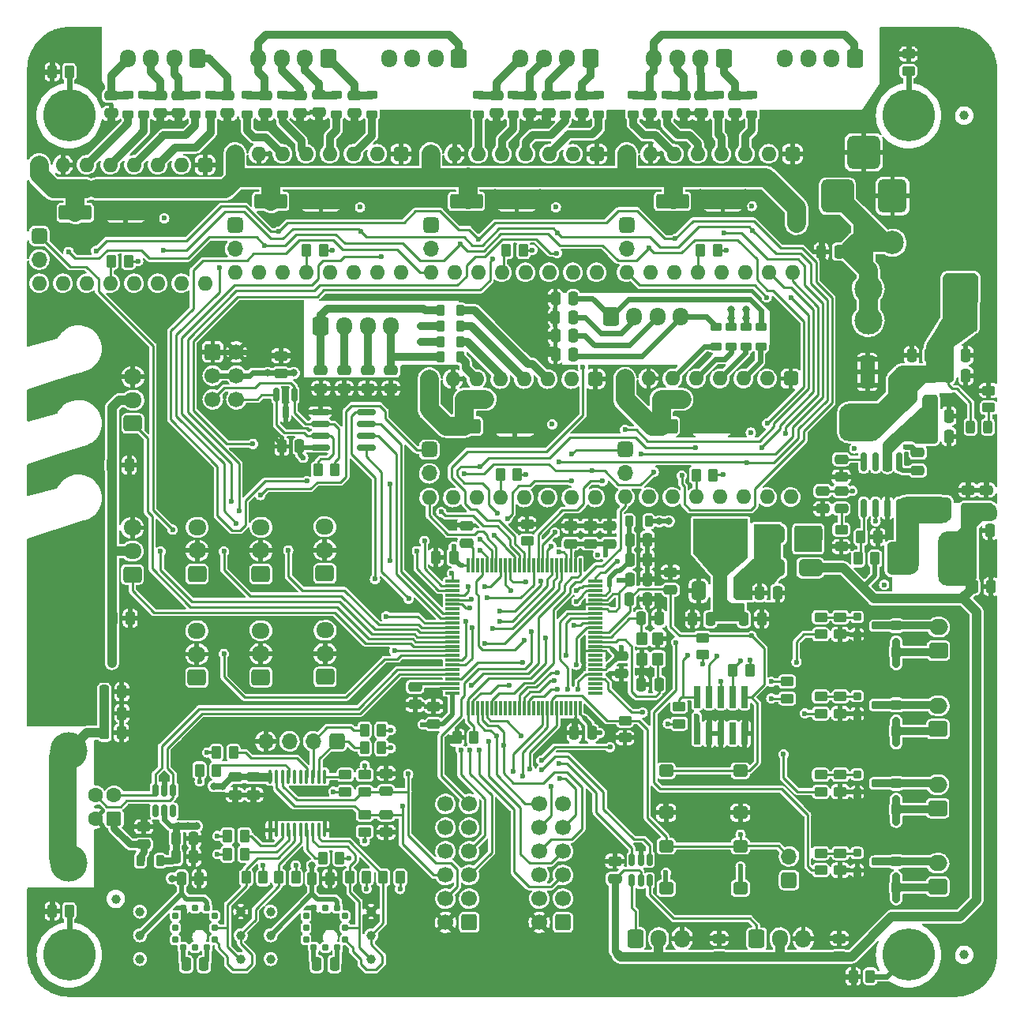
<source format=gbr>
%TF.GenerationSoftware,KiCad,Pcbnew,(6.0.7)*%
%TF.CreationDate,2022-10-06T16:10:21+02:00*%
%TF.ProjectId,mobo,6d6f626f-2e6b-4696-9361-645f70636258,4A*%
%TF.SameCoordinates,Original*%
%TF.FileFunction,Copper,L1,Top*%
%TF.FilePolarity,Positive*%
%FSLAX46Y46*%
G04 Gerber Fmt 4.6, Leading zero omitted, Abs format (unit mm)*
G04 Created by KiCad (PCBNEW (6.0.7)) date 2022-10-06 16:10:21*
%MOMM*%
%LPD*%
G01*
G04 APERTURE LIST*
G04 Aperture macros list*
%AMRoundRect*
0 Rectangle with rounded corners*
0 $1 Rounding radius*
0 $2 $3 $4 $5 $6 $7 $8 $9 X,Y pos of 4 corners*
0 Add a 4 corners polygon primitive as box body*
4,1,4,$2,$3,$4,$5,$6,$7,$8,$9,$2,$3,0*
0 Add four circle primitives for the rounded corners*
1,1,$1+$1,$2,$3*
1,1,$1+$1,$4,$5*
1,1,$1+$1,$6,$7*
1,1,$1+$1,$8,$9*
0 Add four rect primitives between the rounded corners*
20,1,$1+$1,$2,$3,$4,$5,0*
20,1,$1+$1,$4,$5,$6,$7,0*
20,1,$1+$1,$6,$7,$8,$9,0*
20,1,$1+$1,$8,$9,$2,$3,0*%
G04 Aperture macros list end*
%TA.AperFunction,SMDPad,CuDef*%
%ADD10RoundRect,0.220000X0.330000X-0.330000X0.330000X0.330000X-0.330000X0.330000X-0.330000X-0.330000X0*%
%TD*%
%TA.AperFunction,SMDPad,CuDef*%
%ADD11RoundRect,0.160000X-0.290000X-0.240000X0.290000X-0.240000X0.290000X0.240000X-0.290000X0.240000X0*%
%TD*%
%TA.AperFunction,SMDPad,CuDef*%
%ADD12RoundRect,0.249999X0.450001X-0.262501X0.450001X0.262501X-0.450001X0.262501X-0.450001X-0.262501X0*%
%TD*%
%TA.AperFunction,ComponentPad*%
%ADD13RoundRect,0.400000X-0.400000X0.400000X-0.400000X-0.400000X0.400000X-0.400000X0.400000X0.400000X0*%
%TD*%
%TA.AperFunction,ComponentPad*%
%ADD14O,1.600000X1.600000*%
%TD*%
%TA.AperFunction,ComponentPad*%
%ADD15RoundRect,0.250000X0.600000X0.725000X-0.600000X0.725000X-0.600000X-0.725000X0.600000X-0.725000X0*%
%TD*%
%TA.AperFunction,ComponentPad*%
%ADD16O,1.700000X1.950000*%
%TD*%
%TA.AperFunction,SMDPad,CuDef*%
%ADD17RoundRect,0.250000X-1.500000X-0.550000X1.500000X-0.550000X1.500000X0.550000X-1.500000X0.550000X0*%
%TD*%
%TA.AperFunction,ComponentPad*%
%ADD18RoundRect,0.250000X-0.600000X-0.725000X0.600000X-0.725000X0.600000X0.725000X-0.600000X0.725000X0*%
%TD*%
%TA.AperFunction,SMDPad,CuDef*%
%ADD19RoundRect,0.249999X-0.262501X-0.450001X0.262501X-0.450001X0.262501X0.450001X-0.262501X0.450001X0*%
%TD*%
%TA.AperFunction,SMDPad,CuDef*%
%ADD20RoundRect,0.243750X0.243750X0.456250X-0.243750X0.456250X-0.243750X-0.456250X0.243750X-0.456250X0*%
%TD*%
%TA.AperFunction,SMDPad,CuDef*%
%ADD21RoundRect,0.250000X0.550000X-1.500000X0.550000X1.500000X-0.550000X1.500000X-0.550000X-1.500000X0*%
%TD*%
%TA.AperFunction,ComponentPad*%
%ADD22RoundRect,0.250000X0.725000X-0.600000X0.725000X0.600000X-0.725000X0.600000X-0.725000X-0.600000X0*%
%TD*%
%TA.AperFunction,ComponentPad*%
%ADD23O,1.950000X1.700000*%
%TD*%
%TA.AperFunction,ComponentPad*%
%ADD24RoundRect,0.250000X0.600000X0.600000X-0.600000X0.600000X-0.600000X-0.600000X0.600000X-0.600000X0*%
%TD*%
%TA.AperFunction,ComponentPad*%
%ADD25C,1.700000*%
%TD*%
%TA.AperFunction,SMDPad,CuDef*%
%ADD26RoundRect,0.442500X-1.032500X-1.307500X1.032500X-1.307500X1.032500X1.307500X-1.032500X1.307500X0*%
%TD*%
%TA.AperFunction,SMDPad,CuDef*%
%ADD27RoundRect,0.150000X0.825000X0.150000X-0.825000X0.150000X-0.825000X-0.150000X0.825000X-0.150000X0*%
%TD*%
%TA.AperFunction,ComponentPad*%
%ADD28RoundRect,0.250000X-0.600000X-0.600000X0.600000X-0.600000X0.600000X0.600000X-0.600000X0.600000X0*%
%TD*%
%TA.AperFunction,SMDPad,CuDef*%
%ADD29RoundRect,0.360000X0.540000X-0.890000X0.540000X0.890000X-0.540000X0.890000X-0.540000X-0.890000X0*%
%TD*%
%TA.AperFunction,SMDPad,CuDef*%
%ADD30RoundRect,0.250000X0.250000X0.475000X-0.250000X0.475000X-0.250000X-0.475000X0.250000X-0.475000X0*%
%TD*%
%TA.AperFunction,SMDPad,CuDef*%
%ADD31RoundRect,0.250000X-0.475000X0.250000X-0.475000X-0.250000X0.475000X-0.250000X0.475000X0.250000X0*%
%TD*%
%TA.AperFunction,SMDPad,CuDef*%
%ADD32RoundRect,0.249999X-0.450001X0.262501X-0.450001X-0.262501X0.450001X-0.262501X0.450001X0.262501X0*%
%TD*%
%TA.AperFunction,SMDPad,CuDef*%
%ADD33RoundRect,0.250000X0.475000X-0.250000X0.475000X0.250000X-0.475000X0.250000X-0.475000X-0.250000X0*%
%TD*%
%TA.AperFunction,SMDPad,CuDef*%
%ADD34RoundRect,0.250000X-0.250000X-0.475000X0.250000X-0.475000X0.250000X0.475000X-0.250000X0.475000X0*%
%TD*%
%TA.AperFunction,SMDPad,CuDef*%
%ADD35RoundRect,0.240000X0.360000X-0.460000X0.360000X0.460000X-0.360000X0.460000X-0.360000X-0.460000X0*%
%TD*%
%TA.AperFunction,ComponentPad*%
%ADD36RoundRect,0.250000X0.750000X-0.600000X0.750000X0.600000X-0.750000X0.600000X-0.750000X-0.600000X0*%
%TD*%
%TA.AperFunction,ComponentPad*%
%ADD37O,2.000000X1.700000*%
%TD*%
%TA.AperFunction,SMDPad,CuDef*%
%ADD38RoundRect,0.075000X0.725000X0.075000X-0.725000X0.075000X-0.725000X-0.075000X0.725000X-0.075000X0*%
%TD*%
%TA.AperFunction,SMDPad,CuDef*%
%ADD39RoundRect,0.075000X0.075000X0.725000X-0.075000X0.725000X-0.075000X-0.725000X0.075000X-0.725000X0*%
%TD*%
%TA.AperFunction,SMDPad,CuDef*%
%ADD40RoundRect,0.249999X0.262501X0.450001X-0.262501X0.450001X-0.262501X-0.450001X0.262501X-0.450001X0*%
%TD*%
%TA.AperFunction,SMDPad,CuDef*%
%ADD41RoundRect,0.300000X0.450000X-0.700000X0.450000X0.700000X-0.450000X0.700000X-0.450000X-0.700000X0*%
%TD*%
%TA.AperFunction,SMDPad,CuDef*%
%ADD42RoundRect,0.500000X1.400000X-0.500000X1.400000X0.500000X-1.400000X0.500000X-1.400000X-0.500000X0*%
%TD*%
%TA.AperFunction,SMDPad,CuDef*%
%ADD43RoundRect,0.260000X0.515000X0.390000X-0.515000X0.390000X-0.515000X-0.390000X0.515000X-0.390000X0*%
%TD*%
%TA.AperFunction,SMDPad,CuDef*%
%ADD44RoundRect,0.185000X0.185000X-1.015000X0.185000X1.015000X-0.185000X1.015000X-0.185000X-1.015000X0*%
%TD*%
%TA.AperFunction,SMDPad,CuDef*%
%ADD45RoundRect,0.260000X-0.515000X-0.390000X0.515000X-0.390000X0.515000X0.390000X-0.515000X0.390000X0*%
%TD*%
%TA.AperFunction,SMDPad,CuDef*%
%ADD46RoundRect,0.150000X-0.150000X0.825000X-0.150000X-0.825000X0.150000X-0.825000X0.150000X0.825000X0*%
%TD*%
%TA.AperFunction,SMDPad,CuDef*%
%ADD47RoundRect,0.250000X-0.450000X0.262500X-0.450000X-0.262500X0.450000X-0.262500X0.450000X0.262500X0*%
%TD*%
%TA.AperFunction,FiducialPad,Global*%
%ADD48C,1.000000*%
%TD*%
%TA.AperFunction,SMDPad,CuDef*%
%ADD49RoundRect,0.218750X0.381250X-0.218750X0.381250X0.218750X-0.381250X0.218750X-0.381250X-0.218750X0*%
%TD*%
%TA.AperFunction,SMDPad,CuDef*%
%ADD50RoundRect,0.218750X0.218750X0.381250X-0.218750X0.381250X-0.218750X-0.381250X0.218750X-0.381250X0*%
%TD*%
%TA.AperFunction,ComponentPad*%
%ADD51C,5.600000*%
%TD*%
%TA.AperFunction,SMDPad,CuDef*%
%ADD52RoundRect,0.250000X0.262500X0.450000X-0.262500X0.450000X-0.262500X-0.450000X0.262500X-0.450000X0*%
%TD*%
%TA.AperFunction,SMDPad,CuDef*%
%ADD53RoundRect,0.360000X-0.890000X-0.540000X0.890000X-0.540000X0.890000X0.540000X-0.890000X0.540000X0*%
%TD*%
%TA.AperFunction,ComponentPad*%
%ADD54RoundRect,0.525000X1.225000X1.225000X-1.225000X1.225000X-1.225000X-1.225000X1.225000X-1.225000X0*%
%TD*%
%TA.AperFunction,ComponentPad*%
%ADD55C,2.500000*%
%TD*%
%TA.AperFunction,ComponentPad*%
%ADD56RoundRect,0.450000X1.050000X1.300000X-1.050000X1.300000X-1.050000X-1.300000X1.050000X-1.300000X0*%
%TD*%
%TA.AperFunction,SMDPad,CuDef*%
%ADD57RoundRect,0.100000X0.100000X-0.637500X0.100000X0.637500X-0.100000X0.637500X-0.100000X-0.637500X0*%
%TD*%
%TA.AperFunction,ComponentPad*%
%ADD58RoundRect,0.425000X-0.425000X-0.425000X0.425000X-0.425000X0.425000X0.425000X-0.425000X0.425000X0*%
%TD*%
%TA.AperFunction,ComponentPad*%
%ADD59O,1.700000X1.700000*%
%TD*%
%TA.AperFunction,ComponentPad*%
%ADD60C,1.000000*%
%TD*%
%TA.AperFunction,SMDPad,CuDef*%
%ADD61RoundRect,0.250000X0.450000X-0.262500X0.450000X0.262500X-0.450000X0.262500X-0.450000X-0.262500X0*%
%TD*%
%TA.AperFunction,SMDPad,CuDef*%
%ADD62RoundRect,0.218750X-0.381250X0.218750X-0.381250X-0.218750X0.381250X-0.218750X0.381250X0.218750X0*%
%TD*%
%TA.AperFunction,SMDPad,CuDef*%
%ADD63RoundRect,0.250000X-0.262500X-0.450000X0.262500X-0.450000X0.262500X0.450000X-0.262500X0.450000X0*%
%TD*%
%TA.AperFunction,SMDPad,CuDef*%
%ADD64RoundRect,0.218750X-0.218750X-0.381250X0.218750X-0.381250X0.218750X0.381250X-0.218750X0.381250X0*%
%TD*%
%TA.AperFunction,ComponentPad*%
%ADD65C,3.000000*%
%TD*%
%TA.AperFunction,ComponentPad*%
%ADD66RoundRect,0.320000X-0.480000X0.480000X-0.480000X-0.480000X0.480000X-0.480000X0.480000X0.480000X0*%
%TD*%
%TA.AperFunction,ComponentPad*%
%ADD67C,1.600000*%
%TD*%
%TA.AperFunction,ComponentPad*%
%ADD68C,4.000000*%
%TD*%
%TA.AperFunction,SMDPad,CuDef*%
%ADD69RoundRect,0.150000X-0.150000X0.512500X-0.150000X-0.512500X0.150000X-0.512500X0.150000X0.512500X0*%
%TD*%
%TA.AperFunction,SMDPad,CuDef*%
%ADD70RoundRect,0.130000X0.195000X-0.220000X0.195000X0.220000X-0.195000X0.220000X-0.195000X-0.220000X0*%
%TD*%
%TA.AperFunction,SMDPad,CuDef*%
%ADD71RoundRect,0.130000X0.220000X-0.195000X0.220000X0.195000X-0.220000X0.195000X-0.220000X-0.195000X0*%
%TD*%
%TA.AperFunction,SMDPad,CuDef*%
%ADD72RoundRect,0.150000X-0.150000X0.587500X-0.150000X-0.587500X0.150000X-0.587500X0.150000X0.587500X0*%
%TD*%
%TA.AperFunction,ComponentPad*%
%ADD73RoundRect,0.340000X0.510000X0.510000X-0.510000X0.510000X-0.510000X-0.510000X0.510000X-0.510000X0*%
%TD*%
%TA.AperFunction,ComponentPad*%
%ADD74RoundRect,0.340000X-0.510000X0.510000X-0.510000X-0.510000X0.510000X-0.510000X0.510000X0.510000X0*%
%TD*%
%TA.AperFunction,ViaPad*%
%ADD75C,0.800000*%
%TD*%
%TA.AperFunction,ViaPad*%
%ADD76C,0.600000*%
%TD*%
%TA.AperFunction,Conductor*%
%ADD77C,0.600000*%
%TD*%
%TA.AperFunction,Conductor*%
%ADD78C,0.250000*%
%TD*%
%TA.AperFunction,Conductor*%
%ADD79C,0.500000*%
%TD*%
%TA.AperFunction,Conductor*%
%ADD80C,0.850000*%
%TD*%
%TA.AperFunction,Conductor*%
%ADD81C,0.400000*%
%TD*%
%TA.AperFunction,Conductor*%
%ADD82C,0.300000*%
%TD*%
%TA.AperFunction,Conductor*%
%ADD83C,0.700000*%
%TD*%
%TA.AperFunction,Conductor*%
%ADD84C,0.750000*%
%TD*%
%TA.AperFunction,Conductor*%
%ADD85C,2.000000*%
%TD*%
%TA.AperFunction,Conductor*%
%ADD86C,0.800000*%
%TD*%
%TA.AperFunction,Conductor*%
%ADD87C,1.000000*%
%TD*%
%TA.AperFunction,Conductor*%
%ADD88C,3.000000*%
%TD*%
G04 APERTURE END LIST*
D10*
X152700000Y-133800000D03*
X152700000Y-131000000D03*
D11*
X148500000Y-130050000D03*
X148500000Y-131950000D03*
X150500000Y-131000000D03*
X148500000Y-121650000D03*
X148500000Y-123550000D03*
X150500000Y-122600000D03*
D12*
X146700000Y-131912500D03*
X146700000Y-130087500D03*
D10*
X152700000Y-117000000D03*
X152700000Y-114200000D03*
D11*
X148500000Y-113250000D03*
X148500000Y-115150000D03*
X150500000Y-114200000D03*
X148500000Y-104750000D03*
X148500000Y-106650000D03*
X150500000Y-105700000D03*
D12*
X146700000Y-106612500D03*
X146700000Y-104787500D03*
D13*
X99570000Y-55100000D03*
D14*
X97030000Y-55100000D03*
X94490000Y-55100000D03*
X91950000Y-55100000D03*
X89410000Y-55100000D03*
X86870000Y-55100000D03*
X84330000Y-55100000D03*
X81790000Y-55100000D03*
X81790000Y-67800000D03*
X84330000Y-67800000D03*
X86870000Y-67800000D03*
X89410000Y-67800000D03*
X91950000Y-67800000D03*
X94490000Y-67800000D03*
X97030000Y-67800000D03*
X99570000Y-67800000D03*
D13*
X120560000Y-55100000D03*
D14*
X118020000Y-55100000D03*
X115480000Y-55100000D03*
X112940000Y-55100000D03*
X110400000Y-55100000D03*
X107860000Y-55100000D03*
X105320000Y-55100000D03*
X102780000Y-55100000D03*
X102780000Y-67800000D03*
X105320000Y-67800000D03*
X107860000Y-67800000D03*
X110400000Y-67800000D03*
X112940000Y-67800000D03*
X115480000Y-67800000D03*
X118020000Y-67800000D03*
X120560000Y-67800000D03*
D13*
X78570000Y-56280000D03*
D14*
X76030000Y-56280000D03*
X73490000Y-56280000D03*
X70950000Y-56280000D03*
X68410000Y-56280000D03*
X65870000Y-56280000D03*
X63330000Y-56280000D03*
X60790000Y-56280000D03*
X60790000Y-68980000D03*
X63330000Y-68980000D03*
X65870000Y-68980000D03*
X68410000Y-68980000D03*
X70950000Y-68980000D03*
X73490000Y-68980000D03*
X76030000Y-68980000D03*
X78570000Y-68980000D03*
D13*
X141380000Y-79200000D03*
D14*
X138840000Y-79200000D03*
X136300000Y-79200000D03*
X133760000Y-79200000D03*
X131220000Y-79200000D03*
X128680000Y-79200000D03*
X126140000Y-79200000D03*
X123600000Y-79200000D03*
X123600000Y-91900000D03*
X126140000Y-91900000D03*
X128680000Y-91900000D03*
X131220000Y-91900000D03*
X133760000Y-91900000D03*
X136300000Y-91900000D03*
X138840000Y-91900000D03*
X141380000Y-91900000D03*
D15*
X119900000Y-44906000D03*
D16*
X117400000Y-44906000D03*
X114900000Y-44906000D03*
X112400000Y-44906000D03*
D15*
X77774000Y-44906000D03*
D16*
X75274000Y-44906000D03*
X72774000Y-44906000D03*
X70274000Y-44906000D03*
D17*
X85600000Y-60200000D03*
X91000000Y-60200000D03*
D18*
X122100000Y-72575000D03*
D16*
X124600000Y-72575000D03*
X127100000Y-72575000D03*
X129600000Y-72575000D03*
D19*
X89477500Y-65440000D03*
X91302500Y-65440000D03*
X68527500Y-66620000D03*
X70352500Y-66620000D03*
D17*
X106600000Y-60200000D03*
X112000000Y-60200000D03*
D19*
X110887500Y-65440000D03*
X112712500Y-65440000D03*
D17*
X127500000Y-84300000D03*
X132900000Y-84300000D03*
D19*
X131237500Y-89540000D03*
X133062500Y-89540000D03*
D20*
X162537500Y-84400000D03*
X160662500Y-84400000D03*
D12*
X162600000Y-82312500D03*
X162600000Y-80487500D03*
D15*
X105795000Y-44900000D03*
D16*
X103295000Y-44900000D03*
X100795000Y-44900000D03*
X98295000Y-44900000D03*
D15*
X91800000Y-44900000D03*
D16*
X89300000Y-44900000D03*
X86800000Y-44900000D03*
X84300000Y-44900000D03*
D21*
X149600000Y-83900000D03*
X149600000Y-78500000D03*
D13*
X141560000Y-55100000D03*
D14*
X139020000Y-55100000D03*
X136480000Y-55100000D03*
X133940000Y-55100000D03*
X131400000Y-55100000D03*
X128860000Y-55100000D03*
X126320000Y-55100000D03*
X123780000Y-55100000D03*
X123780000Y-67800000D03*
X126320000Y-67800000D03*
X128860000Y-67800000D03*
X131400000Y-67800000D03*
X133940000Y-67800000D03*
X136480000Y-67800000D03*
X139020000Y-67800000D03*
X141560000Y-67800000D03*
D19*
X131687500Y-65400000D03*
X133512500Y-65400000D03*
X110227500Y-89520000D03*
X112052500Y-89520000D03*
D15*
X148250000Y-44902600D03*
D16*
X145750000Y-44902600D03*
X143250000Y-44902600D03*
X140750000Y-44902600D03*
D13*
X120400000Y-79250000D03*
D14*
X117860000Y-79250000D03*
X115320000Y-79250000D03*
X112780000Y-79250000D03*
X110240000Y-79250000D03*
X107700000Y-79250000D03*
X105160000Y-79250000D03*
X102620000Y-79250000D03*
X102620000Y-91950000D03*
X105160000Y-91950000D03*
X107700000Y-91950000D03*
X110240000Y-91950000D03*
X112780000Y-91950000D03*
X115320000Y-91950000D03*
X117860000Y-91950000D03*
X120400000Y-91950000D03*
D15*
X134200000Y-44900000D03*
D16*
X131700000Y-44900000D03*
X129200000Y-44900000D03*
X126700000Y-44900000D03*
D22*
X84560000Y-100150000D03*
D23*
X84560000Y-97650000D03*
X84560000Y-95150000D03*
D22*
X91420000Y-100100000D03*
D23*
X91420000Y-97600000D03*
X91420000Y-95100000D03*
D22*
X84560000Y-111210000D03*
D23*
X84560000Y-108710000D03*
X84560000Y-106210000D03*
D22*
X77690000Y-111250000D03*
D23*
X77690000Y-108750000D03*
X77690000Y-106250000D03*
D24*
X106900000Y-137510000D03*
D25*
X104360000Y-137510000D03*
X106900000Y-134970000D03*
X104360000Y-134970000D03*
X106900000Y-132430000D03*
X104360000Y-132430000D03*
X106900000Y-129890000D03*
X104360000Y-129890000D03*
X106900000Y-127350000D03*
X104360000Y-127350000D03*
X106900000Y-124810000D03*
X104360000Y-124810000D03*
D24*
X116960000Y-137510000D03*
D25*
X114420000Y-137510000D03*
X116960000Y-134970000D03*
X114420000Y-134970000D03*
X116960000Y-132430000D03*
X114420000Y-132430000D03*
X116960000Y-129890000D03*
X114420000Y-129890000D03*
X116960000Y-127350000D03*
X114420000Y-127350000D03*
X116960000Y-124810000D03*
X114420000Y-124810000D03*
D26*
X153175000Y-98500000D03*
X158625000Y-98500000D03*
D27*
X95875000Y-86605000D03*
X95875000Y-85335000D03*
X95875000Y-84065000D03*
X95875000Y-82795000D03*
X90925000Y-82795000D03*
X90925000Y-84065000D03*
X90925000Y-85335000D03*
X90925000Y-86605000D03*
D28*
X79400000Y-76340000D03*
D25*
X81940000Y-76340000D03*
X79400000Y-78880000D03*
X81940000Y-78880000D03*
X79400000Y-81420000D03*
X81940000Y-81420000D03*
D18*
X137730000Y-139270000D03*
D16*
X140230000Y-139270000D03*
X142730000Y-139270000D03*
D12*
X146700000Y-115112500D03*
X146700000Y-113287500D03*
D18*
X124730000Y-139260000D03*
D16*
X127230000Y-139260000D03*
X129730000Y-139260000D03*
D29*
X157700000Y-93200000D03*
X157700000Y-89200000D03*
D30*
X120050000Y-117200000D03*
X118150000Y-117200000D03*
D31*
X101100000Y-112250000D03*
X101100000Y-114150000D03*
D32*
X95700000Y-121687500D03*
X95700000Y-123512500D03*
D33*
X121980000Y-96900000D03*
X121980000Y-95000000D03*
D30*
X127250000Y-112000000D03*
X125350000Y-112000000D03*
D34*
X125350000Y-104925000D03*
X127250000Y-104925000D03*
D12*
X95700000Y-127812500D03*
X95700000Y-125987500D03*
D35*
X127150000Y-109270000D03*
X127150000Y-107070000D03*
X125450000Y-107070000D03*
X125450000Y-109270000D03*
D12*
X113100000Y-96612500D03*
X113100000Y-94787500D03*
D22*
X91450000Y-111200000D03*
D23*
X91450000Y-108700000D03*
X91450000Y-106200000D03*
D36*
X157140000Y-125260000D03*
D37*
X157140000Y-122760000D03*
D36*
X157170000Y-116790000D03*
D37*
X157170000Y-114290000D03*
D36*
X157220000Y-108360000D03*
D37*
X157220000Y-105860000D03*
D36*
X157150000Y-133680000D03*
D37*
X157150000Y-131180000D03*
D12*
X146700000Y-123512500D03*
X146700000Y-121687500D03*
D10*
X152700000Y-125400000D03*
X152700000Y-122600000D03*
D22*
X77720000Y-100150000D03*
D23*
X77720000Y-97650000D03*
X77720000Y-95150000D03*
D30*
X88711200Y-86478000D03*
X86811200Y-86478000D03*
D22*
X70835000Y-84020000D03*
D23*
X70835000Y-81520000D03*
X70835000Y-79020000D03*
D38*
X120465000Y-112910000D03*
X120465000Y-112410000D03*
X120465000Y-111910000D03*
X120465000Y-111410000D03*
X120465000Y-110910000D03*
X120465000Y-110410000D03*
X120465000Y-109910000D03*
X120465000Y-109410000D03*
X120465000Y-108910000D03*
X120465000Y-108410000D03*
X120465000Y-107910000D03*
X120465000Y-107410000D03*
X120465000Y-106910000D03*
X120465000Y-106410000D03*
X120465000Y-105910000D03*
X120465000Y-105410000D03*
X120465000Y-104910000D03*
X120465000Y-104410000D03*
X120465000Y-103910000D03*
X120465000Y-103410000D03*
X120465000Y-102910000D03*
X120465000Y-102410000D03*
X120465000Y-101910000D03*
X120465000Y-101410000D03*
X120465000Y-100910000D03*
D39*
X118790000Y-99235000D03*
X118290000Y-99235000D03*
X117790000Y-99235000D03*
X117290000Y-99235000D03*
X116790000Y-99235000D03*
X116290000Y-99235000D03*
X115790000Y-99235000D03*
X115290000Y-99235000D03*
X114790000Y-99235000D03*
X114290000Y-99235000D03*
X113790000Y-99235000D03*
X113290000Y-99235000D03*
X112790000Y-99235000D03*
X112290000Y-99235000D03*
X111790000Y-99235000D03*
X111290000Y-99235000D03*
X110790000Y-99235000D03*
X110290000Y-99235000D03*
X109790000Y-99235000D03*
X109290000Y-99235000D03*
X108790000Y-99235000D03*
X108290000Y-99235000D03*
X107790000Y-99235000D03*
X107290000Y-99235000D03*
X106790000Y-99235000D03*
D38*
X105115000Y-100910000D03*
X105115000Y-101410000D03*
X105115000Y-101910000D03*
X105115000Y-102410000D03*
X105115000Y-102910000D03*
X105115000Y-103410000D03*
X105115000Y-103910000D03*
X105115000Y-104410000D03*
X105115000Y-104910000D03*
X105115000Y-105410000D03*
X105115000Y-105910000D03*
X105115000Y-106410000D03*
X105115000Y-106910000D03*
X105115000Y-107410000D03*
X105115000Y-107910000D03*
X105115000Y-108410000D03*
X105115000Y-108910000D03*
X105115000Y-109410000D03*
X105115000Y-109910000D03*
X105115000Y-110410000D03*
X105115000Y-110910000D03*
X105115000Y-111410000D03*
X105115000Y-111910000D03*
X105115000Y-112410000D03*
X105115000Y-112910000D03*
D39*
X106790000Y-114585000D03*
X107290000Y-114585000D03*
X107790000Y-114585000D03*
X108290000Y-114585000D03*
X108790000Y-114585000D03*
X109290000Y-114585000D03*
X109790000Y-114585000D03*
X110290000Y-114585000D03*
X110790000Y-114585000D03*
X111290000Y-114585000D03*
X111790000Y-114585000D03*
X112290000Y-114585000D03*
X112790000Y-114585000D03*
X113290000Y-114585000D03*
X113790000Y-114585000D03*
X114290000Y-114585000D03*
X114790000Y-114585000D03*
X115290000Y-114585000D03*
X115790000Y-114585000D03*
X116290000Y-114585000D03*
X116790000Y-114585000D03*
X117290000Y-114585000D03*
X117790000Y-114585000D03*
X118290000Y-114585000D03*
X118790000Y-114585000D03*
D40*
X92512500Y-89000000D03*
X90687500Y-89000000D03*
D41*
X131500000Y-101950000D03*
D42*
X133800000Y-95650000D03*
D41*
X133800000Y-101950000D03*
X136100000Y-101950000D03*
D22*
X70775000Y-100200000D03*
D23*
X70775000Y-97700000D03*
X70775000Y-95200000D03*
D33*
X119880000Y-96900000D03*
X119880000Y-95000000D03*
X106600000Y-96850000D03*
X106600000Y-94950000D03*
X117800000Y-96900000D03*
X117800000Y-95000000D03*
D31*
X123200000Y-108950000D03*
X123200000Y-110850000D03*
D34*
X124110000Y-98611666D03*
X126010000Y-98611666D03*
D30*
X105240000Y-98370000D03*
X103340000Y-98370000D03*
D34*
X124110000Y-96500000D03*
X126010000Y-96500000D03*
D33*
X103100000Y-116250000D03*
X103100000Y-114350000D03*
X146800000Y-89750000D03*
X146800000Y-87850000D03*
D32*
X123600000Y-115887500D03*
X123600000Y-117712500D03*
D18*
X91000000Y-73582000D03*
D16*
X93500000Y-73582000D03*
X96000000Y-73582000D03*
X98500000Y-73582000D03*
D43*
X128025000Y-125750000D03*
X135975000Y-125750000D03*
X135975000Y-121250000D03*
X128025000Y-121250000D03*
D30*
X158350000Y-85400000D03*
X156450000Y-85400000D03*
D33*
X155000000Y-89050000D03*
X155000000Y-87150000D03*
D44*
X131360000Y-117250000D03*
X131360000Y-113350000D03*
X132630000Y-117250000D03*
X132630000Y-113350000D03*
X133900000Y-117250000D03*
X133900000Y-113350000D03*
X135170000Y-117250000D03*
X135170000Y-113350000D03*
X136440000Y-117250000D03*
X136440000Y-113350000D03*
D34*
X124100000Y-102850000D03*
X126000000Y-102850000D03*
D45*
X128025000Y-129350000D03*
X135975000Y-129350000D03*
X135975000Y-133850000D03*
X128025000Y-133850000D03*
D46*
X153017000Y-88137000D03*
X151747000Y-88137000D03*
X150477000Y-88137000D03*
X149207000Y-88137000D03*
X149207000Y-93087000D03*
X150477000Y-93087000D03*
X151747000Y-93087000D03*
X153017000Y-93087000D03*
D33*
X144800000Y-93150000D03*
X144800000Y-91250000D03*
D30*
X132750000Y-105000000D03*
X130850000Y-105000000D03*
D10*
X152700000Y-108500000D03*
X152700000Y-105700000D03*
D34*
X124110000Y-100720000D03*
X126010000Y-100720000D03*
D12*
X131900000Y-108812500D03*
X131900000Y-106987500D03*
D40*
X150412500Y-98500000D03*
X148587500Y-98500000D03*
D33*
X146800000Y-93150000D03*
X146800000Y-91250000D03*
D47*
X146800000Y-95387500D03*
X146800000Y-97212500D03*
D19*
X148887500Y-96200000D03*
X150712500Y-96200000D03*
D30*
X162850000Y-101500000D03*
X160950000Y-101500000D03*
D31*
X162300000Y-91150000D03*
X162300000Y-93050000D03*
D30*
X162750000Y-95500000D03*
X160850000Y-95500000D03*
D17*
X64660000Y-61400000D03*
X70060000Y-61400000D03*
X106400000Y-84300000D03*
X111800000Y-84300000D03*
X128700000Y-60200000D03*
X134100000Y-60200000D03*
D48*
X160000000Y-51000000D03*
X160000000Y-141000000D03*
X69000000Y-135000000D03*
D49*
X83060000Y-50856500D03*
X83060000Y-48731500D03*
D50*
X105962500Y-73600000D03*
X103837500Y-73600000D03*
D49*
X77500000Y-50862500D03*
X77500000Y-48737500D03*
D30*
X118050000Y-70600000D03*
X116150000Y-70600000D03*
D34*
X138050000Y-102200000D03*
X139950000Y-102200000D03*
X75450000Y-128500000D03*
X77350000Y-128500000D03*
D51*
X64000000Y-141000000D03*
D31*
X98500000Y-78350000D03*
X98500000Y-80250000D03*
D50*
X105962500Y-76900000D03*
X103837500Y-76900000D03*
D52*
X88312500Y-132700000D03*
X86487500Y-132700000D03*
D49*
X111600000Y-50862500D03*
X111600000Y-48737500D03*
X120800000Y-50862500D03*
X120800000Y-48737500D03*
D31*
X93500000Y-78350000D03*
X93500000Y-80250000D03*
D53*
X139500000Y-95900000D03*
X143500000Y-95900000D03*
D34*
X76050000Y-132800000D03*
X77950000Y-132800000D03*
D47*
X144600000Y-121687500D03*
X144600000Y-123512500D03*
D31*
X83800000Y-121950000D03*
X83800000Y-123850000D03*
D54*
X146400000Y-59636000D03*
D55*
X152300000Y-59636000D03*
D56*
X152300000Y-59636000D03*
D54*
X149200000Y-54936000D03*
D55*
X152300000Y-64636000D03*
D57*
X85575000Y-127612500D03*
X86225000Y-127612500D03*
X86875000Y-127612500D03*
X87525000Y-127612500D03*
X88175000Y-127612500D03*
X88825000Y-127612500D03*
X89475000Y-127612500D03*
X90125000Y-127612500D03*
X90775000Y-127612500D03*
X91425000Y-127612500D03*
X91425000Y-121887500D03*
X90775000Y-121887500D03*
X90125000Y-121887500D03*
X89475000Y-121887500D03*
X88825000Y-121887500D03*
X88175000Y-121887500D03*
X87525000Y-121887500D03*
X86875000Y-121887500D03*
X86225000Y-121887500D03*
X85575000Y-121887500D03*
D33*
X122500000Y-132850000D03*
X122500000Y-130950000D03*
X133700000Y-141150000D03*
X133700000Y-139250000D03*
D58*
X123780000Y-62720000D03*
D59*
X123780000Y-65260000D03*
D34*
X156450000Y-83200000D03*
X158350000Y-83200000D03*
D31*
X115400000Y-48850000D03*
X115400000Y-50750000D03*
D34*
X158250000Y-78900000D03*
X160150000Y-78900000D03*
D51*
X154000000Y-51000000D03*
D60*
X71600000Y-136360000D03*
X71600000Y-138900000D03*
X71600000Y-141440000D03*
X82400000Y-141440000D03*
X82400000Y-138900000D03*
X82400000Y-136360000D03*
D49*
X117200000Y-50862500D03*
X117200000Y-48737500D03*
D61*
X129400000Y-116212500D03*
X129400000Y-114387500D03*
D47*
X154000000Y-44387500D03*
X154000000Y-46212500D03*
D52*
X93012500Y-130600000D03*
X91187500Y-130600000D03*
D62*
X156400000Y-79237500D03*
X156400000Y-81362500D03*
D31*
X113400000Y-48850000D03*
X113400000Y-50750000D03*
D30*
X160150000Y-76700000D03*
X158250000Y-76700000D03*
D31*
X126300000Y-48850000D03*
X126300000Y-50750000D03*
D63*
X80987500Y-130200000D03*
X82812500Y-130200000D03*
D33*
X81800000Y-123850000D03*
X81800000Y-121950000D03*
D52*
X99512500Y-132700000D03*
X97687500Y-132700000D03*
X97512500Y-118800000D03*
X95687500Y-118800000D03*
D64*
X71637500Y-130900000D03*
X73762500Y-130900000D03*
D50*
X126162500Y-94500000D03*
X124037500Y-94500000D03*
D58*
X102620000Y-86820000D03*
D59*
X102620000Y-89360000D03*
D31*
X129900000Y-48850000D03*
X129900000Y-50750000D03*
D63*
X80987500Y-128250000D03*
X82812500Y-128250000D03*
D65*
X149700000Y-72975000D03*
X149700000Y-69575000D03*
X159620000Y-69575000D03*
X159620000Y-72975000D03*
D31*
X94600000Y-48844000D03*
X94600000Y-50744000D03*
D58*
X81790000Y-62720000D03*
D59*
X81790000Y-65260000D03*
D63*
X62187500Y-136300000D03*
X64012500Y-136300000D03*
D66*
X68813500Y-126368000D03*
D67*
X68813500Y-123868000D03*
X66813500Y-123868000D03*
X66813500Y-126368000D03*
D68*
X63953500Y-119118000D03*
X63953500Y-131118000D03*
D34*
X75450000Y-130500000D03*
X77350000Y-130500000D03*
D47*
X144600000Y-130087500D03*
X144600000Y-131912500D03*
D34*
X90550000Y-142000000D03*
X92450000Y-142000000D03*
D69*
X126250000Y-130762500D03*
X125300000Y-130762500D03*
X124350000Y-130762500D03*
X124350000Y-133037500D03*
X125300000Y-133037500D03*
X126250000Y-133037500D03*
D31*
X98000000Y-125950000D03*
X98000000Y-127850000D03*
D63*
X79787500Y-119300000D03*
X81612500Y-119300000D03*
D31*
X85000000Y-48850000D03*
X85000000Y-50750000D03*
D49*
X107920000Y-50862500D03*
X107920000Y-48737500D03*
X92660000Y-50856500D03*
X92660000Y-48731500D03*
D52*
X107412500Y-117700000D03*
X105587500Y-117700000D03*
D51*
X154000000Y-141000000D03*
D31*
X109800000Y-48850000D03*
X109800000Y-50750000D03*
D61*
X141000000Y-113512500D03*
X141000000Y-111687500D03*
D49*
X136600000Y-75762500D03*
X136600000Y-73637500D03*
D31*
X73800000Y-48850000D03*
X73800000Y-50750000D03*
X72000000Y-127250000D03*
X72000000Y-129150000D03*
D49*
X124500000Y-50862500D03*
X124500000Y-48737500D03*
D52*
X84812500Y-132700000D03*
X82987500Y-132700000D03*
D31*
X75700000Y-48850000D03*
X75700000Y-50750000D03*
D34*
X67750000Y-115100000D03*
X69650000Y-115100000D03*
D31*
X90800000Y-48750000D03*
X90800000Y-50650000D03*
D70*
X93600000Y-136830000D03*
X93600000Y-138100000D03*
X93600000Y-139370000D03*
D71*
X92770000Y-140200000D03*
X91500000Y-140200000D03*
X90230000Y-140200000D03*
D70*
X89400000Y-139370000D03*
X89400000Y-138100000D03*
X89400000Y-136830000D03*
D71*
X90230000Y-136000000D03*
X91500000Y-136000000D03*
X92770000Y-136000000D03*
D72*
X88150000Y-80962500D03*
X86250000Y-80962500D03*
X87200000Y-82837500D03*
D34*
X144650000Y-65600000D03*
X146550000Y-65600000D03*
D63*
X77987500Y-121200000D03*
X79812500Y-121200000D03*
D49*
X133600000Y-50862500D03*
X133600000Y-48737500D03*
D30*
X118050000Y-76600000D03*
X116150000Y-76600000D03*
D31*
X91000000Y-78350000D03*
X91000000Y-80250000D03*
D69*
X75150000Y-123312500D03*
X74200000Y-123312500D03*
X73250000Y-123312500D03*
X73250000Y-125587500D03*
X74200000Y-125587500D03*
X75150000Y-125587500D03*
D58*
X123600000Y-86820000D03*
D59*
X123600000Y-89360000D03*
D31*
X81000000Y-48850000D03*
X81000000Y-50750000D03*
D49*
X135000000Y-75762500D03*
X135000000Y-73637500D03*
D34*
X67750000Y-112800000D03*
X69650000Y-112800000D03*
D31*
X119000000Y-48850000D03*
X119000000Y-50750000D03*
X135400000Y-48850000D03*
X135400000Y-50750000D03*
D49*
X128100000Y-50862500D03*
X128100000Y-48737500D03*
D63*
X62187500Y-46300000D03*
X64012500Y-46300000D03*
D31*
X68500000Y-48850000D03*
X68500000Y-50750000D03*
D50*
X105962500Y-75300000D03*
X103837500Y-75300000D03*
D73*
X141200000Y-132975000D03*
D59*
X141200000Y-130435000D03*
D34*
X68650000Y-104900000D03*
X70550000Y-104900000D03*
D47*
X144600000Y-104787500D03*
X144600000Y-106612500D03*
D49*
X79200000Y-50862500D03*
X79200000Y-48737500D03*
D34*
X90050000Y-132800000D03*
X91950000Y-132800000D03*
D30*
X118025000Y-72600000D03*
X116125000Y-72600000D03*
D49*
X137200000Y-50862500D03*
X137200000Y-48737500D03*
D31*
X88800000Y-48850000D03*
X88800000Y-50750000D03*
X160400000Y-91150000D03*
X160400000Y-93050000D03*
D49*
X86860000Y-50856500D03*
X86860000Y-48731500D03*
X96460000Y-50856500D03*
X96460000Y-48731500D03*
D60*
X85600000Y-136360000D03*
X85600000Y-138900000D03*
X85600000Y-141440000D03*
X96400000Y-141440000D03*
X96400000Y-138900000D03*
X96400000Y-136360000D03*
D34*
X68550000Y-88500000D03*
X70450000Y-88500000D03*
D31*
X131800000Y-48850000D03*
X131800000Y-50750000D03*
X96000000Y-78350000D03*
X96000000Y-80250000D03*
D61*
X93607000Y-123511000D03*
X93607000Y-121686000D03*
D49*
X138200000Y-75762500D03*
X138200000Y-73637500D03*
D33*
X98000000Y-123450000D03*
X98000000Y-121550000D03*
D58*
X102780000Y-62720000D03*
D59*
X102780000Y-65260000D03*
D49*
X72000000Y-50862500D03*
X72000000Y-48737500D03*
D74*
X92700000Y-118100000D03*
D59*
X90160000Y-118100000D03*
X87620000Y-118100000D03*
X85080000Y-118100000D03*
D58*
X60790000Y-63900000D03*
D59*
X60790000Y-66440000D03*
D70*
X79600000Y-136830000D03*
X79600000Y-138100000D03*
X79600000Y-139370000D03*
D71*
X78770000Y-140200000D03*
X77500000Y-140200000D03*
X76230000Y-140200000D03*
D70*
X75400000Y-139370000D03*
X75400000Y-138100000D03*
X75400000Y-136830000D03*
D71*
X76230000Y-136000000D03*
X77500000Y-136000000D03*
X78770000Y-136000000D03*
D63*
X67787500Y-117200000D03*
X69612500Y-117200000D03*
D34*
X76550000Y-142000000D03*
X78450000Y-142000000D03*
D53*
X139500000Y-99500000D03*
X143500000Y-99500000D03*
D34*
X154350000Y-76700000D03*
X156250000Y-76700000D03*
D31*
X86700000Y-76750000D03*
X86700000Y-78650000D03*
D47*
X144600000Y-113287500D03*
X144600000Y-115112500D03*
D33*
X146600000Y-141150000D03*
X146600000Y-139250000D03*
D49*
X70300000Y-50862500D03*
X70300000Y-48737500D03*
D31*
X128500000Y-99950000D03*
X128500000Y-101850000D03*
D30*
X118050000Y-74600000D03*
X116150000Y-74600000D03*
D50*
X105962500Y-71900000D03*
X103837500Y-71900000D03*
D63*
X148087500Y-143300000D03*
X149912500Y-143300000D03*
D49*
X133400000Y-75762500D03*
X133400000Y-73637500D03*
D51*
X64000000Y-51000000D03*
D52*
X137012500Y-110500000D03*
X135187500Y-110500000D03*
X97512500Y-116900000D03*
X95687500Y-116900000D03*
X95912500Y-132654000D03*
X94087500Y-132654000D03*
D34*
X136350000Y-105000000D03*
X138250000Y-105000000D03*
D75*
X162300000Y-89900000D03*
X151750000Y-94800000D03*
X72450000Y-60500000D03*
X68500000Y-51800000D03*
X109650000Y-59300000D03*
X143400000Y-93150000D03*
X76900000Y-137100000D03*
D76*
X103600000Y-112600000D03*
X87200000Y-81600000D03*
X136000000Y-124600000D03*
D75*
X139500000Y-105000000D03*
X154000000Y-43300000D03*
X78400000Y-128500000D03*
D76*
X71500000Y-88500000D03*
X117800000Y-94000000D03*
D75*
X160400000Y-89900000D03*
X152382000Y-90000000D03*
X149500000Y-124700000D03*
X161200000Y-78900000D03*
D76*
X122000000Y-94000000D03*
D75*
X132400000Y-139200000D03*
X149500000Y-133100000D03*
D76*
X136500000Y-115400000D03*
D75*
X91000000Y-81300000D03*
X62200000Y-45000000D03*
X88100000Y-76700000D03*
D76*
X103100000Y-113400000D03*
D75*
X61100000Y-136300000D03*
X151000000Y-77100000D03*
X75700000Y-51800000D03*
X145300000Y-139200000D03*
X131800000Y-51800000D03*
X115075000Y-72600000D03*
X159400000Y-83200000D03*
X90900000Y-137000000D03*
X148500000Y-124700000D03*
D76*
X118800000Y-97800000D03*
D75*
X149800000Y-91200000D03*
X158400000Y-81800000D03*
X130000000Y-101300000D03*
X114500000Y-59300000D03*
X153200000Y-76700000D03*
X135150000Y-83100000D03*
X146600000Y-67200000D03*
X70700000Y-112800000D03*
X162800000Y-96800000D03*
X146600000Y-138200000D03*
X129800000Y-105000000D03*
D76*
X123200000Y-111800000D03*
X148000000Y-97200000D03*
D75*
X131500000Y-103600000D03*
X129900000Y-51800000D03*
X70700000Y-115100000D03*
X162800000Y-98400000D03*
D76*
X71600000Y-104900000D03*
D75*
X157714644Y-87198007D03*
X98000000Y-128900000D03*
X151000000Y-78500000D03*
X127100000Y-100700000D03*
D76*
X122300000Y-103400000D03*
D75*
X115100000Y-51800000D03*
X127100000Y-98600000D03*
X90760000Y-51794000D03*
X98000000Y-120500000D03*
X91425000Y-126300000D03*
X113400000Y-51800000D03*
X83800000Y-125000000D03*
X146700000Y-107800000D03*
D76*
X125400000Y-110700000D03*
D75*
X152382000Y-91200000D03*
X162900000Y-100200000D03*
X147000000Y-143300000D03*
X114050000Y-83100000D03*
X148500000Y-116300000D03*
X62200000Y-135000000D03*
X72000000Y-126100000D03*
X96000000Y-81300000D03*
X78400000Y-130500000D03*
X130750000Y-83100000D03*
D76*
X86000000Y-85500000D03*
D75*
X151100000Y-90000000D03*
D76*
X103300000Y-99520000D03*
X118300000Y-115900000D03*
D75*
X84650000Y-127600000D03*
X148500000Y-107800000D03*
X161200000Y-76700000D03*
X146700000Y-133100000D03*
D76*
X87200000Y-84100000D03*
X119875213Y-94000000D03*
D75*
X94560000Y-51794000D03*
X148100000Y-144600000D03*
D76*
X128000000Y-124600000D03*
D75*
X115100000Y-76200000D03*
X138300000Y-106400000D03*
X67650000Y-60500000D03*
D76*
X132600000Y-115400000D03*
D75*
X130000000Y-102400000D03*
X93450000Y-59350000D03*
X152700000Y-44400000D03*
X159500000Y-85400000D03*
X127100000Y-96500000D03*
D76*
X122500000Y-130000000D03*
D75*
X84960000Y-51794000D03*
X141200000Y-101600000D03*
D76*
X104600000Y-118100000D03*
D75*
X162600000Y-79400000D03*
X93500000Y-81300000D03*
X88760000Y-51794000D03*
X144700000Y-63300000D03*
X148500000Y-133100000D03*
D76*
X125300000Y-129600000D03*
D75*
X131700000Y-59300000D03*
X162900000Y-102800000D03*
D76*
X119100000Y-108400000D03*
D75*
X88550000Y-59350000D03*
X92300000Y-127600000D03*
X148200000Y-77100000D03*
D76*
X99900000Y-114200000D03*
D75*
X115175000Y-70600000D03*
X146700000Y-124700000D03*
D76*
X113000000Y-93800000D03*
D75*
X109820000Y-51800000D03*
X149800000Y-90000000D03*
D76*
X128200000Y-107100000D03*
D75*
X119000000Y-51800000D03*
X109550000Y-83100000D03*
X77950000Y-134100000D03*
D76*
X105360000Y-94930000D03*
X89361200Y-82830000D03*
X133900000Y-115400000D03*
D75*
X70700000Y-117200000D03*
X81000000Y-51800000D03*
X149500000Y-107800000D03*
X128500000Y-99000000D03*
D76*
X123600000Y-118700000D03*
D75*
X133700000Y-138200000D03*
X73800000Y-51800000D03*
X85300000Y-76700000D03*
X148194668Y-79905332D03*
X131500000Y-100200000D03*
X146700000Y-116300000D03*
X136550000Y-59300000D03*
X91950000Y-134100000D03*
X98500000Y-81300000D03*
X159400000Y-89200000D03*
X151000000Y-79900000D03*
X151100000Y-91200000D03*
X154300000Y-75400000D03*
X81800000Y-125000000D03*
X115100000Y-74600000D03*
X126300000Y-51800000D03*
X135400000Y-51800000D03*
X61100000Y-46300000D03*
X149500000Y-116300000D03*
X127200000Y-102800000D03*
X74200000Y-121950000D03*
D76*
X127300000Y-103700000D03*
D75*
X86700000Y-75600000D03*
X148200000Y-78500000D03*
X141200000Y-102800000D03*
D76*
X101300000Y-97700000D03*
X106800000Y-101500000D03*
X107000000Y-103800000D03*
X98400000Y-90500000D03*
X108800000Y-102700000D03*
X98400000Y-98700000D03*
X119100000Y-78000000D03*
X89500000Y-90200000D03*
X109600000Y-96000000D03*
X116500000Y-97800000D03*
X140800000Y-85100000D03*
X115700000Y-97200000D03*
X138300000Y-86600000D03*
D75*
X127300000Y-94500000D03*
X133800000Y-104700000D03*
D76*
X128200000Y-116200000D03*
X88300000Y-131400000D03*
X139300000Y-113500000D03*
X95700000Y-120700000D03*
X120900000Y-117200000D03*
D75*
X128300000Y-94500000D03*
X79500000Y-122900000D03*
X80500000Y-122900000D03*
X132300000Y-97300000D03*
X90050000Y-131400000D03*
D76*
X115800000Y-84100000D03*
X99494000Y-133946000D03*
X105233324Y-97214639D03*
X137100000Y-85000000D03*
X95200000Y-60820000D03*
X137200000Y-60700000D03*
D75*
X134900000Y-104700000D03*
D76*
X98500000Y-116900000D03*
X131900000Y-109800000D03*
X131300000Y-115400000D03*
X94000000Y-130600000D03*
D75*
X133800000Y-97300000D03*
D76*
X128000000Y-132200000D03*
D75*
X75000000Y-132800000D03*
D76*
X148200000Y-86700000D03*
D75*
X135300000Y-98500000D03*
D76*
X79900000Y-128250000D03*
X121500000Y-98100000D03*
X79900000Y-130200000D03*
D75*
X135300000Y-97300000D03*
D76*
X78800000Y-119300000D03*
X98500000Y-118800000D03*
X74200000Y-62000000D03*
X123200000Y-108000000D03*
D75*
X132300000Y-98500000D03*
D76*
X101900000Y-116300000D03*
X78000000Y-122400000D03*
X95700000Y-128800000D03*
X137000000Y-109400000D03*
X136000000Y-131500000D03*
X89100000Y-87700000D03*
X123000000Y-100800000D03*
X120700000Y-98100000D03*
D75*
X133800000Y-103600000D03*
D76*
X116200000Y-60820000D03*
X92337000Y-123500000D03*
X84787500Y-131400000D03*
X95892000Y-133900000D03*
D75*
X133800000Y-98500000D03*
X134900000Y-103600000D03*
X129700000Y-81420000D03*
X107850000Y-57600000D03*
X152700000Y-115900000D03*
X86850000Y-57650000D03*
X135600000Y-57650000D03*
X152700000Y-109800000D03*
X147100000Y-83900000D03*
X152700000Y-126700000D03*
X147100000Y-82700000D03*
X131000000Y-57650000D03*
X87950000Y-57650000D03*
X128800000Y-57650000D03*
X142050000Y-61950000D03*
X127500000Y-81420000D03*
X107500000Y-81420000D03*
X85750000Y-57650000D03*
X106750000Y-57600000D03*
X152700000Y-132600000D03*
X85300000Y-78600000D03*
X65850000Y-58850000D03*
X152700000Y-107400000D03*
X128600000Y-81420000D03*
X129900000Y-57650000D03*
X108600000Y-81420000D03*
X152700000Y-124300000D03*
X152700000Y-135000000D03*
X148100000Y-83900000D03*
X136700000Y-57650000D03*
X152700000Y-118300000D03*
X106400000Y-81420000D03*
X148100000Y-82700000D03*
X108950000Y-57600000D03*
X88100000Y-78600000D03*
X64750000Y-58850000D03*
X66950000Y-58850000D03*
X142050000Y-60850000D03*
X148100000Y-85100000D03*
X137800000Y-57650000D03*
X142050000Y-63050000D03*
X147100000Y-85100000D03*
D76*
X138800000Y-70500000D03*
X141400000Y-70500000D03*
X123600000Y-84700000D03*
X121200000Y-90200000D03*
D75*
X135000000Y-71800000D03*
X135000000Y-72700000D03*
X136600000Y-71800000D03*
X136600000Y-72700000D03*
D76*
X113000000Y-101000000D03*
X111400000Y-101900000D03*
D75*
X101700000Y-75300000D03*
X102700000Y-75300000D03*
X102700000Y-73600000D03*
X101700000Y-73600000D03*
D76*
X116000000Y-111600000D03*
X151400000Y-101300000D03*
D75*
X139800000Y-97700000D03*
D76*
X116400000Y-110700000D03*
X108100000Y-96400000D03*
X108100000Y-97600000D03*
X102100000Y-96600000D03*
D75*
X75700000Y-127200000D03*
X144200000Y-97350000D03*
X77700000Y-127200000D03*
X142200000Y-97350000D03*
X76700000Y-127200000D03*
X143200000Y-97350000D03*
D76*
X137200000Y-106800000D03*
X136000000Y-128100000D03*
X133900000Y-111700000D03*
X139300000Y-111700000D03*
X116400000Y-112500000D03*
X115100000Y-107000000D03*
X133500000Y-109000000D03*
X130300000Y-108900000D03*
X112600000Y-109600000D03*
X73800000Y-97720000D03*
X80600000Y-97720000D03*
X87500000Y-97620000D03*
X80600000Y-108720000D03*
X113400000Y-121100000D03*
X114600000Y-100900000D03*
X118400000Y-103100000D03*
X110200000Y-104100000D03*
X98900000Y-108400000D03*
X140600000Y-119500000D03*
X114650000Y-120150000D03*
X122005738Y-118727122D03*
X112800000Y-107300000D03*
X116500000Y-120500000D03*
X131200000Y-86600000D03*
X109900000Y-93600000D03*
X66900000Y-65500000D03*
X86500000Y-63420000D03*
X108100000Y-88600000D03*
X129000000Y-64200000D03*
X129700000Y-89600000D03*
X107900000Y-64250000D03*
X109800000Y-117500000D03*
D75*
X68600000Y-108600000D03*
X127200000Y-141200000D03*
X140200000Y-141200000D03*
X68600000Y-109600000D03*
X68600000Y-107600000D03*
D76*
X148000000Y-91250000D03*
X150480000Y-94500000D03*
X113600000Y-106300000D03*
X118100000Y-105700000D03*
X126700000Y-89200000D03*
X120100000Y-89100000D03*
X112500000Y-117500000D03*
X138850000Y-84000000D03*
X115700000Y-122900000D03*
X63940000Y-65600000D03*
X126190000Y-65220000D03*
X106400000Y-89400000D03*
X105930000Y-64740000D03*
X84940000Y-64900000D03*
X118400000Y-109900000D03*
X116400000Y-63600000D03*
X95300000Y-63400000D03*
X74100000Y-65400000D03*
X136700000Y-88200000D03*
X137300000Y-63300000D03*
X110600000Y-118500000D03*
X116500000Y-88100000D03*
X108600000Y-107600000D03*
X106000000Y-119000000D03*
X112600000Y-121800000D03*
X99724220Y-125041107D03*
X107100000Y-112100000D03*
X107000000Y-119000000D03*
X100363000Y-121600000D03*
X111650000Y-121300000D03*
X117500000Y-112500000D03*
X116600000Y-122100000D03*
X117300000Y-108900000D03*
X109000000Y-118100000D03*
X110200000Y-105200000D03*
X108000000Y-119000000D03*
X109400000Y-106000000D03*
X107100000Y-102900000D03*
X71407000Y-66600000D03*
X83700000Y-86200000D03*
X103900000Y-93500000D03*
X109400000Y-66400000D03*
X113680000Y-65420000D03*
X134200000Y-63600000D03*
X125300000Y-87300000D03*
X116100000Y-95700000D03*
X134115500Y-89500000D03*
X108600000Y-101500000D03*
X113000000Y-89500000D03*
X122800000Y-98800000D03*
X134505500Y-65414000D03*
X105050000Y-100070000D03*
X92235000Y-65434000D03*
X129100000Y-107500000D03*
X118400000Y-101900000D03*
X142000000Y-109600000D03*
X125500000Y-115000000D03*
X111200000Y-112100000D03*
X136000000Y-109500000D03*
X100400000Y-102800000D03*
X107200000Y-105900000D03*
X106500000Y-105200000D03*
X96800000Y-100700000D03*
X153700000Y-86500000D03*
X153800000Y-93100000D03*
X75100000Y-95400000D03*
X81900000Y-94700000D03*
X80100000Y-67300000D03*
X81400000Y-92400000D03*
X97500000Y-66120000D03*
X117900000Y-87300000D03*
X117900000Y-90169500D03*
X111000000Y-94200000D03*
X84500000Y-91700000D03*
X116300000Y-65750000D03*
X82200000Y-93400000D03*
X114650000Y-121150000D03*
X98000000Y-104700000D03*
X142900000Y-115100000D03*
X118600000Y-112500000D03*
D77*
X61100000Y-46300000D02*
X62187500Y-46300000D01*
D78*
X123600000Y-118700000D02*
X123600000Y-117712500D01*
D79*
X128000000Y-124600000D02*
X128000000Y-125725000D01*
X123200000Y-111800000D02*
X123200000Y-110850000D01*
D80*
X135400000Y-50750000D02*
X135400000Y-51800000D01*
D79*
X133650000Y-139200000D02*
X132400000Y-139200000D01*
X118350000Y-117050000D02*
X118300000Y-117000000D01*
D80*
X98500000Y-80250000D02*
X98500000Y-81300000D01*
D79*
X86000000Y-85500000D02*
X86861200Y-86361200D01*
D81*
X127300000Y-103700000D02*
X127300000Y-104875000D01*
D78*
X105105000Y-112400000D02*
X105115000Y-112410000D01*
D79*
X117800000Y-94000000D02*
X117800000Y-95000000D01*
D80*
X115750000Y-76200000D02*
X116150000Y-76600000D01*
D81*
X91425000Y-126300000D02*
X91425000Y-127612500D01*
X90230000Y-136330000D02*
X90900000Y-137000000D01*
D80*
X115075000Y-72600000D02*
X116125000Y-72600000D01*
D81*
X105187500Y-118100000D02*
X105587500Y-117700000D01*
X92300000Y-127600000D02*
X91437500Y-127600000D01*
D77*
X62200000Y-136287500D02*
X62187500Y-136300000D01*
D79*
X98000000Y-128900000D02*
X98000000Y-127850000D01*
X148200000Y-78500000D02*
X151000000Y-78500000D01*
X119885213Y-94010000D02*
X119875213Y-94000000D01*
D77*
X85300000Y-76700000D02*
X88100000Y-76700000D01*
D80*
X148500000Y-107800000D02*
X149500000Y-107800000D01*
X84960000Y-51794000D02*
X84960000Y-50744000D01*
D78*
X133700000Y-139250000D02*
X133650000Y-139200000D01*
X120465000Y-108410000D02*
X119110000Y-108410000D01*
D79*
X121980000Y-95000000D02*
X121980000Y-94020000D01*
X127200000Y-102800000D02*
X126010000Y-102800000D01*
X87200000Y-84100000D02*
X87200000Y-81600000D01*
D78*
X143400000Y-93150000D02*
X144800000Y-93150000D01*
X125400000Y-109320000D02*
X125450000Y-109270000D01*
D77*
X62200000Y-45000000D02*
X62200000Y-46287500D01*
X148100000Y-144600000D02*
X148100000Y-143312500D01*
D82*
X103800000Y-112400000D02*
X105105000Y-112400000D01*
D77*
X160400000Y-89900000D02*
X160400000Y-91150000D01*
D78*
X119110000Y-108410000D02*
X119100000Y-108400000D01*
X132600000Y-117220000D02*
X132630000Y-117250000D01*
D79*
X99900000Y-114200000D02*
X101050000Y-114200000D01*
D80*
X115100000Y-76200000D02*
X115750000Y-76200000D01*
D79*
X127100000Y-98600000D02*
X126021666Y-98600000D01*
D77*
X62200000Y-135000000D02*
X62200000Y-136287500D01*
D79*
X86861200Y-86361200D02*
X86861200Y-86428000D01*
D80*
X68500000Y-51800000D02*
X68500000Y-50750000D01*
D78*
X148000000Y-97200000D02*
X146812500Y-97200000D01*
X103300000Y-98410000D02*
X103340000Y-98370000D01*
D79*
X122500000Y-130950000D02*
X122500000Y-130000000D01*
D81*
X62200000Y-46287500D02*
X62187500Y-46300000D01*
D78*
X125400000Y-111950000D02*
X125350000Y-112000000D01*
D83*
X83800000Y-123850000D02*
X83800000Y-125000000D01*
D79*
X126021666Y-98600000D02*
X126010000Y-98611666D01*
X98000000Y-120500000D02*
X98000000Y-121550000D01*
D80*
X115100000Y-51800000D02*
X115100000Y-51050000D01*
X90760000Y-51794000D02*
X90760000Y-50744000D01*
D79*
X150994668Y-79905332D02*
X151000000Y-79900000D01*
D78*
X113000000Y-93800000D02*
X113000000Y-94787500D01*
D80*
X109820000Y-51800000D02*
X109800000Y-51780000D01*
X109800000Y-51780000D02*
X109800000Y-50750000D01*
X148500000Y-131950000D02*
X148500000Y-133100000D01*
D79*
X125300000Y-130762500D02*
X125300000Y-129600000D01*
D80*
X148500000Y-116300000D02*
X149500000Y-116300000D01*
D84*
X70700000Y-115100000D02*
X69650000Y-115100000D01*
D80*
X148500000Y-124700000D02*
X149500000Y-124700000D01*
X81000000Y-51800000D02*
X81000000Y-50750000D01*
D77*
X132600000Y-115400000D02*
X132600000Y-117220000D01*
D78*
X118800000Y-97800000D02*
X118290000Y-98310000D01*
D79*
X105360000Y-94930000D02*
X106580000Y-94930000D01*
D78*
X118290000Y-114585000D02*
X118290000Y-115890000D01*
D79*
X121980000Y-94020000D02*
X122000000Y-94000000D01*
D82*
X103600000Y-112600000D02*
X103800000Y-112400000D01*
D77*
X133900000Y-115400000D02*
X133900000Y-117250000D01*
D80*
X96000000Y-80250000D02*
X96000000Y-81300000D01*
D78*
X146812500Y-97200000D02*
X146800000Y-97212500D01*
D81*
X125400000Y-110700000D02*
X125400000Y-109320000D01*
D78*
X146700000Y-106612500D02*
X146700000Y-107800000D01*
D84*
X78400000Y-128500000D02*
X77350000Y-128500000D01*
D79*
X127100000Y-100700000D02*
X126030000Y-100700000D01*
D81*
X76230000Y-136000000D02*
X76400000Y-136170000D01*
D77*
X136500000Y-115400000D02*
X136500000Y-117190000D01*
D79*
X136000000Y-125725000D02*
X135975000Y-125750000D01*
D80*
X148500000Y-123550000D02*
X148500000Y-124700000D01*
D77*
X74200000Y-123312500D02*
X74200000Y-122050000D01*
D78*
X122290000Y-103410000D02*
X122300000Y-103400000D01*
X157714644Y-89185356D02*
X157700000Y-89200000D01*
D80*
X115100000Y-74600000D02*
X116150000Y-74600000D01*
D78*
X146550000Y-139200000D02*
X146600000Y-139250000D01*
D84*
X78400000Y-130500000D02*
X77350000Y-130500000D01*
D78*
X159400000Y-89200000D02*
X157700000Y-89200000D01*
D79*
X103100000Y-113400000D02*
X103100000Y-114350000D01*
D77*
X148100000Y-143312500D02*
X148087500Y-143300000D01*
X145615481Y-67200000D02*
X144705000Y-66289519D01*
D79*
X103300000Y-99520000D02*
X103300000Y-98410000D01*
D78*
X118290000Y-115890000D02*
X118300000Y-115900000D01*
D80*
X91000000Y-80250000D02*
X91000000Y-81300000D01*
D77*
X144705000Y-66289519D02*
X144705000Y-65655000D01*
D81*
X76400000Y-136600000D02*
X76900000Y-137100000D01*
D83*
X81800000Y-123850000D02*
X81800000Y-125000000D01*
D79*
X136000000Y-124600000D02*
X136000000Y-125725000D01*
X119885213Y-94980861D02*
X119885213Y-94010000D01*
D80*
X94560000Y-51794000D02*
X94560000Y-50744000D01*
D77*
X84200000Y-76700000D02*
X83840000Y-76340000D01*
D79*
X118300000Y-117000000D02*
X118300000Y-115900000D01*
X148194668Y-79905332D02*
X150994668Y-79905332D01*
D81*
X90230000Y-136000000D02*
X90230000Y-136330000D01*
D77*
X83840000Y-76340000D02*
X79400000Y-76340000D01*
D78*
X146700000Y-115112500D02*
X146700000Y-116300000D01*
D77*
X147000000Y-143300000D02*
X148087500Y-143300000D01*
D84*
X70700000Y-112800000D02*
X69650000Y-112800000D01*
D79*
X77950000Y-134100000D02*
X77950000Y-132800000D01*
D81*
X91437500Y-127600000D02*
X91425000Y-127612500D01*
D77*
X153987500Y-44400000D02*
X154000000Y-44387500D01*
D80*
X73800000Y-51800000D02*
X73800000Y-50750000D01*
X93500000Y-80250000D02*
X93500000Y-81300000D01*
D78*
X127300000Y-104875000D02*
X127250000Y-104925000D01*
D80*
X131800000Y-50750000D02*
X131800000Y-51800000D01*
X126300000Y-50750000D02*
X126300000Y-51800000D01*
D79*
X127100000Y-96500000D02*
X126010000Y-96500000D01*
D77*
X144700000Y-63300000D02*
X144700000Y-65550000D01*
X152700000Y-44400000D02*
X153987500Y-44400000D01*
D78*
X157714644Y-87198007D02*
X157714644Y-89185356D01*
X146700000Y-131912500D02*
X146700000Y-133100000D01*
D79*
X91950000Y-134100000D02*
X91950000Y-132700000D01*
D84*
X70700000Y-117200000D02*
X69612500Y-117200000D01*
D81*
X125400000Y-110700000D02*
X125400000Y-111950000D01*
D77*
X146600000Y-67200000D02*
X145615481Y-67200000D01*
D78*
X118290000Y-98310000D02*
X118290000Y-99235000D01*
D79*
X127180000Y-107100000D02*
X127150000Y-107070000D01*
D80*
X148500000Y-106650000D02*
X148500000Y-107800000D01*
X148500000Y-133100000D02*
X149500000Y-133100000D01*
D78*
X120465000Y-103410000D02*
X122290000Y-103410000D01*
D77*
X85300000Y-76700000D02*
X84200000Y-76700000D01*
X162300000Y-89900000D02*
X162300000Y-91150000D01*
D81*
X76400000Y-136170000D02*
X76400000Y-136600000D01*
D79*
X118350000Y-117200000D02*
X118350000Y-117050000D01*
D84*
X72000000Y-126100000D02*
X72000000Y-127250000D01*
D80*
X113400000Y-51800000D02*
X113400000Y-50750000D01*
D79*
X148200000Y-77100000D02*
X151000000Y-77100000D01*
X145300000Y-139200000D02*
X146550000Y-139200000D01*
X89396200Y-82795000D02*
X90925000Y-82795000D01*
D80*
X75700000Y-51800000D02*
X75700000Y-50750000D01*
D77*
X62187500Y-136300000D02*
X61100000Y-136300000D01*
D78*
X136500000Y-117190000D02*
X136440000Y-117250000D01*
D80*
X129900000Y-50750000D02*
X129900000Y-51800000D01*
D77*
X154000000Y-43300000D02*
X154000000Y-44387500D01*
D81*
X128200000Y-107100000D02*
X127180000Y-107100000D01*
D80*
X115175000Y-70600000D02*
X116225000Y-70600000D01*
D78*
X146700000Y-123512500D02*
X146700000Y-124700000D01*
D80*
X119000000Y-51800000D02*
X119000000Y-50750000D01*
X88760000Y-51794000D02*
X88760000Y-50744000D01*
D79*
X126030000Y-100700000D02*
X126010000Y-100720000D01*
X128000000Y-125725000D02*
X128025000Y-125750000D01*
D81*
X104600000Y-118100000D02*
X105187500Y-118100000D01*
D80*
X148500000Y-115150000D02*
X148500000Y-116300000D01*
X115100000Y-51050000D02*
X115400000Y-50750000D01*
D78*
X103610000Y-101910000D02*
X105115000Y-101910000D01*
X101300000Y-97700000D02*
X101300000Y-99600000D01*
X101300000Y-99600000D02*
X103610000Y-101910000D01*
X106800000Y-102000000D02*
X106800000Y-101500000D01*
X105115000Y-102410000D02*
X106390000Y-102410000D01*
X106390000Y-102410000D02*
X106800000Y-102000000D01*
X106145351Y-103410000D02*
X105115000Y-103410000D01*
X106535351Y-103800000D02*
X106145351Y-103410000D01*
X107000000Y-103800000D02*
X106535351Y-103800000D01*
D80*
X70187500Y-48850000D02*
X70300000Y-48737500D01*
X70274000Y-44926000D02*
X68500000Y-46700000D01*
X68500000Y-46700000D02*
X68500000Y-48850000D01*
X68500000Y-48850000D02*
X70187500Y-48850000D01*
X70274000Y-44906000D02*
X70274000Y-44926000D01*
X73800000Y-48850000D02*
X72112500Y-48850000D01*
X73800000Y-47300000D02*
X73800000Y-48850000D01*
X72112500Y-48850000D02*
X72000000Y-48737500D01*
X72774000Y-46274000D02*
X73800000Y-47300000D01*
X72774000Y-44906000D02*
X72774000Y-46274000D01*
X75274000Y-44906000D02*
X75274000Y-46574000D01*
X75700000Y-48850000D02*
X77387500Y-48850000D01*
X75700000Y-47000000D02*
X75700000Y-48850000D01*
X77387500Y-48850000D02*
X77500000Y-48737500D01*
X75274000Y-46574000D02*
X75700000Y-47000000D01*
X81000000Y-48850000D02*
X79312500Y-48850000D01*
X77774000Y-44906000D02*
X79006000Y-44906000D01*
X79312500Y-48850000D02*
X79200000Y-48737500D01*
X81000000Y-46900000D02*
X81000000Y-48850000D01*
X79006000Y-44906000D02*
X81000000Y-46900000D01*
D78*
X108800000Y-102700000D02*
X112403294Y-102700000D01*
X113790000Y-101313294D02*
X113790000Y-99235000D01*
X112403294Y-102700000D02*
X113790000Y-101313294D01*
X98400000Y-90500000D02*
X98400000Y-98700000D01*
X111800000Y-96900000D02*
X112790000Y-97890000D01*
X106438210Y-92638210D02*
X107050000Y-93250000D01*
X105000000Y-88700000D02*
X105000000Y-89800000D01*
X115200000Y-87000000D02*
X106700000Y-87000000D01*
X110100000Y-94400000D02*
X111800000Y-96100000D01*
X119100000Y-83100000D02*
X115200000Y-87000000D01*
X119100000Y-78000000D02*
X119100000Y-83100000D01*
X107650000Y-93250000D02*
X108800000Y-94400000D01*
X111800000Y-96100000D02*
X111800000Y-96900000D01*
X106438210Y-91238210D02*
X106438210Y-92638210D01*
X106700000Y-87000000D02*
X105000000Y-88700000D01*
X105000000Y-89800000D02*
X106438210Y-91238210D01*
X108800000Y-94400000D02*
X110100000Y-94400000D01*
X112790000Y-97890000D02*
X112790000Y-99235000D01*
X107050000Y-93250000D02*
X107650000Y-93250000D01*
X82900000Y-94900000D02*
X82300000Y-95500000D01*
X74900000Y-74100000D02*
X77300000Y-71700000D01*
X109600000Y-96000000D02*
X110800000Y-97200000D01*
X88700000Y-64320000D02*
X92300000Y-64320000D01*
X110800000Y-97300000D02*
X111790000Y-98290000D01*
X93300000Y-65320000D02*
X99170000Y-65320000D01*
X89500000Y-90200000D02*
X85000000Y-90200000D01*
X78339009Y-66560991D02*
X83059009Y-66560991D01*
X77300000Y-67600000D02*
X78339009Y-66560991D01*
X83800000Y-65820000D02*
X87200000Y-65820000D01*
X110800000Y-97200000D02*
X110800000Y-97300000D01*
X83059009Y-66560991D02*
X83800000Y-65820000D01*
X92300000Y-64320000D02*
X93300000Y-65320000D01*
X99170000Y-65320000D02*
X101650000Y-67800000D01*
X79900000Y-88600000D02*
X74900000Y-83600000D01*
X87200000Y-65820000D02*
X88700000Y-64320000D01*
X81500000Y-95500000D02*
X79900000Y-93900000D01*
X82300000Y-95500000D02*
X81500000Y-95500000D01*
X82900000Y-92300000D02*
X82900000Y-94900000D01*
X85000000Y-90200000D02*
X82900000Y-92300000D01*
X79900000Y-93900000D02*
X79900000Y-88600000D01*
X74900000Y-83600000D02*
X74900000Y-74100000D01*
X77300000Y-71700000D02*
X77300000Y-67600000D01*
X111790000Y-98290000D02*
X111790000Y-99235000D01*
X101650000Y-67800000D02*
X102780000Y-67800000D01*
D80*
X109800000Y-47506000D02*
X109800000Y-48850000D01*
X112400000Y-44906000D02*
X109800000Y-47506000D01*
X109800000Y-48850000D02*
X108032500Y-48850000D01*
X108032500Y-48850000D02*
X107920000Y-48737500D01*
X113400000Y-48850000D02*
X111712500Y-48850000D01*
X113400000Y-46600000D02*
X113400000Y-48850000D01*
X114900000Y-44906000D02*
X114900000Y-45100000D01*
X114900000Y-45100000D02*
X113400000Y-46600000D01*
X111712500Y-48850000D02*
X111600000Y-48737500D01*
X117087500Y-48850000D02*
X117200000Y-48737500D01*
X117400000Y-44906000D02*
X117400000Y-45400000D01*
X115400000Y-48850000D02*
X117087500Y-48850000D01*
X117400000Y-45400000D02*
X115400000Y-47400000D01*
X115400000Y-47400000D02*
X115400000Y-48850000D01*
X119000000Y-48850000D02*
X120687500Y-48850000D01*
X119900000Y-44906000D02*
X119900000Y-46700000D01*
X119900000Y-46700000D02*
X119000000Y-47600000D01*
X119000000Y-47600000D02*
X119000000Y-48850000D01*
X120687500Y-48850000D02*
X120800000Y-48737500D01*
D78*
X140800000Y-85100000D02*
X140800000Y-84400000D01*
X141570000Y-68770000D02*
X141570000Y-67780000D01*
X117290000Y-98090000D02*
X117000000Y-97800000D01*
X144300000Y-71500000D02*
X141570000Y-68770000D01*
X117000000Y-97800000D02*
X116500000Y-97800000D01*
X117290000Y-99235000D02*
X117290000Y-98090000D01*
X140800000Y-84400000D02*
X144300000Y-80900000D01*
X144300000Y-80900000D02*
X144300000Y-71500000D01*
X115700000Y-97200000D02*
X115290000Y-97610000D01*
X138300000Y-86500000D02*
X140200000Y-84600000D01*
X143800000Y-80600000D02*
X143800000Y-71800000D01*
X143800000Y-71800000D02*
X141400000Y-69400000D01*
X140650000Y-69400000D02*
X139030000Y-67780000D01*
X141400000Y-69400000D02*
X140650000Y-69400000D01*
X140200000Y-84600000D02*
X140200000Y-84200000D01*
X140200000Y-84200000D02*
X143800000Y-80600000D01*
X138300000Y-86600000D02*
X138300000Y-86500000D01*
X115290000Y-97610000D02*
X115290000Y-99235000D01*
X131900000Y-109800000D02*
X131900000Y-108812500D01*
D77*
X131300000Y-115400000D02*
X131300000Y-117190000D01*
D79*
X92500000Y-135000000D02*
X90600000Y-135000000D01*
X78770000Y-135370000D02*
X78400000Y-135000000D01*
D78*
X129387500Y-116200000D02*
X129400000Y-116212500D01*
D79*
X75000000Y-132800000D02*
X76050000Y-132800000D01*
D78*
X124110000Y-100990000D02*
X122995341Y-102104659D01*
D83*
X79500000Y-122900000D02*
X80500000Y-122900000D01*
D79*
X78400000Y-135000000D02*
X76600000Y-135000000D01*
X121980000Y-96900000D02*
X117800000Y-96900000D01*
D78*
X95700000Y-128800000D02*
X95700000Y-127812500D01*
X99494000Y-133946000D02*
X99512500Y-133927500D01*
X121910000Y-107910000D02*
X122200000Y-108200000D01*
X123000000Y-103750000D02*
X123000000Y-102300000D01*
X88300000Y-132687500D02*
X88312500Y-132700000D01*
X122995341Y-102104659D02*
X122995341Y-102300000D01*
X120465000Y-110410000D02*
X121490000Y-110410000D01*
D79*
X122200000Y-108200000D02*
X122700000Y-108700000D01*
D83*
X81800000Y-121950000D02*
X83800000Y-121950000D01*
D79*
X85600000Y-138900000D02*
X90050000Y-134450000D01*
D78*
X94000000Y-130600000D02*
X93012500Y-130600000D01*
X139300000Y-113500000D02*
X139312500Y-113512500D01*
D82*
X78800000Y-119300000D02*
X79787500Y-119300000D01*
X78000000Y-121212500D02*
X77987500Y-121200000D01*
D79*
X121800000Y-110100000D02*
X122700000Y-109200000D01*
X128000000Y-133825000D02*
X128025000Y-133850000D01*
D78*
X118790000Y-115190000D02*
X118790000Y-114585000D01*
D79*
X105240000Y-98568820D02*
X105906775Y-99235595D01*
D78*
X95700000Y-120700000D02*
X95700000Y-121687500D01*
D79*
X128000000Y-132200000D02*
X128000000Y-133825000D01*
X124030000Y-100800000D02*
X124110000Y-100720000D01*
D83*
X80500000Y-122900000D02*
X81450000Y-121950000D01*
D78*
X120465000Y-103910000D02*
X121710000Y-103910000D01*
D79*
X90925000Y-86605000D02*
X88838200Y-86605000D01*
D78*
X99512500Y-133927500D02*
X99512500Y-132700000D01*
D79*
X120900000Y-117200000D02*
X119850000Y-117200000D01*
X76600000Y-135000000D02*
X76050000Y-134450000D01*
X78770000Y-136000000D02*
X78770000Y-135370000D01*
D78*
X121690000Y-102910000D02*
X120465000Y-102910000D01*
X98500000Y-116900000D02*
X97512500Y-116900000D01*
D79*
X71600000Y-138900000D02*
X76050000Y-134450000D01*
D78*
X120465000Y-107910000D02*
X121910000Y-107910000D01*
X122300000Y-102300000D02*
X121690000Y-102910000D01*
X105233324Y-98363324D02*
X105240000Y-98370000D01*
D79*
X136000000Y-133825000D02*
X135975000Y-133850000D01*
D78*
X117790000Y-96910000D02*
X117800000Y-96900000D01*
D79*
X105233324Y-97214639D02*
X105233324Y-98363324D01*
D82*
X105115000Y-113100000D02*
X105115000Y-112910000D01*
D78*
X137000000Y-110487500D02*
X137012500Y-110500000D01*
X117790000Y-99235000D02*
X117790000Y-96910000D01*
X98500000Y-118800000D02*
X97512500Y-118800000D01*
D79*
X105240000Y-98370000D02*
X105240000Y-98568820D01*
X136000000Y-131500000D02*
X136000000Y-133825000D01*
D78*
X106790000Y-99235000D02*
X106158340Y-99235000D01*
X95912500Y-133879500D02*
X95912500Y-132654000D01*
D79*
X119850000Y-116250000D02*
X119200000Y-115600000D01*
X123000000Y-100800000D02*
X124030000Y-100800000D01*
X119850000Y-117200000D02*
X119850000Y-116250000D01*
D78*
X95892000Y-133900000D02*
X95912500Y-133879500D01*
X123000000Y-102300000D02*
X122300000Y-102300000D01*
D79*
X128300000Y-94500000D02*
X126162500Y-94500000D01*
D78*
X121710000Y-103910000D02*
X121900000Y-104100000D01*
D79*
X89100000Y-87700000D02*
X88754967Y-87354967D01*
D78*
X137000000Y-109400000D02*
X137000000Y-110487500D01*
X80987500Y-130200000D02*
X79900000Y-130200000D01*
D79*
X123200000Y-108000000D02*
X123200000Y-108950000D01*
X90050000Y-134450000D02*
X90050000Y-132700000D01*
X104050000Y-116250000D02*
X103100000Y-116250000D01*
D78*
X124110000Y-100720000D02*
X124110000Y-100990000D01*
X84787500Y-132687500D02*
X84800000Y-132700000D01*
X92337000Y-123500000D02*
X93596000Y-123500000D01*
X121900000Y-104100000D02*
X122650000Y-104100000D01*
D79*
X90050000Y-131400000D02*
X90050000Y-132700000D01*
D78*
X106158340Y-99235000D02*
X106157745Y-99235595D01*
X84787500Y-131400000D02*
X84787500Y-132687500D01*
D79*
X92770000Y-136000000D02*
X92770000Y-135270000D01*
D78*
X121980000Y-96900000D02*
X119880000Y-96900000D01*
D79*
X105906775Y-99235595D02*
X106157745Y-99235595D01*
D78*
X139312500Y-113512500D02*
X141000000Y-113512500D01*
X93596000Y-123500000D02*
X93607000Y-123511000D01*
D79*
X92770000Y-135270000D02*
X92500000Y-135000000D01*
D78*
X122650000Y-104100000D02*
X123000000Y-103750000D01*
D82*
X78000000Y-122400000D02*
X78000000Y-121212500D01*
D79*
X76050000Y-134450000D02*
X76050000Y-132800000D01*
X105115000Y-113100000D02*
X105115000Y-115200000D01*
D78*
X128200000Y-116200000D02*
X129387500Y-116200000D01*
D79*
X105115000Y-115185000D02*
X104050000Y-116250000D01*
D83*
X81450000Y-121950000D02*
X81800000Y-121950000D01*
D78*
X119880000Y-96900000D02*
X117800000Y-96900000D01*
X88300000Y-131400000D02*
X88300000Y-132687500D01*
X121490000Y-110410000D02*
X121800000Y-110100000D01*
X80987500Y-128250000D02*
X79900000Y-128250000D01*
D79*
X121500000Y-97380000D02*
X121980000Y-96900000D01*
X90600000Y-135000000D02*
X90050000Y-134450000D01*
D78*
X131300000Y-117190000D02*
X131360000Y-117250000D01*
D79*
X101900000Y-116300000D02*
X103050000Y-116300000D01*
X88754967Y-87354967D02*
X88754967Y-86434233D01*
X121500000Y-98100000D02*
X121500000Y-97380000D01*
D78*
X119200000Y-115600000D02*
X118790000Y-115190000D01*
X162600000Y-84337500D02*
X162537500Y-84400000D01*
X162600000Y-82312500D02*
X162600000Y-84337500D01*
X68410000Y-66737500D02*
X68527500Y-66620000D01*
X68410000Y-68980000D02*
X68410000Y-66737500D01*
X110597500Y-67602500D02*
X110400000Y-67800000D01*
X110597500Y-65440000D02*
X110597500Y-67602500D01*
X131220000Y-91930000D02*
X131220000Y-89577500D01*
X110240000Y-91950000D02*
X110240000Y-89532500D01*
X110240000Y-89532500D02*
X110227500Y-89520000D01*
X89477500Y-67732500D02*
X89410000Y-67800000D01*
X89477500Y-65440000D02*
X89477500Y-67732500D01*
D85*
X64660000Y-61400000D02*
X64660000Y-58940000D01*
D77*
X85300000Y-78600000D02*
X88100000Y-78600000D01*
D85*
X106400000Y-81420000D02*
X106400000Y-84200000D01*
X65850000Y-58850000D02*
X62300000Y-58850000D01*
D80*
X152700000Y-117000000D02*
X156960000Y-117000000D01*
D85*
X81790000Y-57640000D02*
X81800000Y-57650000D01*
X128800000Y-57650000D02*
X128800000Y-60000000D01*
X106750000Y-57600000D02*
X106750000Y-60000000D01*
D78*
X158700000Y-80300000D02*
X158250000Y-79850000D01*
D80*
X152700000Y-109800000D02*
X152700000Y-107400000D01*
D78*
X159200000Y-80300000D02*
X158700000Y-80300000D01*
D80*
X157030000Y-133800000D02*
X157150000Y-133680000D01*
D85*
X81790000Y-55100000D02*
X81790000Y-57640000D01*
X87950000Y-57650000D02*
X138750000Y-57650000D01*
X87950000Y-57650000D02*
X85750000Y-57650000D01*
X127500000Y-81420000D02*
X127500000Y-84300000D01*
X102620000Y-82470000D02*
X104450000Y-84300000D01*
D77*
X83660000Y-78600000D02*
X83380000Y-78880000D01*
D85*
X62300000Y-58850000D02*
X60790000Y-57340000D01*
X106400000Y-81420000D02*
X108600000Y-81420000D01*
D80*
X152700000Y-133800000D02*
X157030000Y-133800000D01*
D77*
X85300000Y-78600000D02*
X83660000Y-78600000D01*
D85*
X123600000Y-81400000D02*
X126500000Y-84300000D01*
D80*
X152700000Y-108500000D02*
X157080000Y-108500000D01*
D85*
X123600000Y-79200000D02*
X123600000Y-81400000D01*
X127500000Y-81420000D02*
X129700000Y-81420000D01*
X64660000Y-58940000D02*
X64750000Y-58850000D01*
D78*
X160662500Y-84400000D02*
X160662500Y-81762500D01*
D85*
X60790000Y-57340000D02*
X60790000Y-56280000D01*
X138750000Y-57650000D02*
X142000000Y-60900000D01*
X102780000Y-55100000D02*
X102780000Y-57650000D01*
D77*
X83380000Y-78880000D02*
X79400000Y-78880000D01*
D78*
X160662500Y-81762500D02*
X159200000Y-80300000D01*
D85*
X66950000Y-58850000D02*
X80750000Y-58850000D01*
X81800000Y-57650000D02*
X85750000Y-57650000D01*
X142000000Y-60900000D02*
X142000000Y-62550000D01*
D80*
X152700000Y-125400000D02*
X157000000Y-125400000D01*
D85*
X102620000Y-79250000D02*
X102620000Y-82470000D01*
X81790000Y-57810000D02*
X81790000Y-57640000D01*
D80*
X152700000Y-126700000D02*
X152700000Y-124300000D01*
X152700000Y-135000000D02*
X152700000Y-132600000D01*
D85*
X123780000Y-55100000D02*
X123780000Y-57650000D01*
X80750000Y-58850000D02*
X81790000Y-57810000D01*
D78*
X158250000Y-79850000D02*
X158250000Y-78900000D01*
D85*
X85660000Y-60200000D02*
X85660000Y-57740000D01*
X104450000Y-84300000D02*
X106400000Y-84300000D01*
D80*
X156960000Y-117000000D02*
X157170000Y-116790000D01*
D86*
X159620000Y-69575000D02*
X159620000Y-72975000D01*
D85*
X126500000Y-84300000D02*
X127500000Y-84300000D01*
D80*
X157080000Y-108500000D02*
X157220000Y-108360000D01*
X157000000Y-125400000D02*
X157140000Y-125260000D01*
X152700000Y-118300000D02*
X152700000Y-115900000D01*
D78*
X116900000Y-93300000D02*
X114290000Y-95910000D01*
X138800000Y-70500000D02*
X137500000Y-69200000D01*
X125180000Y-69200000D02*
X123780000Y-67800000D01*
X118500000Y-93300000D02*
X116900000Y-93300000D01*
X139600000Y-84300000D02*
X139600000Y-84000000D01*
X143300000Y-72400000D02*
X141400000Y-70500000D01*
X139600000Y-84000000D02*
X143300000Y-80300000D01*
X123600000Y-84700000D02*
X124849800Y-84700000D01*
X114290000Y-95910000D02*
X114290000Y-99235000D01*
X119143740Y-90956260D02*
X119143740Y-92656260D01*
X138000000Y-85900000D02*
X139600000Y-84300000D01*
X137500000Y-69200000D02*
X125180000Y-69200000D01*
X126049800Y-85900000D02*
X138000000Y-85900000D01*
X119143740Y-92656260D02*
X118500000Y-93300000D01*
X124849800Y-84700000D02*
X126049800Y-85900000D01*
X119900000Y-90200000D02*
X119143740Y-90956260D01*
X121200000Y-90200000D02*
X119900000Y-90200000D01*
X143300000Y-80300000D02*
X143300000Y-72400000D01*
D77*
X129600000Y-72600000D02*
X125400000Y-76800000D01*
X125400000Y-76800000D02*
X118050000Y-76800000D01*
X129600000Y-72575000D02*
X129600000Y-72600000D01*
X132337500Y-72575000D02*
X133400000Y-73637500D01*
X129600000Y-72575000D02*
X132337500Y-72575000D01*
X135000000Y-73637500D02*
X135000000Y-71800000D01*
X119300000Y-74600000D02*
X118050000Y-74600000D01*
X127100000Y-72575000D02*
X124075000Y-75600000D01*
X120300000Y-75600000D02*
X119700000Y-75000000D01*
X119700000Y-75000000D02*
X119300000Y-74600000D01*
X124075000Y-75600000D02*
X120300000Y-75600000D01*
X121000000Y-74300000D02*
X119300000Y-72600000D01*
X136600000Y-73618750D02*
X136600000Y-71781250D01*
X124600000Y-72575000D02*
X124600000Y-72900000D01*
X124600000Y-72900000D02*
X123200000Y-74300000D01*
X119300000Y-72600000D02*
X118025000Y-72600000D01*
X123200000Y-74300000D02*
X121000000Y-74300000D01*
X138200000Y-73637500D02*
X138200000Y-71900000D01*
X123975000Y-70700000D02*
X122100000Y-72575000D01*
X120125000Y-70600000D02*
X122100000Y-72575000D01*
X138200000Y-71900000D02*
X137000000Y-70700000D01*
X118050000Y-70600000D02*
X120125000Y-70600000D01*
X137000000Y-70700000D02*
X123975000Y-70700000D01*
D78*
X113000000Y-101000000D02*
X111580000Y-101000000D01*
X111290000Y-100710000D02*
X111290000Y-99235000D01*
X111580000Y-101000000D02*
X111290000Y-100710000D01*
X111400000Y-101900000D02*
X110790000Y-101290000D01*
X110790000Y-101290000D02*
X110790000Y-99235000D01*
X108800000Y-96000000D02*
X108800000Y-96300000D01*
X104600000Y-95900000D02*
X107500000Y-95900000D01*
X107500000Y-95900000D02*
X107800000Y-95600000D01*
X107800000Y-95600000D02*
X108400000Y-95600000D01*
X109790000Y-97290000D02*
X109790000Y-99235000D01*
X108800000Y-96300000D02*
X109790000Y-97290000D01*
X108400000Y-95600000D02*
X108800000Y-96000000D01*
X102620000Y-91950000D02*
X102620000Y-93920000D01*
X102620000Y-93920000D02*
X104600000Y-95900000D01*
D80*
X98500000Y-73582000D02*
X98500000Y-76900000D01*
X98500000Y-76900000D02*
X98500000Y-78350000D01*
X103837500Y-76900000D02*
X98500000Y-76900000D01*
X103837500Y-75300000D02*
X101700000Y-75300000D01*
X96000000Y-73582000D02*
X96000000Y-78350000D01*
X103837500Y-73600000D02*
X101700000Y-73600000D01*
X93500000Y-73582000D02*
X93500000Y-78350000D01*
X91712511Y-71687489D02*
X101987489Y-71687489D01*
X91000000Y-72400000D02*
X91000000Y-73582000D01*
X91712511Y-71687489D02*
X91000000Y-72400000D01*
X91000000Y-73582000D02*
X91000000Y-78350000D01*
X102200000Y-71900000D02*
X101987489Y-71687489D01*
X103837500Y-71900000D02*
X102200000Y-71900000D01*
D78*
X116000000Y-111600000D02*
X115600000Y-111600000D01*
X112790000Y-113410000D02*
X112790000Y-114585000D01*
X115600000Y-111600000D02*
X114400000Y-112800000D01*
X113400000Y-112800000D02*
X112790000Y-113410000D01*
X114400000Y-112800000D02*
X113400000Y-112800000D01*
X131427500Y-67762500D02*
X131410000Y-67780000D01*
X131427500Y-65420000D02*
X131427500Y-67762500D01*
D80*
X150500000Y-122600000D02*
X156980000Y-122600000D01*
X156980000Y-122600000D02*
X157140000Y-122760000D01*
X157080000Y-114200000D02*
X157170000Y-114290000D01*
X150500000Y-114200000D02*
X157080000Y-114200000D01*
X150500000Y-105700000D02*
X157060000Y-105700000D01*
X157060000Y-105700000D02*
X157220000Y-105860000D01*
D78*
X113100000Y-112300000D02*
X112290000Y-113110000D01*
X115700000Y-110700000D02*
X114100000Y-112300000D01*
X114100000Y-112300000D02*
X113100000Y-112300000D01*
X116400000Y-110700000D02*
X115700000Y-110700000D01*
X112290000Y-113110000D02*
X112290000Y-114585000D01*
X113800000Y-111800000D02*
X115900000Y-109700000D01*
X123100000Y-93400000D02*
X123600000Y-92900000D01*
X117700000Y-101600000D02*
X118290000Y-101010000D01*
X123600000Y-92900000D02*
X123600000Y-91930000D01*
X112800000Y-111800000D02*
X113800000Y-111800000D01*
X115900000Y-104000000D02*
X117700000Y-102200000D01*
X118290000Y-101010000D02*
X118790000Y-101010000D01*
X115900000Y-109700000D02*
X115900000Y-104000000D01*
X118790000Y-101010000D02*
X120500000Y-99300000D01*
X109290000Y-113710000D02*
X110100000Y-112900000D01*
X110100000Y-112900000D02*
X111700000Y-112900000D01*
X117700000Y-102200000D02*
X117700000Y-101600000D01*
X120500000Y-99300000D02*
X121213173Y-99300000D01*
X109290000Y-114585000D02*
X109290000Y-113710000D01*
X111700000Y-112900000D02*
X112800000Y-111800000D01*
X123100000Y-97413173D02*
X123100000Y-93400000D01*
X121213173Y-99300000D02*
X123100000Y-97413173D01*
D80*
X126300000Y-46600000D02*
X126300000Y-48850000D01*
X126700000Y-43134000D02*
X126700000Y-44900000D01*
X148195000Y-43329000D02*
X147160000Y-42294000D01*
X147160000Y-42294000D02*
X127540000Y-42294000D01*
X148195000Y-44900000D02*
X148195000Y-43329000D01*
X126300000Y-48850000D02*
X124612500Y-48850000D01*
X126700000Y-44900000D02*
X126700000Y-46200000D01*
X124612500Y-48850000D02*
X124500000Y-48737500D01*
X126700000Y-46200000D02*
X126300000Y-46600000D01*
X127540000Y-42294000D02*
X126700000Y-43134000D01*
X128212500Y-48850000D02*
X128100000Y-48737500D01*
X129900000Y-46800000D02*
X129900000Y-48850000D01*
X129200000Y-44900000D02*
X129200000Y-46100000D01*
X129900000Y-48850000D02*
X128212500Y-48850000D01*
X129200000Y-46100000D02*
X129900000Y-46800000D01*
X131800000Y-46600000D02*
X131800000Y-48850000D01*
X133487500Y-48850000D02*
X133600000Y-48737500D01*
X131700000Y-46500000D02*
X131800000Y-46600000D01*
X131700000Y-44900000D02*
X131700000Y-46500000D01*
X131800000Y-48850000D02*
X133487500Y-48850000D01*
X134200000Y-44900000D02*
X134200000Y-46400000D01*
X134200000Y-46400000D02*
X135400000Y-47600000D01*
X135400000Y-47600000D02*
X135400000Y-48850000D01*
X135400000Y-48850000D02*
X137087500Y-48850000D01*
X137087500Y-48850000D02*
X137200000Y-48737500D01*
D78*
X109290000Y-97590000D02*
X108100000Y-96400000D01*
X109290000Y-99235000D02*
X109290000Y-97590000D01*
X108100000Y-97600000D02*
X108790000Y-98290000D01*
X108790000Y-98290000D02*
X108790000Y-99235000D01*
X82812500Y-130200000D02*
X83062500Y-129950000D01*
X86250000Y-129950000D02*
X87552000Y-128648000D01*
X87552000Y-128648000D02*
X87552000Y-127620000D01*
X83062500Y-129950000D02*
X86250000Y-129950000D01*
X80122730Y-120608520D02*
X79812500Y-120918750D01*
X79812500Y-120918750D02*
X79812500Y-121200000D01*
X87148520Y-120608520D02*
X80122730Y-120608520D01*
X87552000Y-121012000D02*
X87148520Y-120608520D01*
X87552000Y-121895000D02*
X87552000Y-121012000D01*
D80*
X156970000Y-131000000D02*
X157150000Y-131180000D01*
X150500000Y-131000000D02*
X156970000Y-131000000D01*
D78*
X89502000Y-121002000D02*
X88400000Y-119900000D01*
X83500000Y-119900000D02*
X82900000Y-119300000D01*
X82900000Y-119300000D02*
X81612500Y-119300000D01*
X88400000Y-119900000D02*
X83500000Y-119900000D01*
X89502000Y-121895000D02*
X89502000Y-121002000D01*
X91452000Y-121895000D02*
X93398000Y-121895000D01*
X93398000Y-121895000D02*
X93607000Y-121686000D01*
X103910000Y-101410000D02*
X105115000Y-101410000D01*
X102100000Y-99600000D02*
X103910000Y-101410000D01*
X102100000Y-96600000D02*
X102100000Y-99600000D01*
D80*
X84300000Y-43134000D02*
X84300000Y-44900000D01*
X85140000Y-42294000D02*
X84300000Y-43134000D01*
X84300000Y-44900000D02*
X84300000Y-46334000D01*
X84300000Y-46334000D02*
X84960000Y-46994000D01*
X104760000Y-42294000D02*
X85140000Y-42294000D01*
X105795000Y-43329000D02*
X104760000Y-42294000D01*
X84960000Y-48844000D02*
X83172500Y-48844000D01*
X84960000Y-46994000D02*
X84960000Y-48844000D01*
X83172500Y-48844000D02*
X83060000Y-48731500D01*
X105795000Y-44900000D02*
X105795000Y-43329000D01*
D84*
X73762500Y-130900000D02*
X75050000Y-130900000D01*
X77700000Y-127200000D02*
X75500000Y-127200000D01*
D77*
X74200000Y-126500000D02*
X74200000Y-125587500D01*
D84*
X75450000Y-130500000D02*
X75450000Y-128500000D01*
X75450000Y-128500000D02*
X75450000Y-127250000D01*
D77*
X75500000Y-127200000D02*
X74900000Y-127200000D01*
D79*
X75450000Y-127250000D02*
X75500000Y-127200000D01*
D77*
X74900000Y-127200000D02*
X74200000Y-126500000D01*
D84*
X75050000Y-130900000D02*
X75450000Y-130500000D01*
D80*
X86800000Y-44900000D02*
X86800000Y-46100000D01*
X86800000Y-46100000D02*
X88760000Y-48060000D01*
X86972500Y-48844000D02*
X86860000Y-48731500D01*
X88760000Y-48844000D02*
X86972500Y-48844000D01*
X88760000Y-48060000D02*
X88760000Y-48844000D01*
X92547500Y-48844000D02*
X92660000Y-48731500D01*
X89300000Y-46100000D02*
X90760000Y-47560000D01*
X90760000Y-48844000D02*
X92547500Y-48844000D01*
X89300000Y-44900000D02*
X89300000Y-46100000D01*
X90760000Y-47560000D02*
X90760000Y-48844000D01*
X91800000Y-44900000D02*
X94560000Y-47660000D01*
X94560000Y-47660000D02*
X94560000Y-48844000D01*
X96347500Y-48844000D02*
X96460000Y-48731500D01*
X94560000Y-48844000D02*
X96347500Y-48844000D01*
D78*
X136950000Y-121250000D02*
X137800000Y-120400000D01*
X124110000Y-102800000D02*
X124110000Y-104130000D01*
X135975000Y-121250000D02*
X136950000Y-121250000D01*
X128025000Y-121250000D02*
X135975000Y-121250000D01*
X138500000Y-112000000D02*
X138500000Y-108100000D01*
X137800000Y-114000000D02*
X137150000Y-113350000D01*
X125110000Y-101800000D02*
X124110000Y-102800000D01*
X121830000Y-106410000D02*
X120465000Y-106410000D01*
X137150000Y-113350000D02*
X138500000Y-112000000D01*
X128450000Y-101800000D02*
X125110000Y-101800000D01*
X128500000Y-105800000D02*
X128500000Y-101850000D01*
X129500000Y-106800000D02*
X128500000Y-105800000D01*
X124110000Y-104130000D02*
X121830000Y-106410000D01*
X128500000Y-101850000D02*
X128450000Y-101800000D01*
X137150000Y-113350000D02*
X136440000Y-113350000D01*
X138500000Y-108100000D02*
X137200000Y-106800000D01*
X137800000Y-120400000D02*
X137800000Y-114000000D01*
X137200000Y-106800000D02*
X129500000Y-106800000D01*
X128025000Y-128325000D02*
X126000000Y-126300000D01*
X121600000Y-115800000D02*
X121550000Y-115750000D01*
X128025000Y-129350000D02*
X135975000Y-129350000D01*
X119000000Y-113200000D02*
X116180000Y-113200000D01*
X135975000Y-129350000D02*
X136025000Y-129300000D01*
X126000000Y-116800000D02*
X125087500Y-115887500D01*
X128025000Y-129350000D02*
X128025000Y-128325000D01*
X136000000Y-129325000D02*
X135975000Y-129350000D01*
X125087500Y-115887500D02*
X124787500Y-115887500D01*
X124787500Y-115887500D02*
X121687500Y-115887500D01*
X136000000Y-128100000D02*
X136000000Y-129325000D01*
X140065000Y-129300000D02*
X141200000Y-130435000D01*
X121550000Y-115750000D02*
X119000000Y-113200000D01*
X121687500Y-115887500D02*
X121550000Y-115750000D01*
X115790000Y-114585000D02*
X115790000Y-113590000D01*
X116180000Y-113200000D02*
X115790000Y-113590000D01*
X126000000Y-126300000D02*
X126000000Y-116800000D01*
X136025000Y-129300000D02*
X140065000Y-129300000D01*
D84*
X72000000Y-130000000D02*
X71700000Y-130300000D01*
X70550000Y-129150000D02*
X72000000Y-129150000D01*
X68813500Y-127413500D02*
X70550000Y-129150000D01*
X71700000Y-130837500D02*
X71637500Y-130900000D01*
X68813500Y-126368000D02*
X68813500Y-127413500D01*
X71700000Y-130300000D02*
X71700000Y-130837500D01*
X72000000Y-129150000D02*
X72000000Y-130000000D01*
D78*
X140987500Y-111700000D02*
X141000000Y-111687500D01*
X133900000Y-111700000D02*
X133900000Y-113350000D01*
X113290000Y-114585000D02*
X113290000Y-113710000D01*
X139300000Y-111700000D02*
X140987500Y-111700000D01*
X114900000Y-113300000D02*
X115700000Y-112500000D01*
X113700000Y-113300000D02*
X114900000Y-113300000D01*
X113290000Y-113710000D02*
X113700000Y-113300000D01*
X115700000Y-112500000D02*
X116300000Y-112500000D01*
X106790000Y-115890000D02*
X107412500Y-116512500D01*
X109000000Y-111300000D02*
X106790000Y-113510000D01*
X113500000Y-111300000D02*
X109000000Y-111300000D01*
X106790000Y-113510000D02*
X106790000Y-114585000D01*
X133500000Y-109000000D02*
X132630000Y-109870000D01*
X132630000Y-109870000D02*
X132630000Y-113350000D01*
X115100000Y-107000000D02*
X115100000Y-109700000D01*
X106790000Y-114585000D02*
X106790000Y-115890000D01*
X107412500Y-116512500D02*
X107412500Y-117700000D01*
X115100000Y-109700000D02*
X113500000Y-111300000D01*
X107800000Y-109600000D02*
X105990000Y-111410000D01*
X129400000Y-113600000D02*
X129400000Y-114387500D01*
X112600000Y-109600000D02*
X107800000Y-109600000D01*
X105990000Y-111410000D02*
X105115000Y-111410000D01*
X129850000Y-113350000D02*
X129850000Y-109350000D01*
X129850000Y-113350000D02*
X129650000Y-113350000D01*
X131360000Y-113350000D02*
X129850000Y-113350000D01*
X129650000Y-113350000D02*
X129400000Y-113600000D01*
X129850000Y-109350000D02*
X130300000Y-108900000D01*
X73800000Y-97720000D02*
X73800000Y-99700000D01*
X73800000Y-99700000D02*
X77200000Y-103100000D01*
X96500000Y-106600000D02*
X101015686Y-106600000D01*
X101325686Y-106910000D02*
X105115000Y-106910000D01*
X93000000Y-103100000D02*
X96500000Y-106600000D01*
X77200000Y-103100000D02*
X93000000Y-103100000D01*
X101015686Y-106600000D02*
X101325686Y-106910000D01*
X101610000Y-106410000D02*
X105115000Y-106410000D01*
X93200000Y-102500000D02*
X96800000Y-106100000D01*
X83400000Y-102500000D02*
X93200000Y-102500000D01*
X96800000Y-106100000D02*
X101300000Y-106100000D01*
X80600000Y-99700000D02*
X83400000Y-102500000D01*
X80600000Y-97720000D02*
X80600000Y-99700000D01*
X101300000Y-106100000D02*
X101610000Y-106410000D01*
X101810000Y-105910000D02*
X105115000Y-105910000D01*
X89000000Y-101900000D02*
X93500000Y-101900000D01*
X97200000Y-105600000D02*
X101500000Y-105600000D01*
X87500000Y-97620000D02*
X87500000Y-100400000D01*
X87500000Y-100400000D02*
X89000000Y-101900000D01*
X93500000Y-101900000D02*
X97200000Y-105600000D01*
X101500000Y-105600000D02*
X101810000Y-105910000D01*
X97800000Y-109300000D02*
X99200000Y-109300000D01*
X99200000Y-109300000D02*
X99590000Y-108910000D01*
X99590000Y-108910000D02*
X105115000Y-108910000D01*
X82800000Y-113400000D02*
X93700000Y-113400000D01*
X93700000Y-113400000D02*
X97800000Y-109300000D01*
X80600000Y-111200000D02*
X82800000Y-113400000D01*
X80600000Y-108720000D02*
X80600000Y-111200000D01*
X113400000Y-119300000D02*
X116290000Y-116410000D01*
X116290000Y-116410000D02*
X116290000Y-114585000D01*
X113400000Y-121100000D02*
X113400000Y-119300000D01*
X118400000Y-103100000D02*
X119100000Y-102400000D01*
X114600000Y-101300000D02*
X114600000Y-100900000D01*
X119100000Y-102300000D02*
X119490000Y-101910000D01*
X111800000Y-104100000D02*
X114600000Y-101300000D01*
X119490000Y-101910000D02*
X120465000Y-101910000D01*
X110200000Y-104100000D02*
X111800000Y-104100000D01*
X119100000Y-102400000D02*
X119100000Y-102300000D01*
X122870000Y-107200000D02*
X122660000Y-107410000D01*
X124800000Y-113300000D02*
X124300000Y-112800000D01*
X127250000Y-112000000D02*
X127250000Y-112950000D01*
X126900000Y-113300000D02*
X124800000Y-113300000D01*
X127150000Y-109270000D02*
X127150000Y-111315000D01*
X124300000Y-112800000D02*
X124300000Y-107900000D01*
X122660000Y-107410000D02*
X120465000Y-107410000D01*
X124300000Y-107900000D02*
X124150000Y-107750000D01*
X127150000Y-111315000D02*
X127250000Y-111415000D01*
X127250000Y-112950000D02*
X126900000Y-113300000D01*
X124150000Y-107750000D02*
X123600000Y-107200000D01*
X123600000Y-107200000D02*
X122870000Y-107200000D01*
X125350000Y-104925000D02*
X125350000Y-106970000D01*
X120465000Y-106910000D02*
X122090000Y-106910000D01*
X125350000Y-106970000D02*
X125450000Y-107070000D01*
X124075000Y-104925000D02*
X122090000Y-106910000D01*
X125350000Y-104925000D02*
X124075000Y-104925000D01*
X107290000Y-97373014D02*
X106766986Y-96850000D01*
X107290000Y-99235000D02*
X107290000Y-97373014D01*
X106766986Y-96850000D02*
X106600000Y-96850000D01*
D82*
X101100000Y-112250000D02*
X101440000Y-111910000D01*
X101440000Y-111910000D02*
X105115000Y-111910000D01*
D78*
X105115000Y-107910000D02*
X100910000Y-107910000D01*
X92500000Y-104300000D02*
X73100000Y-104300000D01*
X100910000Y-107910000D02*
X100600000Y-107600000D01*
X100600000Y-107600000D02*
X95800000Y-107600000D01*
X95800000Y-107600000D02*
X92500000Y-104300000D01*
X70775000Y-101975000D02*
X70775000Y-100200000D01*
X73100000Y-104300000D02*
X70775000Y-101975000D01*
X89502000Y-127620000D02*
X89502000Y-129702000D01*
X89502000Y-129702000D02*
X90400000Y-130600000D01*
X90400000Y-130600000D02*
X91187500Y-130600000D01*
X86069915Y-129300000D02*
X84550000Y-129300000D01*
X86902000Y-128467915D02*
X86069915Y-129300000D01*
X83500000Y-128250000D02*
X82812500Y-128250000D01*
X84550000Y-129300000D02*
X83500000Y-128250000D01*
X86902000Y-127620000D02*
X86902000Y-128467915D01*
X140600000Y-122000000D02*
X142112500Y-123512500D01*
X142112500Y-123512500D02*
X144600000Y-123512500D01*
X116100000Y-118700000D02*
X122000000Y-118700000D01*
X98900000Y-108400000D02*
X98910000Y-108410000D01*
X114650000Y-120150000D02*
X116100000Y-118700000D01*
X98910000Y-108410000D02*
X105115000Y-108410000D01*
X140600000Y-119500000D02*
X140600000Y-122000000D01*
X92700000Y-103700000D02*
X77000000Y-103700000D01*
X72400000Y-85585000D02*
X70835000Y-84020000D01*
X101142843Y-107410000D02*
X100832843Y-107100000D01*
X72900000Y-94000000D02*
X72400000Y-93500000D01*
X96100000Y-107100000D02*
X92700000Y-103700000D01*
X100832843Y-107100000D02*
X96100000Y-107100000D01*
X72400000Y-93500000D02*
X72400000Y-85585000D01*
X105115000Y-107410000D02*
X101142843Y-107410000D01*
X72900000Y-99600000D02*
X72900000Y-94000000D01*
X77000000Y-103700000D02*
X72900000Y-99600000D01*
X120500000Y-125700000D02*
X124350000Y-129550000D01*
X107600000Y-100900000D02*
X108290000Y-100210000D01*
X108290000Y-100210000D02*
X108290000Y-99235000D01*
X111800000Y-108300000D02*
X108300000Y-108300000D01*
X112800000Y-107300000D02*
X111800000Y-108300000D01*
X120500000Y-123600000D02*
X120500000Y-125700000D01*
X107900000Y-102500000D02*
X107600000Y-102200000D01*
X116500000Y-120500000D02*
X117400000Y-120500000D01*
X117400000Y-120500000D02*
X120500000Y-123600000D01*
X107900000Y-107900000D02*
X107900000Y-102500000D01*
X107600000Y-102200000D02*
X107600000Y-100900000D01*
X124350000Y-129550000D02*
X124350000Y-130762500D01*
X108300000Y-108300000D02*
X107900000Y-107900000D01*
X90687500Y-88112500D02*
X90687500Y-89000000D01*
X91800000Y-87800000D02*
X91000000Y-87800000D01*
X92300000Y-85600000D02*
X92300000Y-87300000D01*
X87100000Y-85000000D02*
X86250000Y-84150000D01*
X92035000Y-85335000D02*
X92300000Y-85600000D01*
X89535000Y-85335000D02*
X89200000Y-85000000D01*
X90925000Y-85335000D02*
X89535000Y-85335000D01*
X86250000Y-80962500D02*
X84637500Y-80962500D01*
X86250000Y-84150000D02*
X86250000Y-80962500D01*
X90925000Y-85335000D02*
X92035000Y-85335000D01*
X84180000Y-81420000D02*
X81940000Y-81420000D01*
X91000000Y-87800000D02*
X90687500Y-88112500D01*
X84637500Y-80962500D02*
X84180000Y-81420000D01*
X92300000Y-87300000D02*
X91800000Y-87800000D01*
X89200000Y-85000000D02*
X87100000Y-85000000D01*
X79400000Y-81420000D02*
X80617000Y-80203000D01*
X92900000Y-84600000D02*
X92900000Y-87700000D01*
X83897000Y-80203000D02*
X84475000Y-79625000D01*
X89365000Y-84065000D02*
X90925000Y-84065000D01*
X87725000Y-79625000D02*
X88150000Y-80050000D01*
X90925000Y-84065000D02*
X92365000Y-84065000D01*
X92500000Y-88987500D02*
X92512500Y-89000000D01*
X84475000Y-79625000D02*
X87725000Y-79625000D01*
X92500000Y-88100000D02*
X92500000Y-88987500D01*
X80617000Y-80203000D02*
X83897000Y-80203000D01*
X92365000Y-84065000D02*
X92900000Y-84600000D01*
X88150000Y-82850000D02*
X88150000Y-80962500D01*
X89365000Y-84065000D02*
X88150000Y-82850000D01*
X88150000Y-80050000D02*
X88150000Y-80962500D01*
X92900000Y-87700000D02*
X92500000Y-88100000D01*
X127900000Y-64200000D02*
X129000000Y-64200000D01*
X124700000Y-85500000D02*
X117700000Y-85500000D01*
X145800000Y-81800000D02*
X145800000Y-70500000D01*
X80280000Y-60720000D02*
X82900000Y-60720000D01*
X107790000Y-114585000D02*
X107790000Y-116090000D01*
X144100000Y-66700000D02*
X142600000Y-65200000D01*
X76600000Y-64400000D02*
X80280000Y-60720000D01*
X112910000Y-124810000D02*
X114420000Y-124810000D01*
X131200000Y-86600000D02*
X125800000Y-86600000D01*
X85600000Y-63420000D02*
X86500000Y-63420000D01*
X129959518Y-92659518D02*
X130600000Y-93300000D01*
X144100000Y-68800000D02*
X144100000Y-66700000D01*
X101150000Y-61250000D02*
X99900000Y-62500000D01*
X108975140Y-91075140D02*
X108975140Y-92675140D01*
X106850000Y-63200000D02*
X105735000Y-63200000D01*
X117700000Y-85500000D02*
X115500000Y-87700000D01*
X109800000Y-117500000D02*
X109800000Y-121700000D01*
X130900000Y-62300000D02*
X129000000Y-64200000D01*
X105600000Y-89600000D02*
X106400000Y-90400000D01*
X107790000Y-116090000D02*
X108600000Y-116900000D01*
X130600000Y-93300000D02*
X137100000Y-93300000D01*
X108100000Y-88600000D02*
X106000000Y-88600000D01*
X87420000Y-62500000D02*
X86500000Y-63420000D01*
X129959518Y-90759518D02*
X129959518Y-92659518D01*
X109650000Y-62500000D02*
X121600000Y-62500000D01*
X66900000Y-65500000D02*
X68000000Y-64400000D01*
X99900000Y-62500000D02*
X87420000Y-62500000D01*
X129700000Y-89600000D02*
X129700000Y-90500000D01*
X109800000Y-117500000D02*
X109200000Y-116900000D01*
X142600000Y-65200000D02*
X140300000Y-65200000D01*
X109800000Y-121700000D02*
X112910000Y-124810000D01*
X122900000Y-61200000D02*
X124900000Y-61200000D01*
X68000000Y-64400000D02*
X76600000Y-64400000D01*
X137100000Y-93300000D02*
X137552597Y-92847403D01*
X137552597Y-92847403D02*
X137552597Y-91047403D01*
X105735000Y-63200000D02*
X103785000Y-61250000D01*
X125800000Y-86600000D02*
X124700000Y-85500000D01*
X109200000Y-116900000D02*
X108600000Y-116900000D01*
X142800000Y-84800000D02*
X145800000Y-81800000D01*
X121600000Y-62500000D02*
X122900000Y-61200000D01*
X145800000Y-70500000D02*
X144100000Y-68800000D01*
X137400000Y-62300000D02*
X130900000Y-62300000D01*
X103785000Y-61250000D02*
X101150000Y-61250000D01*
X108100000Y-88600000D02*
X109000000Y-87700000D01*
X109000000Y-87700000D02*
X110600000Y-87700000D01*
X107900000Y-64250000D02*
X106850000Y-63200000D01*
X106400000Y-90400000D02*
X108300000Y-90400000D01*
X108975140Y-92675140D02*
X109900000Y-93600000D01*
X108300000Y-90400000D02*
X108975140Y-91075140D01*
X115500000Y-87700000D02*
X110600000Y-87700000D01*
X106000000Y-88600000D02*
X105600000Y-89000000D01*
X82900000Y-60720000D02*
X85600000Y-63420000D01*
X124900000Y-61200000D02*
X127900000Y-64200000D01*
X107900000Y-64250000D02*
X109650000Y-62500000D01*
X142800000Y-85800000D02*
X142800000Y-84800000D01*
X129700000Y-90500000D02*
X129959518Y-90759518D01*
X140300000Y-65200000D02*
X137400000Y-62300000D01*
X105600000Y-89000000D02*
X105600000Y-89600000D01*
X137552597Y-91047403D02*
X142800000Y-85800000D01*
D87*
X140300000Y-141200000D02*
X127230000Y-141200000D01*
D78*
X125300000Y-133037500D02*
X125300000Y-132100000D01*
D87*
X123100000Y-141200000D02*
X122900000Y-141000000D01*
X143500000Y-99500000D02*
X147000000Y-99500000D01*
X147800000Y-141200000D02*
X147900000Y-141200000D01*
X161300000Y-135100000D02*
X161300000Y-104200000D01*
X150300000Y-102800000D02*
X159750000Y-102800000D01*
X68600000Y-82300000D02*
X69400000Y-81500000D01*
X147000000Y-99500000D02*
X149100000Y-101600000D01*
X140300000Y-141200000D02*
X140231355Y-141131355D01*
X160525000Y-102025000D02*
X160600000Y-101950000D01*
D84*
X122500000Y-140600000D02*
X122900000Y-141000000D01*
D87*
X127230000Y-141200000D02*
X123100000Y-141200000D01*
D78*
X123450000Y-131900000D02*
X122500000Y-132850000D01*
D87*
X68600000Y-97600000D02*
X68600000Y-82300000D01*
X159750000Y-102800000D02*
X160525000Y-102025000D01*
X70775000Y-97700000D02*
X68700000Y-97700000D01*
X68600000Y-109700000D02*
X68600000Y-97600000D01*
D84*
X122500000Y-132850000D02*
X122500000Y-140600000D01*
D87*
X159500000Y-136900000D02*
X161300000Y-135100000D01*
X140231355Y-139271355D02*
X140230000Y-139270000D01*
D78*
X125300000Y-132100000D02*
X125100000Y-131900000D01*
D87*
X147900000Y-141200000D02*
X152200000Y-136900000D01*
X149100000Y-101600000D02*
X150300000Y-102800000D01*
X160950000Y-101600000D02*
X160950000Y-101500000D01*
X69400000Y-81500000D02*
X70815000Y-81500000D01*
D79*
X150412500Y-100287500D02*
X149100000Y-101600000D01*
X150412500Y-98500000D02*
X150412500Y-100287500D01*
D87*
X161300000Y-104200000D02*
X159800000Y-102700000D01*
X127230000Y-139260000D02*
X127230000Y-141200000D01*
D78*
X125100000Y-131900000D02*
X123450000Y-131900000D01*
D87*
X152200000Y-136900000D02*
X159500000Y-136900000D01*
X70815000Y-81500000D02*
X70835000Y-81520000D01*
D78*
X68700000Y-97700000D02*
X68600000Y-97600000D01*
D87*
X140231355Y-141131355D02*
X140231355Y-139271355D01*
X160525000Y-102025000D02*
X160950000Y-101600000D01*
X147900000Y-141200000D02*
X140300000Y-141200000D01*
X160600000Y-101950000D02*
X160600000Y-100300000D01*
D78*
X146800000Y-87850000D02*
X148920000Y-87850000D01*
X148920000Y-87850000D02*
X149207000Y-88137000D01*
X148000000Y-91250000D02*
X146800000Y-91250000D01*
X144800000Y-91250000D02*
X146800000Y-91250000D01*
X150477000Y-93087000D02*
X150477000Y-94497000D01*
X150477000Y-94497000D02*
X150480000Y-94500000D01*
X146800000Y-93150000D02*
X146800000Y-95387500D01*
X118100000Y-105700000D02*
X118785004Y-105700000D01*
X106400000Y-113165000D02*
X106000000Y-113565000D01*
X119075004Y-105410000D02*
X120465000Y-105410000D01*
X107900000Y-110300000D02*
X106400000Y-111800000D01*
X106000000Y-115400000D02*
X103900000Y-117500000D01*
X106000000Y-113565000D02*
X106000000Y-115400000D01*
X103900000Y-117500000D02*
X103900000Y-121810000D01*
X118785004Y-105700000D02*
X119075004Y-105410000D01*
X113600000Y-109600000D02*
X112900000Y-110300000D01*
X106400000Y-111800000D02*
X106400000Y-113165000D01*
X103900000Y-121810000D02*
X106900000Y-124810000D01*
X113600000Y-106300000D02*
X113600000Y-109600000D01*
X112900000Y-110300000D02*
X107900000Y-110300000D01*
X122844808Y-66544808D02*
X124865192Y-66544808D01*
X104130000Y-66540000D02*
X105930000Y-64740000D01*
X64640000Y-66300000D02*
X63940000Y-65600000D01*
X109200000Y-115900000D02*
X108790000Y-115490000D01*
X108450000Y-65500000D02*
X110300000Y-63650000D01*
X67200000Y-66300000D02*
X64640000Y-66300000D01*
X78980000Y-64020000D02*
X76700000Y-66300000D01*
X116600000Y-64900000D02*
X121200000Y-64900000D01*
X120100000Y-89100000D02*
X116150000Y-89100000D01*
X72617000Y-66300000D02*
X71745000Y-65428000D01*
X138850000Y-84000000D02*
X142800000Y-80050000D01*
X92600000Y-63720000D02*
X93600000Y-64720000D01*
X139450000Y-69750000D02*
X138900000Y-69750000D01*
X135700000Y-64300000D02*
X131050000Y-64300000D01*
X71745000Y-65428000D02*
X68072000Y-65428000D01*
X142800000Y-73100000D02*
X139450000Y-69750000D01*
X88300000Y-63720000D02*
X92600000Y-63720000D01*
X129650000Y-65700000D02*
X126670000Y-65700000D01*
X122920000Y-90620000D02*
X125280000Y-90620000D01*
X131050000Y-64300000D02*
X129650000Y-65700000D01*
X84940000Y-64900000D02*
X87120000Y-64900000D01*
X121400000Y-89100000D02*
X122920000Y-90620000D01*
X137756237Y-66356237D02*
X135700000Y-64300000D01*
X109500000Y-88400000D02*
X108500000Y-89400000D01*
X106690000Y-65500000D02*
X108450000Y-65500000D01*
X105930000Y-64740000D02*
X106690000Y-65500000D01*
X116150000Y-89100000D02*
X115450000Y-88400000D01*
X137756237Y-68606237D02*
X137756237Y-66356237D01*
X68072000Y-65428000D02*
X67200000Y-66300000D01*
X115450000Y-88400000D02*
X109500000Y-88400000D01*
X115350000Y-63650000D02*
X116600000Y-64900000D01*
X115700000Y-122900000D02*
X115700000Y-126070000D01*
X126670000Y-65700000D02*
X126190000Y-65220000D01*
X84060000Y-64020000D02*
X78980000Y-64020000D01*
X124865192Y-66544808D02*
X126190000Y-65220000D01*
X84940000Y-64900000D02*
X84060000Y-64020000D01*
X108790000Y-115490000D02*
X108790000Y-114585000D01*
X101620000Y-66540000D02*
X104130000Y-66540000D01*
X112500000Y-117500000D02*
X110900000Y-115900000D01*
X108500000Y-89400000D02*
X106400000Y-89400000D01*
X76700000Y-66300000D02*
X72617000Y-66300000D01*
X142800000Y-80050000D02*
X142800000Y-73100000D01*
X121200000Y-64900000D02*
X122844808Y-66544808D01*
X99800000Y-64720000D02*
X101620000Y-66540000D01*
X110300000Y-63650000D02*
X115350000Y-63650000D01*
X115700000Y-126070000D02*
X114420000Y-127350000D01*
X138900000Y-69750000D02*
X137756237Y-68606237D01*
X87120000Y-64900000D02*
X88300000Y-63720000D01*
X120100000Y-89100000D02*
X121400000Y-89100000D01*
X93600000Y-64720000D02*
X99800000Y-64720000D01*
X110900000Y-115900000D02*
X109200000Y-115900000D01*
X125280000Y-90620000D02*
X126700000Y-89200000D01*
X118400000Y-107018800D02*
X119508800Y-105910000D01*
X119508800Y-105910000D02*
X120465000Y-105910000D01*
X118400000Y-109900000D02*
X118400000Y-107018800D01*
X143500000Y-69000000D02*
X145300000Y-70800000D01*
X76600000Y-65400000D02*
X74100000Y-65400000D01*
X131500000Y-62900000D02*
X129300000Y-65100000D01*
X114850000Y-122550000D02*
X116000000Y-121400000D01*
X110600000Y-118500000D02*
X110600000Y-117100000D01*
X142400000Y-65800000D02*
X143500000Y-66900000D01*
X110600000Y-118500000D02*
X110600000Y-121500000D01*
X82710000Y-61320000D02*
X80680000Y-61320000D01*
X116400000Y-63600000D02*
X115900000Y-63100000D01*
X109900000Y-116400000D02*
X108900000Y-116400000D01*
X110600000Y-121500000D02*
X111650000Y-122550000D01*
X117400000Y-121400000D02*
X119000000Y-123000000D01*
X136700000Y-88200000D02*
X136620000Y-88120000D01*
X95020000Y-63120000D02*
X87980000Y-63120000D01*
X137300000Y-63300000D02*
X139800000Y-65800000D01*
X87980000Y-63120000D02*
X86900000Y-64200000D01*
X80680000Y-61320000D02*
X76600000Y-65400000D01*
X137300000Y-63300000D02*
X136900000Y-62900000D01*
X142200000Y-84600000D02*
X142200000Y-85600000D01*
X119000000Y-127500000D02*
X117880538Y-128619462D01*
X108290000Y-115790000D02*
X108290000Y-114585000D01*
X117880538Y-128619462D02*
X115690538Y-128619462D01*
X145300000Y-70800000D02*
X145300000Y-81500000D01*
X111650000Y-122550000D02*
X114850000Y-122550000D01*
X116790694Y-63990694D02*
X116400000Y-63600000D01*
X129300000Y-65100000D02*
X127400000Y-65100000D01*
X115900000Y-63100000D02*
X110100000Y-63100000D01*
X95893863Y-63993863D02*
X95300000Y-63400000D01*
X116520000Y-88120000D02*
X116500000Y-88100000D01*
X136620000Y-88120000D02*
X116520000Y-88120000D01*
X116000000Y-121400000D02*
X117400000Y-121400000D01*
X139600000Y-88200000D02*
X136700000Y-88200000D01*
X108300000Y-64900000D02*
X107235000Y-64900000D01*
X110100000Y-63100000D02*
X108300000Y-64900000D01*
X136900000Y-62900000D02*
X131500000Y-62900000D01*
X143500000Y-66900000D02*
X143500000Y-69000000D01*
X139800000Y-65800000D02*
X142400000Y-65800000D01*
X108900000Y-116400000D02*
X108290000Y-115790000D01*
X85590000Y-64200000D02*
X82710000Y-61320000D01*
X145300000Y-81500000D02*
X142200000Y-84600000D01*
X127400000Y-65100000D02*
X126290694Y-63990694D01*
X115690538Y-128619462D02*
X114420000Y-129890000D01*
X126290694Y-63990694D02*
X116790694Y-63990694D01*
X110600000Y-117100000D02*
X109900000Y-116400000D01*
X142200000Y-85600000D02*
X139600000Y-88200000D01*
X95300000Y-63400000D02*
X95020000Y-63120000D01*
X107235000Y-64900000D02*
X106328863Y-63993863D01*
X106328863Y-63993863D02*
X95893863Y-63993863D01*
X119000000Y-123000000D02*
X119000000Y-127500000D01*
X86900000Y-64200000D02*
X85590000Y-64200000D01*
X106000000Y-121700000D02*
X108600000Y-124300000D01*
X110700000Y-107600000D02*
X116500000Y-101800000D01*
X108600000Y-107600000D02*
X110700000Y-107600000D01*
X106000000Y-119000000D02*
X106000000Y-121700000D01*
X108600000Y-128190000D02*
X106900000Y-129890000D01*
X116500000Y-101800000D02*
X116500000Y-101100000D01*
X116790000Y-100810000D02*
X116790000Y-99235000D01*
X108600000Y-124300000D02*
X108600000Y-128190000D01*
X116500000Y-101100000D02*
X116790000Y-100810000D01*
X99728000Y-125044887D02*
X99728000Y-125972000D01*
X112600000Y-121800000D02*
X112600000Y-119300000D01*
X88146000Y-125035000D02*
X94635000Y-125035000D01*
X99728000Y-125972000D02*
X99728000Y-129128000D01*
X103030000Y-132430000D02*
X103100000Y-132430000D01*
X95700000Y-125987500D02*
X99712500Y-125987500D01*
X103130000Y-132430000D02*
X104360000Y-132430000D01*
X99728000Y-129128000D02*
X103030000Y-132430000D01*
X112600000Y-119300000D02*
X115290000Y-116610000D01*
X86252000Y-121895000D02*
X86252000Y-123141000D01*
X86252000Y-123141000D02*
X88146000Y-125035000D01*
X95587500Y-125987500D02*
X95700000Y-125987500D01*
X99712500Y-125987500D02*
X99728000Y-125972000D01*
X94635000Y-125035000D02*
X95587500Y-125987500D01*
X115290000Y-116610000D02*
X115290000Y-114585000D01*
X117900000Y-100500000D02*
X118500000Y-100500000D01*
X113200000Y-110800000D02*
X114300000Y-109700000D01*
X117100000Y-101300000D02*
X117900000Y-100500000D01*
X107000000Y-121600000D02*
X109300000Y-123900000D01*
X107100000Y-112100000D02*
X108400000Y-110800000D01*
X108400000Y-110800000D02*
X113200000Y-110800000D01*
X107000000Y-119000000D02*
X107000000Y-121600000D01*
X118500000Y-100500000D02*
X118790000Y-100210000D01*
X114300000Y-104800000D02*
X117100000Y-102000000D01*
X117100000Y-102000000D02*
X117100000Y-101300000D01*
X114300000Y-109700000D02*
X114300000Y-104800000D01*
X109300000Y-123900000D02*
X109300000Y-130030000D01*
X118790000Y-100210000D02*
X118790000Y-99235000D01*
X109300000Y-130030000D02*
X106900000Y-132430000D01*
X104959821Y-131159821D02*
X105640000Y-131840000D01*
X111650000Y-121300000D02*
X111650000Y-119450000D01*
X94600000Y-124400000D02*
X95487500Y-123512500D01*
X86902000Y-122902000D02*
X88400000Y-124400000D01*
X111650000Y-119450000D02*
X114790000Y-116310000D01*
X105640000Y-131840000D02*
X105640000Y-133690000D01*
X100313500Y-123512500D02*
X100363000Y-123463000D01*
X95487500Y-123512500D02*
X95700000Y-123512500D01*
X88400000Y-124400000D02*
X94600000Y-124400000D01*
X103359821Y-131159821D02*
X104959821Y-131159821D01*
X105640000Y-133690000D02*
X104360000Y-134970000D01*
X100363000Y-123463000D02*
X100363000Y-128163000D01*
X86902000Y-121895000D02*
X86902000Y-122902000D01*
X114790000Y-116310000D02*
X114790000Y-114585000D01*
X100363000Y-121600000D02*
X100363000Y-123463000D01*
X100363000Y-128163000D02*
X103359821Y-131159821D01*
X95700000Y-123512500D02*
X100313500Y-123512500D01*
X116600000Y-105300000D02*
X117490000Y-104410000D01*
X117500000Y-112500000D02*
X117500000Y-110200000D01*
X117490000Y-104410000D02*
X120465000Y-104410000D01*
X117500000Y-110200000D02*
X116600000Y-109300000D01*
X116600000Y-109300000D02*
X116600000Y-105300000D01*
X117200000Y-122100000D02*
X118300000Y-123200000D01*
X118300000Y-126000000D02*
X117900000Y-126400000D01*
X117300000Y-105400000D02*
X117790000Y-104910000D01*
X118300000Y-123200000D02*
X118300000Y-126000000D01*
X117790000Y-104910000D02*
X120465000Y-104910000D01*
X117900000Y-126410000D02*
X116960000Y-127350000D01*
X116600000Y-122100000D02*
X117200000Y-122100000D01*
X117900000Y-126400000D02*
X117900000Y-126410000D01*
X117300000Y-108900000D02*
X117300000Y-105400000D01*
X113356931Y-131156931D02*
X115693069Y-131156931D01*
X109000000Y-121800000D02*
X112400000Y-125200000D01*
X115300000Y-101400000D02*
X115300000Y-100700000D01*
X111500000Y-105200000D02*
X115300000Y-101400000D01*
X112400000Y-130200000D02*
X113356931Y-131156931D01*
X115790000Y-100210000D02*
X115790000Y-99235000D01*
X112400000Y-125200000D02*
X112400000Y-130200000D01*
X109000000Y-118100000D02*
X109000000Y-121800000D01*
X115300000Y-100700000D02*
X115790000Y-100210000D01*
X115693069Y-131156931D02*
X116960000Y-129890000D01*
X110200000Y-105200000D02*
X111500000Y-105200000D01*
X115900000Y-101600000D02*
X115900000Y-100900000D01*
X111500000Y-106000000D02*
X115900000Y-101600000D01*
X115900000Y-100900000D02*
X116290000Y-100510000D01*
X111700000Y-125400000D02*
X111700000Y-132100000D01*
X111700000Y-132100000D02*
X113300000Y-133700000D01*
X116290000Y-100510000D02*
X116290000Y-99235000D01*
X113300000Y-133700000D02*
X115690000Y-133700000D01*
X108000000Y-121700000D02*
X111700000Y-125400000D01*
X108000000Y-119000000D02*
X108000000Y-121700000D01*
X109400000Y-106000000D02*
X111500000Y-106000000D01*
X115690000Y-133700000D02*
X116960000Y-132430000D01*
X107100000Y-102900000D02*
X107090000Y-102910000D01*
X107090000Y-102910000D02*
X105115000Y-102910000D01*
X71387000Y-66620000D02*
X70352500Y-66620000D01*
X71407000Y-66600000D02*
X71387000Y-66620000D01*
X80900000Y-86200000D02*
X83700000Y-86200000D01*
X111300000Y-97100000D02*
X112290000Y-98090000D01*
X109140481Y-66659519D02*
X109140481Y-68659519D01*
X107300000Y-93900000D02*
X108400000Y-95000000D01*
X104300000Y-93900000D02*
X107300000Y-93900000D01*
X112290000Y-98090000D02*
X112290000Y-99235000D01*
X82100000Y-70400000D02*
X77300000Y-75200000D01*
X77300000Y-82600000D02*
X80900000Y-86200000D01*
X109400000Y-66400000D02*
X109140481Y-66659519D01*
X109140481Y-68659519D02*
X108100000Y-69700000D01*
X108100000Y-69700000D02*
X91300000Y-69700000D01*
X108400000Y-95000000D02*
X109900000Y-95000000D01*
X109900000Y-95000000D02*
X111300000Y-96400000D01*
X111300000Y-96400000D02*
X111300000Y-97100000D01*
X91300000Y-69700000D02*
X90600000Y-70400000D01*
X103900000Y-93500000D02*
X104300000Y-93900000D01*
X77300000Y-75200000D02*
X77300000Y-82600000D01*
X90600000Y-70400000D02*
X82100000Y-70400000D01*
X113660000Y-65440000D02*
X112712500Y-65440000D01*
X138900000Y-66400000D02*
X136100000Y-63600000D01*
X139700000Y-87300000D02*
X141600000Y-85400000D01*
X142200000Y-66400000D02*
X138900000Y-66400000D01*
X144800000Y-81200000D02*
X144800000Y-71100000D01*
X141600000Y-85400000D02*
X141600000Y-84400000D01*
X114790000Y-97010000D02*
X114790000Y-99235000D01*
X136100000Y-63600000D02*
X134200000Y-63600000D01*
X116100000Y-95700000D02*
X114790000Y-97010000D01*
X141600000Y-84400000D02*
X144800000Y-81200000D01*
X142900000Y-67100000D02*
X142200000Y-66400000D01*
X144800000Y-71100000D02*
X142900000Y-69200000D01*
X125300000Y-87300000D02*
X139700000Y-87300000D01*
X142900000Y-69200000D02*
X142900000Y-67100000D01*
X133122500Y-89500000D02*
X133102500Y-89520000D01*
X134115500Y-89500000D02*
X133122500Y-89500000D01*
D79*
X124037500Y-98862500D02*
X124037500Y-94500000D01*
X121950000Y-100600000D02*
X121950000Y-101400000D01*
D78*
X124110000Y-96672500D02*
X124037500Y-96600000D01*
X124110000Y-96527500D02*
X124037500Y-96600000D01*
X124110000Y-94655000D02*
X124110000Y-96527500D01*
D79*
X122700000Y-99850000D02*
X123050000Y-99850000D01*
D78*
X121950000Y-101950000D02*
X121950000Y-101400000D01*
X121950000Y-101950000D02*
X121490000Y-102410000D01*
X121490000Y-102410000D02*
X120465000Y-102410000D01*
D79*
X123050000Y-99850000D02*
X124037500Y-98862500D01*
D78*
X124110000Y-98611666D02*
X124110000Y-96672500D01*
D79*
X121950000Y-100600000D02*
X122700000Y-99850000D01*
D78*
X110290000Y-100410000D02*
X109200000Y-101500000D01*
X110290000Y-99235000D02*
X110290000Y-100410000D01*
X109200000Y-101500000D02*
X108700000Y-101500000D01*
X113000000Y-89500000D02*
X112980000Y-89520000D01*
X112980000Y-89520000D02*
X112052500Y-89520000D01*
X120465000Y-100910000D02*
X120465000Y-100535000D01*
X122650000Y-98800000D02*
X122800000Y-98800000D01*
X121450000Y-100000000D02*
X122650000Y-98800000D01*
X121000000Y-100000000D02*
X121450000Y-100000000D01*
X120465000Y-100535000D02*
X121000000Y-100000000D01*
X134499500Y-65420000D02*
X133552500Y-65420000D01*
X105115000Y-100910000D02*
X105115000Y-100135000D01*
X105115000Y-100135000D02*
X105050000Y-100070000D01*
X92235000Y-65434000D02*
X92229000Y-65440000D01*
X92229000Y-65440000D02*
X91302500Y-65440000D01*
X113290000Y-96922500D02*
X113290000Y-99235000D01*
X113230000Y-96862500D02*
X113290000Y-96922500D01*
X119000000Y-101600000D02*
X119190000Y-101410000D01*
X119190000Y-101410000D02*
X120465000Y-101410000D01*
X143612500Y-131912500D02*
X144600000Y-131912500D01*
X140400000Y-123200000D02*
X143200000Y-126000000D01*
X126700000Y-115000000D02*
X126700000Y-122500000D01*
X143200000Y-126000000D02*
X143200000Y-131500000D01*
X127400000Y-123200000D02*
X140400000Y-123200000D01*
X129100000Y-112600000D02*
X126700000Y-115000000D01*
X126700000Y-122500000D02*
X127400000Y-123200000D01*
X118400000Y-101900000D02*
X118700000Y-101600000D01*
X129100000Y-107500000D02*
X129100000Y-112600000D01*
X143200000Y-131500000D02*
X143612500Y-131912500D01*
X118700000Y-101600000D02*
X119000000Y-101600000D01*
X148887500Y-96200000D02*
X148887500Y-98200000D01*
X149207000Y-93087000D02*
X149207000Y-95880500D01*
X148887500Y-98200000D02*
X148587500Y-98500000D01*
X149207000Y-95880500D02*
X148887500Y-96200000D01*
X121800000Y-112500000D02*
X121800000Y-111800000D01*
X142787500Y-106612500D02*
X142000000Y-107400000D01*
X142000000Y-107400000D02*
X142000000Y-109600000D01*
X121410000Y-111410000D02*
X120465000Y-111410000D01*
X124300000Y-115000000D02*
X121800000Y-112500000D01*
X121800000Y-111800000D02*
X121410000Y-111410000D01*
X125500000Y-115000000D02*
X124300000Y-115000000D01*
X144600000Y-106612500D02*
X142787500Y-106612500D01*
X109200000Y-112900000D02*
X110000000Y-112100000D01*
X135170000Y-110517500D02*
X135187500Y-110500000D01*
X135187500Y-110312500D02*
X136000000Y-109500000D01*
X135187500Y-110500000D02*
X135187500Y-110312500D01*
X110000000Y-112100000D02*
X111200000Y-112100000D01*
X135170000Y-113350000D02*
X135170000Y-110517500D01*
X107290000Y-114585000D02*
X107290000Y-113718112D01*
X108108112Y-112900000D02*
X109200000Y-112900000D01*
X107290000Y-113718112D02*
X108108112Y-112900000D01*
X97500000Y-89200000D02*
X97500000Y-99900000D01*
X107200000Y-109200000D02*
X106490000Y-109910000D01*
X95875000Y-86605000D02*
X95875000Y-87575000D01*
X97500000Y-99900000D02*
X100400000Y-102800000D01*
X106490000Y-109910000D02*
X105115000Y-109910000D01*
X95875000Y-87575000D02*
X97500000Y-89200000D01*
X107200000Y-105900000D02*
X107200000Y-109200000D01*
X106500000Y-109000000D02*
X106090000Y-109410000D01*
X95875000Y-82795000D02*
X94705000Y-82795000D01*
X94705000Y-82795000D02*
X94300000Y-83200000D01*
X94300000Y-87300000D02*
X96800000Y-89800000D01*
X96800000Y-89800000D02*
X96800000Y-100700000D01*
X106500000Y-105200000D02*
X106500000Y-109000000D01*
X106090000Y-109410000D02*
X105115000Y-109410000D01*
X94300000Y-83200000D02*
X94300000Y-87300000D01*
X99100000Y-87300000D02*
X97135000Y-85335000D01*
X97135000Y-85335000D02*
X95875000Y-85335000D01*
X105115000Y-104910000D02*
X103860000Y-104910000D01*
X103860000Y-104910000D02*
X99100000Y-100150000D01*
X99100000Y-100150000D02*
X99100000Y-87300000D01*
X97365000Y-84065000D02*
X99600000Y-86300000D01*
X99600000Y-99897112D02*
X104112888Y-104410000D01*
X104112888Y-104410000D02*
X105115000Y-104410000D01*
X99600000Y-86300000D02*
X99600000Y-99897112D01*
X95875000Y-84065000D02*
X97365000Y-84065000D01*
D77*
X154350000Y-86500000D02*
X155000000Y-87150000D01*
X153700000Y-86500000D02*
X154350000Y-86500000D01*
D79*
X155000000Y-89050000D02*
X153350000Y-89050000D01*
X153017000Y-88717000D02*
X153017000Y-88137000D01*
X153350000Y-89050000D02*
X153017000Y-88717000D01*
D78*
X93600000Y-139400000D02*
X94400000Y-140200000D01*
X97600000Y-141900000D02*
X97600000Y-141100000D01*
X96400000Y-139900000D02*
X96400000Y-138900000D01*
X95900000Y-142600000D02*
X96900000Y-142600000D01*
X91100000Y-128800000D02*
X94000000Y-128800000D01*
X96900000Y-142600000D02*
X97600000Y-141900000D01*
X96340000Y-138920000D02*
X97687500Y-137572500D01*
X94400000Y-140600000D02*
X95300000Y-141500000D01*
X97687500Y-137572500D02*
X97687500Y-132700000D01*
X90802000Y-127620000D02*
X90802000Y-128502000D01*
X93600000Y-139370000D02*
X93600000Y-139400000D01*
X97600000Y-141100000D02*
X96400000Y-139900000D01*
X94000000Y-128800000D02*
X97687500Y-132487500D01*
X94400000Y-140200000D02*
X94400000Y-140600000D01*
X90802000Y-128502000D02*
X91100000Y-128800000D01*
X95300000Y-141500000D02*
X95300000Y-142000000D01*
X97687500Y-132487500D02*
X97687500Y-132700000D01*
X95300000Y-142000000D02*
X95900000Y-142600000D01*
X93800000Y-129400000D02*
X94700000Y-130300000D01*
X90800000Y-129400000D02*
X93800000Y-129400000D01*
X96340000Y-141460000D02*
X95100000Y-140220000D01*
X95100000Y-138100000D02*
X95100000Y-135300000D01*
X94087500Y-131487500D02*
X94087500Y-132654000D01*
X94700000Y-130300000D02*
X94700000Y-130875000D01*
X90152000Y-127620000D02*
X90152000Y-128752000D01*
X95100000Y-135300000D02*
X94087500Y-134287500D01*
X95100000Y-140220000D02*
X95100000Y-138100000D01*
X93600000Y-138100000D02*
X95100000Y-138100000D01*
X94700000Y-130875000D02*
X94087500Y-131487500D01*
X94087500Y-134287500D02*
X94087500Y-132654000D01*
X90152000Y-128752000D02*
X90800000Y-129400000D01*
X83000000Y-142600000D02*
X83600000Y-142000000D01*
X87303750Y-130503750D02*
X86487500Y-131320000D01*
X79600000Y-139370000D02*
X79600000Y-139400000D01*
X80000000Y-140178442D02*
X81000000Y-141178442D01*
X82340000Y-138860000D02*
X83980000Y-137220000D01*
X86487500Y-133612500D02*
X86487500Y-132700000D01*
X79600000Y-139400000D02*
X80000000Y-139800000D01*
X83980000Y-137220000D02*
X83980000Y-136120000D01*
X81600000Y-142600000D02*
X83000000Y-142600000D01*
X83600000Y-141000000D02*
X82400000Y-139800000D01*
X83600000Y-142000000D02*
X83600000Y-141000000D01*
X83980000Y-136120000D02*
X86487500Y-133612500D01*
X81000000Y-141178442D02*
X81000000Y-142000000D01*
X81000000Y-142000000D02*
X81600000Y-142600000D01*
X82400000Y-139800000D02*
X82400000Y-138900000D01*
X88852000Y-128955500D02*
X88852000Y-127620000D01*
X86487500Y-131320000D02*
X86487500Y-132700000D01*
X82340000Y-138920000D02*
X82340000Y-138860000D01*
X87303750Y-130503750D02*
X88852000Y-128955500D01*
X80000000Y-139800000D02*
X80000000Y-140178442D01*
X81000000Y-135600000D02*
X82987500Y-133612500D01*
X81000000Y-140120000D02*
X81000000Y-138100000D01*
X82987500Y-133612500D02*
X82987500Y-132700000D01*
X82987500Y-131812500D02*
X82987500Y-132700000D01*
X84200000Y-130600000D02*
X82987500Y-131812500D01*
X81000000Y-138100000D02*
X81000000Y-135600000D01*
X79600000Y-138100000D02*
X81000000Y-138100000D01*
X86400000Y-130600000D02*
X84200000Y-130600000D01*
X88202000Y-128798000D02*
X86400000Y-130600000D01*
X88202000Y-127620000D02*
X88202000Y-128798000D01*
X82340000Y-141460000D02*
X81000000Y-140120000D01*
X75100000Y-95400000D02*
X73000000Y-93300000D01*
X67140000Y-68520000D02*
X65840000Y-67220000D01*
X65840000Y-67220000D02*
X64120000Y-67220000D01*
X73000000Y-75680000D02*
X67140000Y-69820000D01*
X67140000Y-69820000D02*
X67140000Y-68520000D01*
X64120000Y-67220000D02*
X60800000Y-63900000D01*
X73000000Y-93300000D02*
X73000000Y-75680000D01*
X60800000Y-63900000D02*
X60790000Y-63900000D01*
X80100000Y-67300000D02*
X80100000Y-69900000D01*
X80600000Y-93400000D02*
X81900000Y-94700000D01*
X80600000Y-88300000D02*
X80600000Y-93400000D01*
X75500000Y-74500000D02*
X75500000Y-83200000D01*
X80100000Y-69900000D02*
X75500000Y-74500000D01*
X75500000Y-83200000D02*
X80600000Y-88300000D01*
X93100000Y-66520000D02*
X93500000Y-66120000D01*
X81400000Y-92400000D02*
X81400000Y-88300000D01*
X81400000Y-88300000D02*
X76100000Y-83000000D01*
X90690604Y-68509396D02*
X90690604Y-67029396D01*
X76100000Y-74800000D02*
X81700000Y-69200000D01*
X90690604Y-67029396D02*
X91200000Y-66520000D01*
X93500000Y-66120000D02*
X97500000Y-66120000D01*
X91200000Y-66520000D02*
X93100000Y-66520000D01*
X90000000Y-69200000D02*
X90690604Y-68509396D01*
X76100000Y-83000000D02*
X76100000Y-74800000D01*
X81700000Y-69200000D02*
X90000000Y-69200000D01*
X118350000Y-86850000D02*
X123600000Y-86850000D01*
X112200000Y-90700000D02*
X113400000Y-90700000D01*
X111500000Y-91400000D02*
X112200000Y-90700000D01*
X111000000Y-94200000D02*
X111500000Y-93700000D01*
X113400000Y-90700000D02*
X113900000Y-90200000D01*
X117869500Y-90200000D02*
X117900000Y-90169500D01*
X117900000Y-87300000D02*
X118350000Y-86850000D01*
X111500000Y-93700000D02*
X111500000Y-91400000D01*
X113900000Y-90200000D02*
X117869500Y-90200000D01*
X97900000Y-83500000D02*
X101270000Y-86870000D01*
X93100000Y-90300000D02*
X93700000Y-89700000D01*
X90600000Y-90300000D02*
X93100000Y-90300000D01*
X89900000Y-91000000D02*
X90600000Y-90300000D01*
X97900000Y-82700000D02*
X97900000Y-83500000D01*
X93700000Y-82700000D02*
X94300000Y-82100000D01*
X85200000Y-91000000D02*
X89900000Y-91000000D01*
X94300000Y-82100000D02*
X97300000Y-82100000D01*
X93700000Y-89700000D02*
X93700000Y-82700000D01*
X101270000Y-86870000D02*
X102620000Y-86870000D01*
X97300000Y-82100000D02*
X97900000Y-82700000D01*
X84500000Y-91700000D02*
X85200000Y-91000000D01*
X90900000Y-69200000D02*
X90300000Y-69800000D01*
X114100000Y-64250000D02*
X110450000Y-64250000D01*
X110450000Y-64250000D02*
X108600000Y-66100000D01*
X90300000Y-69800000D02*
X81900000Y-69800000D01*
X76700000Y-75000000D02*
X76700000Y-82800000D01*
X81900000Y-69800000D02*
X76700000Y-75000000D01*
X76700000Y-82800000D02*
X82200000Y-88300000D01*
X115600000Y-65750000D02*
X114100000Y-64250000D01*
X107550000Y-66100000D02*
X106600000Y-67050000D01*
X106600000Y-67050000D02*
X106600000Y-68200000D01*
X116300000Y-65750000D02*
X115600000Y-65750000D01*
X106600000Y-68200000D02*
X105600000Y-69200000D01*
X105600000Y-69200000D02*
X90900000Y-69200000D01*
X82200000Y-88300000D02*
X82200000Y-93400000D01*
X108600000Y-66100000D02*
X107550000Y-66100000D01*
X90160000Y-121887000D02*
X90160000Y-118100000D01*
X90152000Y-121895000D02*
X90160000Y-121887000D01*
X94200000Y-116600000D02*
X94500000Y-116900000D01*
X91660000Y-116600000D02*
X94200000Y-116600000D01*
X94500000Y-116900000D02*
X95687500Y-116900000D01*
X90160000Y-118100000D02*
X91660000Y-116600000D01*
X92700000Y-118100000D02*
X93900000Y-118100000D01*
X90802000Y-121895000D02*
X90802000Y-119998000D01*
X93900000Y-118100000D02*
X94600000Y-118800000D01*
X90802000Y-119998000D02*
X92700000Y-118100000D01*
X94600000Y-118800000D02*
X95687500Y-118800000D01*
X77950000Y-114600000D02*
X95000000Y-114600000D01*
X73250000Y-123312500D02*
X73250000Y-121600000D01*
X73250000Y-123700000D02*
X73100000Y-123850000D01*
X73250000Y-121600000D02*
X73900000Y-120950000D01*
X73900000Y-118650000D02*
X77950000Y-114600000D01*
X73250000Y-123312500D02*
X73250000Y-123700000D01*
X99190000Y-110410000D02*
X105115000Y-110410000D01*
X73100000Y-123850000D02*
X68831500Y-123850000D01*
X68831500Y-123850000D02*
X68813500Y-123868000D01*
X73900000Y-120950000D02*
X73900000Y-118650000D01*
X95000000Y-114600000D02*
X99190000Y-110410000D01*
X99390000Y-110910000D02*
X105115000Y-110910000D01*
X66813500Y-123868000D02*
X68045500Y-125100000D01*
X75150000Y-124100000D02*
X75150000Y-123312500D01*
X70150000Y-124450000D02*
X69500000Y-125100000D01*
X75150000Y-121600000D02*
X74500000Y-120950000D01*
X74800000Y-124450000D02*
X70150000Y-124450000D01*
X74500000Y-118850000D02*
X78250000Y-115100000D01*
X95200000Y-115100000D02*
X99390000Y-110910000D01*
X75150000Y-123312500D02*
X75150000Y-121600000D01*
X74800000Y-124450000D02*
X75150000Y-124100000D01*
X74500000Y-120950000D02*
X74500000Y-118850000D01*
X78250000Y-115100000D02*
X95200000Y-115100000D01*
X68045500Y-125100000D02*
X69500000Y-125100000D01*
D85*
X151400000Y-64636000D02*
X152300000Y-64636000D01*
X146400000Y-59636000D02*
X149182000Y-62418000D01*
X148464000Y-64636000D02*
X152300000Y-64636000D01*
X147600000Y-65500000D02*
X148464000Y-64636000D01*
X149700000Y-69575000D02*
X149700000Y-67600000D01*
X149182000Y-62418000D02*
X151400000Y-64636000D01*
X149200000Y-67100000D02*
X149200000Y-65700000D01*
X149700000Y-67600000D02*
X147600000Y-65500000D01*
X149700000Y-69575000D02*
X149700000Y-72975000D01*
X149182000Y-62418000D02*
X149100000Y-62500000D01*
X149100000Y-62500000D02*
X149100000Y-64000000D01*
X149700000Y-67600000D02*
X149200000Y-67100000D01*
D80*
X73490000Y-56280000D02*
X75370000Y-54400000D01*
X75370000Y-54400000D02*
X77600000Y-54400000D01*
X77600000Y-54400000D02*
X79200000Y-52800000D01*
X79200000Y-52800000D02*
X79200000Y-50862500D01*
X74130000Y-53100000D02*
X76500000Y-53100000D01*
X77500000Y-52100000D02*
X77500000Y-50862500D01*
X76500000Y-53100000D02*
X77500000Y-52100000D01*
X70950000Y-56280000D02*
X74130000Y-53100000D01*
X72000000Y-52690000D02*
X72000000Y-50862500D01*
X68410000Y-56280000D02*
X72000000Y-52690000D01*
X65870000Y-56280000D02*
X70300000Y-51850000D01*
X70300000Y-51850000D02*
X70300000Y-50862500D01*
X120800000Y-52300000D02*
X120800000Y-50862500D01*
X117580000Y-53000000D02*
X120100000Y-53000000D01*
X115480000Y-55100000D02*
X117580000Y-53000000D01*
X120100000Y-53000000D02*
X120800000Y-52300000D01*
X117200000Y-51550000D02*
X117200000Y-50862500D01*
X113700000Y-53100000D02*
X115650000Y-53100000D01*
X112940000Y-55100000D02*
X112940000Y-53860000D01*
X112940000Y-53860000D02*
X113700000Y-53100000D01*
X115650000Y-53100000D02*
X117200000Y-51550000D01*
X110400000Y-55100000D02*
X110400000Y-53600000D01*
X111600000Y-52400000D02*
X111600000Y-50862500D01*
X110400000Y-53600000D02*
X111600000Y-52400000D01*
X107860000Y-55100000D02*
X107870000Y-55090000D01*
X107870000Y-50912500D02*
X107920000Y-50862500D01*
X107870000Y-55090000D02*
X107870000Y-50912500D01*
D77*
X136300000Y-79200000D02*
X138100000Y-77400000D01*
X138100000Y-77400000D02*
X138100000Y-75762500D01*
X136500000Y-76460000D02*
X136500000Y-75762500D01*
X133760000Y-79200000D02*
X136500000Y-76460000D01*
X134300000Y-77100000D02*
X135000000Y-76400000D01*
X133320000Y-77100000D02*
X134300000Y-77100000D01*
X131220000Y-79200000D02*
X133320000Y-77100000D01*
X135000000Y-76400000D02*
X135000000Y-75762500D01*
X132117500Y-75762500D02*
X133400000Y-75762500D01*
X128680000Y-79200000D02*
X132117500Y-75762500D01*
D80*
X105962500Y-71900000D02*
X107500000Y-71900000D01*
X107500000Y-71900000D02*
X113200000Y-77600000D01*
X113200000Y-77600000D02*
X113670000Y-77600000D01*
X113670000Y-77600000D02*
X115320000Y-79250000D01*
X107130000Y-73600000D02*
X112780000Y-79250000D01*
X105962500Y-73600000D02*
X107130000Y-73600000D01*
X110240000Y-78840000D02*
X110240000Y-79250000D01*
X105962500Y-75300000D02*
X106700000Y-75300000D01*
X106700000Y-75300000D02*
X110240000Y-78840000D01*
X106500000Y-77437500D02*
X106500000Y-78050000D01*
X106500000Y-78050000D02*
X107700000Y-79250000D01*
X105962500Y-76900000D02*
X106500000Y-77437500D01*
X136480000Y-53220000D02*
X136480000Y-55100000D01*
X137200000Y-50862500D02*
X137200000Y-52500000D01*
X137200000Y-52500000D02*
X136480000Y-53220000D01*
X133940000Y-53340000D02*
X133940000Y-55100000D01*
X133600000Y-53000000D02*
X133940000Y-53340000D01*
X133600000Y-50862500D02*
X133600000Y-53000000D01*
X131400000Y-54000000D02*
X130500000Y-53100000D01*
X130500000Y-53100000D02*
X129300000Y-53100000D01*
X131400000Y-55100000D02*
X131400000Y-54000000D01*
X129300000Y-53100000D02*
X128100000Y-51900000D01*
X128100000Y-51900000D02*
X128100000Y-50862500D01*
X124500000Y-50862500D02*
X124500000Y-51940000D01*
X124500000Y-51940000D02*
X125680000Y-53120000D01*
X126880000Y-53120000D02*
X125680000Y-53120000D01*
X128860000Y-55100000D02*
X126880000Y-53120000D01*
X96460000Y-50856500D02*
X96460000Y-53140000D01*
X96460000Y-53130000D02*
X94490000Y-55100000D01*
X92660000Y-50856500D02*
X92660000Y-52540000D01*
X91950000Y-53250000D02*
X91950000Y-55100000D01*
X92660000Y-52540000D02*
X91950000Y-53250000D01*
X88900000Y-54590000D02*
X89410000Y-55100000D01*
X88900000Y-53700000D02*
X88900000Y-54590000D01*
X86860000Y-51660000D02*
X88900000Y-53700000D01*
X86860000Y-50856500D02*
X86860000Y-51660000D01*
X83060000Y-50856500D02*
X83060000Y-52560000D01*
X83060000Y-52560000D02*
X83800000Y-53300000D01*
X85070000Y-53300000D02*
X86870000Y-55100000D01*
X83800000Y-53300000D02*
X85070000Y-53300000D01*
D78*
X124730000Y-136330000D02*
X124730000Y-139260000D01*
X124350000Y-133037500D02*
X124350000Y-135950000D01*
X124350000Y-135950000D02*
X124730000Y-136330000D01*
X126250000Y-134550000D02*
X126250000Y-133037500D01*
X137000000Y-137100000D02*
X128800000Y-137100000D01*
X137730000Y-139270000D02*
X137730000Y-137830000D01*
X137730000Y-137830000D02*
X137000000Y-137100000D01*
X128800000Y-137100000D02*
X126250000Y-134550000D01*
X148462500Y-130087500D02*
X148500000Y-130050000D01*
X144600000Y-130087500D02*
X148462500Y-130087500D01*
X148462500Y-121687500D02*
X148500000Y-121650000D01*
X144600000Y-121687500D02*
X148462500Y-121687500D01*
X144600000Y-113287500D02*
X148462500Y-113287500D01*
X148462500Y-113287500D02*
X148500000Y-113250000D01*
X148462500Y-104787500D02*
X148500000Y-104750000D01*
X144600000Y-104787500D02*
X148462500Y-104787500D01*
X114650000Y-121150000D02*
X116100000Y-119700000D01*
X125600000Y-128600000D02*
X126250000Y-129250000D01*
X101400000Y-104700000D02*
X98000000Y-104700000D01*
X116100000Y-119700000D02*
X117500000Y-119700000D01*
X102110000Y-105410000D02*
X101400000Y-104700000D01*
X124532843Y-128600000D02*
X125600000Y-128600000D01*
X126250000Y-129250000D02*
X126250000Y-130762500D01*
X121300000Y-125367157D02*
X124532843Y-128600000D01*
X117500000Y-119700000D02*
X121300000Y-123500000D01*
X105115000Y-105410000D02*
X102110000Y-105410000D01*
X121300000Y-123500000D02*
X121300000Y-125367157D01*
X142900000Y-115100000D02*
X142912500Y-115112500D01*
X142912500Y-115112500D02*
X144600000Y-115112500D01*
X118600000Y-112500000D02*
X118600000Y-111700000D01*
X118600000Y-111700000D02*
X119390000Y-110910000D01*
X119390000Y-110910000D02*
X120465000Y-110910000D01*
D88*
X63273250Y-119780250D02*
X63273250Y-130473250D01*
X63273250Y-130473250D02*
X63926750Y-131126750D01*
D87*
X67787500Y-117200000D02*
X65871500Y-117200000D01*
D84*
X67750000Y-117162500D02*
X67787500Y-117200000D01*
D87*
X65871500Y-117200000D02*
X63953500Y-119118000D01*
D88*
X63926750Y-119126750D02*
X63273250Y-119780250D01*
D87*
X67750000Y-112800000D02*
X67750000Y-117162500D01*
D79*
X76230000Y-140200000D02*
X76230000Y-141680000D01*
X76230000Y-141680000D02*
X76550000Y-142000000D01*
X78770000Y-141680000D02*
X78450000Y-142000000D01*
X78770000Y-140200000D02*
X78770000Y-141680000D01*
X90230000Y-141680000D02*
X90550000Y-142000000D01*
X90230000Y-140200000D02*
X90230000Y-141680000D01*
X92770000Y-141680000D02*
X92450000Y-142000000D01*
X92770000Y-140200000D02*
X92770000Y-141680000D01*
D81*
X64012500Y-46300000D02*
X64000000Y-46312500D01*
D77*
X64000000Y-46312500D02*
X64000000Y-51000000D01*
X151700000Y-143300000D02*
X154000000Y-141000000D01*
X149912500Y-143300000D02*
X151700000Y-143300000D01*
X154000000Y-46212500D02*
X154000000Y-51000000D01*
X64000000Y-141000000D02*
X64000000Y-136312500D01*
X64000000Y-136312500D02*
X64012500Y-136300000D01*
%TA.AperFunction,Conductor*%
G36*
X161902578Y-95010114D02*
G01*
X161942397Y-95056570D01*
X161950000Y-95094617D01*
X161950000Y-95234320D01*
X161954122Y-95247005D01*
X161958243Y-95250000D01*
X162901000Y-95250000D01*
X162959191Y-95268907D01*
X162995155Y-95318407D01*
X163000000Y-95349000D01*
X163000000Y-96509320D01*
X163004122Y-96522005D01*
X163008243Y-96525000D01*
X163039743Y-96525000D01*
X163045699Y-96524641D01*
X163126113Y-96514910D01*
X163138340Y-96511805D01*
X163266260Y-96461158D01*
X163277917Y-96454590D01*
X163340645Y-96406976D01*
X163398427Y-96386854D01*
X163457000Y-96404538D01*
X163493993Y-96453274D01*
X163499500Y-96485832D01*
X163499500Y-100445922D01*
X163480593Y-100504113D01*
X163431093Y-100540077D01*
X163369907Y-100540077D01*
X163364055Y-100537970D01*
X163238337Y-100488194D01*
X163226113Y-100485090D01*
X163145699Y-100475359D01*
X163139743Y-100475000D01*
X163115680Y-100475000D01*
X163102995Y-100479122D01*
X163100000Y-100483243D01*
X163100000Y-102509320D01*
X163104122Y-102522005D01*
X163108243Y-102525000D01*
X163139743Y-102525000D01*
X163145699Y-102524641D01*
X163226113Y-102514910D01*
X163238337Y-102511806D01*
X163364055Y-102462030D01*
X163425120Y-102458188D01*
X163476781Y-102490973D01*
X163499305Y-102547861D01*
X163499500Y-102554078D01*
X163499500Y-140953351D01*
X163498321Y-140968581D01*
X163496149Y-140982534D01*
X163494391Y-140993823D01*
X163497306Y-141016119D01*
X163498047Y-141033265D01*
X163482566Y-141387841D01*
X163481813Y-141396445D01*
X163451462Y-141626983D01*
X163431910Y-141775501D01*
X163431706Y-141777048D01*
X163430208Y-141785544D01*
X163348458Y-142154296D01*
X163347120Y-142160331D01*
X163344885Y-142168671D01*
X163233364Y-142522376D01*
X163229447Y-142534798D01*
X163226496Y-142542907D01*
X163146676Y-142735609D01*
X163079585Y-142897580D01*
X163075935Y-142905407D01*
X163071309Y-142914293D01*
X162898675Y-143245920D01*
X162894367Y-143253382D01*
X162688086Y-143577179D01*
X162683148Y-143584231D01*
X162459179Y-143876113D01*
X162449446Y-143888797D01*
X162443905Y-143895401D01*
X162184540Y-144178448D01*
X162178448Y-144184540D01*
X161895401Y-144443905D01*
X161888799Y-144449444D01*
X161584231Y-144683148D01*
X161577179Y-144688086D01*
X161253382Y-144894367D01*
X161245920Y-144898675D01*
X160958552Y-145048270D01*
X160905407Y-145075935D01*
X160897580Y-145079585D01*
X160542907Y-145226496D01*
X160534805Y-145229444D01*
X160170278Y-145344379D01*
X160168673Y-145344885D01*
X160160338Y-145347118D01*
X159785544Y-145430208D01*
X159777054Y-145431705D01*
X159641569Y-145449542D01*
X159396445Y-145481813D01*
X159387841Y-145482566D01*
X159098807Y-145495186D01*
X159040278Y-145497741D01*
X159020732Y-145496657D01*
X159013153Y-145495477D01*
X159006177Y-145494391D01*
X158980559Y-145497741D01*
X158973500Y-145498664D01*
X158960664Y-145499500D01*
X64046649Y-145499500D01*
X64031419Y-145498321D01*
X64013152Y-145495477D01*
X64006177Y-145494391D01*
X63983881Y-145497306D01*
X63966735Y-145498047D01*
X63612159Y-145482566D01*
X63603555Y-145481813D01*
X63358431Y-145449542D01*
X63222946Y-145431705D01*
X63214456Y-145430208D01*
X62839662Y-145347118D01*
X62831327Y-145344885D01*
X62829722Y-145344379D01*
X62465195Y-145229444D01*
X62457093Y-145226496D01*
X62102420Y-145079585D01*
X62094593Y-145075935D01*
X62041448Y-145048270D01*
X61754080Y-144898675D01*
X61746618Y-144894367D01*
X61422821Y-144688086D01*
X61415769Y-144683148D01*
X61111201Y-144449444D01*
X61104599Y-144443905D01*
X60821552Y-144184540D01*
X60815460Y-144178448D01*
X60556095Y-143895401D01*
X60550554Y-143888797D01*
X60540821Y-143876113D01*
X60316852Y-143584231D01*
X60311914Y-143577179D01*
X60105633Y-143253382D01*
X60101325Y-143245920D01*
X59928691Y-142914293D01*
X59924065Y-142905407D01*
X59920415Y-142897580D01*
X59853324Y-142735609D01*
X59773504Y-142542907D01*
X59770553Y-142534798D01*
X59766637Y-142522376D01*
X59655115Y-142168671D01*
X59652880Y-142160331D01*
X59651542Y-142154296D01*
X59569792Y-141785544D01*
X59568294Y-141777048D01*
X59568091Y-141775501D01*
X59548538Y-141626983D01*
X59518187Y-141396445D01*
X59517434Y-141387841D01*
X59502414Y-141043822D01*
X59503691Y-141023084D01*
X59503830Y-141022258D01*
X59505496Y-141012354D01*
X59505551Y-141007906D01*
X59505569Y-141006387D01*
X60507980Y-141006387D01*
X60527180Y-141372739D01*
X60527585Y-141375297D01*
X60527586Y-141375305D01*
X60543792Y-141477623D01*
X60584568Y-141735077D01*
X60585239Y-141737581D01*
X60585240Y-141737586D01*
X60675023Y-142072660D01*
X60679517Y-142089431D01*
X60810986Y-142431919D01*
X60959752Y-142723887D01*
X60972803Y-142749500D01*
X60977535Y-142758788D01*
X60978946Y-142760960D01*
X60978949Y-142760966D01*
X61072119Y-142904436D01*
X61177338Y-143066459D01*
X61408207Y-143351558D01*
X61667612Y-143610963D01*
X61952711Y-143841832D01*
X61954884Y-143843243D01*
X61954892Y-143843249D01*
X62258203Y-144040221D01*
X62258209Y-144040224D01*
X62260381Y-144041635D01*
X62587251Y-144208184D01*
X62929739Y-144339653D01*
X62932242Y-144340324D01*
X62932243Y-144340324D01*
X63281584Y-144433930D01*
X63281589Y-144433931D01*
X63284093Y-144434602D01*
X63286664Y-144435009D01*
X63286663Y-144435009D01*
X63643865Y-144491584D01*
X63643873Y-144491585D01*
X63646431Y-144491990D01*
X64012783Y-144511190D01*
X64379135Y-144491990D01*
X64381693Y-144491585D01*
X64381701Y-144491584D01*
X64738903Y-144435009D01*
X64738902Y-144435009D01*
X64741473Y-144434602D01*
X64743977Y-144433931D01*
X64743982Y-144433930D01*
X65093323Y-144340324D01*
X65093324Y-144340324D01*
X65095827Y-144339653D01*
X65438315Y-144208184D01*
X65765185Y-144041635D01*
X65767357Y-144040224D01*
X65767363Y-144040221D01*
X66070674Y-143843249D01*
X66070682Y-143843243D01*
X66072855Y-143841832D01*
X66137179Y-143789743D01*
X147275000Y-143789743D01*
X147275359Y-143795699D01*
X147285090Y-143876113D01*
X147288195Y-143888340D01*
X147338842Y-144016260D01*
X147345408Y-144027913D01*
X147428352Y-144137186D01*
X147437814Y-144146648D01*
X147547087Y-144229592D01*
X147558740Y-144236158D01*
X147686660Y-144286805D01*
X147698887Y-144289910D01*
X147779301Y-144299641D01*
X147785257Y-144300000D01*
X147821820Y-144300000D01*
X147834505Y-144295878D01*
X147837500Y-144291757D01*
X147837500Y-144284320D01*
X148337500Y-144284320D01*
X148341622Y-144297005D01*
X148345743Y-144300000D01*
X148389743Y-144300000D01*
X148395699Y-144299641D01*
X148476113Y-144289910D01*
X148488340Y-144286805D01*
X148616260Y-144236158D01*
X148627913Y-144229592D01*
X148737186Y-144146648D01*
X148746648Y-144137186D01*
X148829592Y-144027913D01*
X148836158Y-144016260D01*
X148886805Y-143888340D01*
X148889910Y-143876113D01*
X148899641Y-143795699D01*
X148900000Y-143789743D01*
X148900000Y-143565680D01*
X148895878Y-143552995D01*
X148891757Y-143550000D01*
X148353180Y-143550000D01*
X148340495Y-143554122D01*
X148337500Y-143558243D01*
X148337500Y-144284320D01*
X147837500Y-144284320D01*
X147837500Y-143565680D01*
X147833378Y-143552995D01*
X147829257Y-143550000D01*
X147290680Y-143550000D01*
X147277995Y-143554122D01*
X147275000Y-143558243D01*
X147275000Y-143789743D01*
X66137179Y-143789743D01*
X66357954Y-143610963D01*
X66617359Y-143351558D01*
X66848228Y-143066459D01*
X66869099Y-143034320D01*
X147275000Y-143034320D01*
X147279122Y-143047005D01*
X147283243Y-143050000D01*
X147821820Y-143050000D01*
X147834505Y-143045878D01*
X147837500Y-143041757D01*
X147837500Y-143034320D01*
X148337500Y-143034320D01*
X148341622Y-143047005D01*
X148345743Y-143050000D01*
X148884320Y-143050000D01*
X148897005Y-143045878D01*
X148900000Y-143041757D01*
X148900000Y-142810257D01*
X148899641Y-142804301D01*
X148889910Y-142723887D01*
X148886805Y-142711660D01*
X148836158Y-142583740D01*
X148829592Y-142572087D01*
X148746648Y-142462814D01*
X148737186Y-142453352D01*
X148627913Y-142370408D01*
X148616260Y-142363842D01*
X148488340Y-142313195D01*
X148476113Y-142310090D01*
X148395699Y-142300359D01*
X148389743Y-142300000D01*
X148353180Y-142300000D01*
X148340495Y-142304122D01*
X148337500Y-142308243D01*
X148337500Y-143034320D01*
X147837500Y-143034320D01*
X147837500Y-142315680D01*
X147833378Y-142302995D01*
X147829257Y-142300000D01*
X147785257Y-142300000D01*
X147779301Y-142300359D01*
X147698887Y-142310090D01*
X147686660Y-142313195D01*
X147558740Y-142363842D01*
X147547087Y-142370408D01*
X147437814Y-142453352D01*
X147428352Y-142462814D01*
X147345408Y-142572087D01*
X147338842Y-142583740D01*
X147288195Y-142711660D01*
X147285090Y-142723887D01*
X147275359Y-142804301D01*
X147275000Y-142810257D01*
X147275000Y-143034320D01*
X66869099Y-143034320D01*
X66953447Y-142904436D01*
X67046617Y-142760966D01*
X67046620Y-142760960D01*
X67048031Y-142758788D01*
X67052764Y-142749500D01*
X67065814Y-142723887D01*
X67214580Y-142431919D01*
X67346049Y-142089431D01*
X67350543Y-142072660D01*
X67440326Y-141737586D01*
X67440327Y-141737581D01*
X67440998Y-141735077D01*
X67481774Y-141477623D01*
X67489403Y-141429455D01*
X70844825Y-141429455D01*
X70861255Y-141597025D01*
X70914402Y-141756791D01*
X70917267Y-141761522D01*
X70917269Y-141761526D01*
X70998755Y-141896075D01*
X71001624Y-141900812D01*
X71005472Y-141904797D01*
X71005473Y-141904798D01*
X71053129Y-141954147D01*
X71118586Y-142021929D01*
X71259475Y-142114125D01*
X71264662Y-142116054D01*
X71412096Y-142170884D01*
X71412098Y-142170884D01*
X71417289Y-142172815D01*
X71422781Y-142173548D01*
X71422782Y-142173548D01*
X71482921Y-142181572D01*
X71584183Y-142195083D01*
X71589689Y-142194582D01*
X71589691Y-142194582D01*
X71746353Y-142180325D01*
X71746357Y-142180324D01*
X71751864Y-142179823D01*
X71757125Y-142178114D01*
X71757128Y-142178113D01*
X71873990Y-142140142D01*
X71911997Y-142127793D01*
X72056623Y-142041578D01*
X72060632Y-142037760D01*
X72060635Y-142037758D01*
X72120874Y-141980393D01*
X72178554Y-141925465D01*
X72182919Y-141918896D01*
X72245361Y-141824913D01*
X72271731Y-141785223D01*
X72320994Y-141655537D01*
X72329556Y-141632997D01*
X72329557Y-141632994D01*
X72331521Y-141627823D01*
X72354955Y-141461088D01*
X72355249Y-141440000D01*
X72354684Y-141434958D01*
X72346220Y-141359501D01*
X72336481Y-141272676D01*
X72281108Y-141113668D01*
X72241711Y-141050619D01*
X72194815Y-140975569D01*
X72194813Y-140975567D01*
X72191884Y-140970879D01*
X72187989Y-140966956D01*
X72187986Y-140966953D01*
X72077144Y-140855335D01*
X72077142Y-140855334D01*
X72073242Y-140851406D01*
X72007281Y-140809546D01*
X71935749Y-140764150D01*
X71935745Y-140764148D01*
X71931079Y-140761187D01*
X71801267Y-140714963D01*
X71777672Y-140706561D01*
X71777670Y-140706561D01*
X71772462Y-140704706D01*
X71766973Y-140704051D01*
X71766971Y-140704051D01*
X71610769Y-140685424D01*
X71610766Y-140685424D01*
X71605273Y-140684769D01*
X71437821Y-140702369D01*
X71432582Y-140704153D01*
X71432580Y-140704153D01*
X71342065Y-140734967D01*
X71278431Y-140756630D01*
X71273721Y-140759528D01*
X71273716Y-140759530D01*
X71156290Y-140831772D01*
X71135022Y-140844856D01*
X71131073Y-140848723D01*
X71131072Y-140848724D01*
X71088900Y-140890022D01*
X71014724Y-140962661D01*
X71011726Y-140967313D01*
X70936891Y-141083435D01*
X70923515Y-141104190D01*
X70865927Y-141262409D01*
X70844825Y-141429455D01*
X67489403Y-141429455D01*
X67497980Y-141375305D01*
X67497981Y-141375297D01*
X67498386Y-141372739D01*
X67517586Y-141006387D01*
X67498386Y-140640035D01*
X67497651Y-140635391D01*
X67441405Y-140280267D01*
X67440998Y-140277697D01*
X67432821Y-140247178D01*
X67346720Y-139925847D01*
X67346720Y-139925846D01*
X67346049Y-139923343D01*
X67344306Y-139918801D01*
X67301473Y-139807218D01*
X67214580Y-139580855D01*
X67048031Y-139253986D01*
X67042341Y-139245223D01*
X66916545Y-139051514D01*
X66848228Y-138946315D01*
X66802184Y-138889455D01*
X70844825Y-138889455D01*
X70861255Y-139057025D01*
X70914402Y-139216791D01*
X70917267Y-139221522D01*
X70917269Y-139221526D01*
X70955075Y-139283951D01*
X71001624Y-139360812D01*
X71005472Y-139364797D01*
X71005473Y-139364798D01*
X71025431Y-139385465D01*
X71118586Y-139481929D01*
X71123221Y-139484962D01*
X71250464Y-139568228D01*
X71259475Y-139574125D01*
X71264662Y-139576054D01*
X71412096Y-139630884D01*
X71412098Y-139630884D01*
X71417289Y-139632815D01*
X71422781Y-139633548D01*
X71422782Y-139633548D01*
X71483243Y-139641615D01*
X71584183Y-139655083D01*
X71589689Y-139654582D01*
X71589691Y-139654582D01*
X71746353Y-139640325D01*
X71746357Y-139640324D01*
X71751864Y-139639823D01*
X71757125Y-139638114D01*
X71757128Y-139638113D01*
X71855416Y-139606177D01*
X71911997Y-139587793D01*
X72056623Y-139501578D01*
X72060632Y-139497760D01*
X72060635Y-139497758D01*
X72123944Y-139437469D01*
X72178554Y-139385465D01*
X72194934Y-139360812D01*
X72268668Y-139249833D01*
X72271731Y-139245223D01*
X72321601Y-139113938D01*
X72329556Y-139092997D01*
X72329557Y-139092994D01*
X72331521Y-139087823D01*
X72332815Y-139078621D01*
X72344285Y-138997005D01*
X72354955Y-138921088D01*
X72355249Y-138900000D01*
X72355077Y-138898468D01*
X72371041Y-138839731D01*
X72383872Y-138823942D01*
X74655496Y-136552318D01*
X74710013Y-136524541D01*
X74770445Y-136534112D01*
X74813710Y-136577377D01*
X74824500Y-136622322D01*
X74824500Y-137086062D01*
X74825026Y-137089633D01*
X74825026Y-137089638D01*
X74828664Y-137114351D01*
X74835509Y-137160852D01*
X74838899Y-137167756D01*
X74838899Y-137167757D01*
X74887461Y-137266665D01*
X74891337Y-137274560D01*
X74980987Y-137364054D01*
X74988333Y-137367645D01*
X74988336Y-137367647D01*
X75005612Y-137376091D01*
X75049589Y-137418631D01*
X75060162Y-137478896D01*
X75033293Y-137533866D01*
X75005769Y-137553901D01*
X74987782Y-137562732D01*
X74987781Y-137562733D01*
X74980440Y-137566337D01*
X74890946Y-137655987D01*
X74887355Y-137663334D01*
X74887354Y-137663335D01*
X74877404Y-137683691D01*
X74835317Y-137769793D01*
X74834208Y-137777392D01*
X74834208Y-137777393D01*
X74829066Y-137812642D01*
X74824500Y-137843938D01*
X74824500Y-138356062D01*
X74825026Y-138359633D01*
X74825026Y-138359638D01*
X74827795Y-138378446D01*
X74835509Y-138430852D01*
X74838899Y-138437756D01*
X74838899Y-138437757D01*
X74887461Y-138536665D01*
X74891337Y-138544560D01*
X74980987Y-138634054D01*
X74988333Y-138637645D01*
X74988336Y-138637647D01*
X75005612Y-138646091D01*
X75049589Y-138688631D01*
X75060162Y-138748896D01*
X75033293Y-138803866D01*
X75005769Y-138823901D01*
X74987782Y-138832732D01*
X74987781Y-138832733D01*
X74980440Y-138836337D01*
X74890946Y-138925987D01*
X74887355Y-138933334D01*
X74887354Y-138933335D01*
X74879943Y-138948496D01*
X74835317Y-139039793D01*
X74834208Y-139047392D01*
X74834208Y-139047393D01*
X74829652Y-139078621D01*
X74824500Y-139113938D01*
X74824500Y-139626062D01*
X74825026Y-139629633D01*
X74825026Y-139629638D01*
X74828664Y-139654351D01*
X74835509Y-139700852D01*
X74838899Y-139707756D01*
X74838899Y-139707757D01*
X74886944Y-139805612D01*
X74891337Y-139814560D01*
X74897125Y-139820338D01*
X74910103Y-139833293D01*
X74980987Y-139904054D01*
X74988334Y-139907645D01*
X74988335Y-139907646D01*
X75022584Y-139924387D01*
X75094793Y-139959683D01*
X75102392Y-139960792D01*
X75102393Y-139960792D01*
X75127557Y-139964463D01*
X75168938Y-139970500D01*
X75530500Y-139970500D01*
X75588691Y-139989407D01*
X75624655Y-140038907D01*
X75629500Y-140069500D01*
X75629500Y-140431062D01*
X75630026Y-140434633D01*
X75630026Y-140434638D01*
X75636361Y-140477674D01*
X75640509Y-140505852D01*
X75643899Y-140512756D01*
X75643899Y-140512757D01*
X75657195Y-140539838D01*
X75696337Y-140619560D01*
X75702130Y-140625342D01*
X75706891Y-140631993D01*
X75705286Y-140633142D01*
X75728268Y-140678153D01*
X75729500Y-140693723D01*
X75729500Y-141612834D01*
X75728081Y-141625535D01*
X75728103Y-141625537D01*
X75727537Y-141632569D01*
X75725981Y-141639447D01*
X75728563Y-141681058D01*
X75729310Y-141693102D01*
X75729500Y-141699233D01*
X75729500Y-141715940D01*
X75729999Y-141719427D01*
X75730000Y-141719435D01*
X75731101Y-141727121D01*
X75731911Y-141735024D01*
X75733439Y-141759644D01*
X75734859Y-141782538D01*
X75737252Y-141789167D01*
X75737253Y-141789171D01*
X75738342Y-141792187D01*
X75743223Y-141811763D01*
X75744677Y-141821918D01*
X75747596Y-141828337D01*
X75747597Y-141828342D01*
X75764381Y-141865257D01*
X75767377Y-141872615D01*
X75770145Y-141880283D01*
X75783540Y-141917387D01*
X75787702Y-141923084D01*
X75787912Y-141923479D01*
X75799500Y-141969957D01*
X75799501Y-142248385D01*
X75799501Y-142522376D01*
X75799790Y-142525035D01*
X75799790Y-142525038D01*
X75804901Y-142572087D01*
X75806149Y-142583580D01*
X75817472Y-142613785D01*
X75844264Y-142685252D01*
X75856474Y-142717824D01*
X75942454Y-142832546D01*
X76057176Y-142918526D01*
X76063782Y-142921003D01*
X76063785Y-142921004D01*
X76099798Y-142934504D01*
X76191420Y-142968851D01*
X76252623Y-142975500D01*
X76549888Y-142975500D01*
X76847376Y-142975499D01*
X76850035Y-142975210D01*
X76850038Y-142975210D01*
X76902405Y-142969522D01*
X76902407Y-142969522D01*
X76908580Y-142968851D01*
X76988828Y-142938768D01*
X77036215Y-142921004D01*
X77036218Y-142921003D01*
X77042824Y-142918526D01*
X77157546Y-142832546D01*
X77243526Y-142717824D01*
X77255737Y-142685252D01*
X77265459Y-142659317D01*
X77293851Y-142583580D01*
X77300500Y-142522377D01*
X77300499Y-141477624D01*
X77293851Y-141416420D01*
X77254274Y-141310846D01*
X77246004Y-141288785D01*
X77246003Y-141288782D01*
X77243526Y-141282176D01*
X77178596Y-141195541D01*
X77161779Y-141173102D01*
X77157546Y-141167454D01*
X77042824Y-141081474D01*
X77036218Y-141078997D01*
X77036215Y-141078996D01*
X76984317Y-141059541D01*
X76908580Y-141031149D01*
X76847377Y-141024500D01*
X76829500Y-141024500D01*
X76771309Y-141005593D01*
X76735345Y-140956093D01*
X76730500Y-140925500D01*
X76730500Y-140693582D01*
X76749407Y-140635391D01*
X76757416Y-140626006D01*
X76758274Y-140624803D01*
X76764054Y-140619013D01*
X76776091Y-140594388D01*
X76818631Y-140550411D01*
X76878896Y-140539838D01*
X76933866Y-140566707D01*
X76953901Y-140594231D01*
X76960942Y-140608571D01*
X76966337Y-140619560D01*
X77055987Y-140709054D01*
X77063334Y-140712645D01*
X77063335Y-140712646D01*
X77093593Y-140727436D01*
X77169793Y-140764683D01*
X77177392Y-140765792D01*
X77177393Y-140765792D01*
X77209905Y-140770535D01*
X77243938Y-140775500D01*
X77756062Y-140775500D01*
X77759633Y-140774974D01*
X77759638Y-140774974D01*
X77803739Y-140768482D01*
X77830852Y-140764491D01*
X77837757Y-140761101D01*
X77937218Y-140712268D01*
X77937219Y-140712267D01*
X77944560Y-140708663D01*
X78034054Y-140619013D01*
X78037645Y-140611667D01*
X78037647Y-140611664D01*
X78046091Y-140594388D01*
X78088631Y-140550411D01*
X78148896Y-140539838D01*
X78203866Y-140566707D01*
X78223901Y-140594231D01*
X78236337Y-140619560D01*
X78242130Y-140625342D01*
X78246891Y-140631993D01*
X78245286Y-140633142D01*
X78268268Y-140678153D01*
X78269500Y-140693723D01*
X78269500Y-140925501D01*
X78250593Y-140983692D01*
X78201093Y-141019656D01*
X78170500Y-141024501D01*
X78152624Y-141024501D01*
X78149965Y-141024790D01*
X78149962Y-141024790D01*
X78097595Y-141030478D01*
X78097593Y-141030478D01*
X78091420Y-141031149D01*
X78055144Y-141044748D01*
X77963785Y-141078996D01*
X77963782Y-141078997D01*
X77957176Y-141081474D01*
X77842454Y-141167454D01*
X77838221Y-141173102D01*
X77821404Y-141195541D01*
X77756474Y-141282176D01*
X77753997Y-141288782D01*
X77753996Y-141288785D01*
X77745726Y-141310846D01*
X77706149Y-141416420D01*
X77699500Y-141477623D01*
X77699501Y-142522376D01*
X77699790Y-142525035D01*
X77699790Y-142525038D01*
X77704901Y-142572087D01*
X77706149Y-142583580D01*
X77717472Y-142613785D01*
X77744264Y-142685252D01*
X77756474Y-142717824D01*
X77842454Y-142832546D01*
X77957176Y-142918526D01*
X77963782Y-142921003D01*
X77963785Y-142921004D01*
X77999798Y-142934504D01*
X78091420Y-142968851D01*
X78152623Y-142975500D01*
X78449888Y-142975500D01*
X78747376Y-142975499D01*
X78750035Y-142975210D01*
X78750038Y-142975210D01*
X78802405Y-142969522D01*
X78802407Y-142969522D01*
X78808580Y-142968851D01*
X78888828Y-142938768D01*
X78936215Y-142921004D01*
X78936218Y-142921003D01*
X78942824Y-142918526D01*
X79057546Y-142832546D01*
X79143526Y-142717824D01*
X79155737Y-142685252D01*
X79165459Y-142659317D01*
X79193851Y-142583580D01*
X79200500Y-142522377D01*
X79200499Y-141969863D01*
X79212019Y-141924835D01*
X79213526Y-141922824D01*
X79217267Y-141912847D01*
X79230237Y-141878248D01*
X79233323Y-141870926D01*
X79250554Y-141834225D01*
X79250554Y-141834224D01*
X79253553Y-141827837D01*
X79255131Y-141817700D01*
X79260252Y-141798184D01*
X79261377Y-141795184D01*
X79261377Y-141795182D01*
X79263852Y-141788581D01*
X79267381Y-141741096D01*
X79268287Y-141733208D01*
X79269912Y-141722772D01*
X79269913Y-141722764D01*
X79270500Y-141718991D01*
X79270500Y-141702792D01*
X79270772Y-141695456D01*
X79273953Y-141652642D01*
X79274476Y-141645609D01*
X79272681Y-141637200D01*
X79270500Y-141616533D01*
X79270500Y-140693582D01*
X79289407Y-140635391D01*
X79297416Y-140626006D01*
X79298274Y-140624803D01*
X79304054Y-140619013D01*
X79359683Y-140505207D01*
X79370500Y-140431062D01*
X79370500Y-140069500D01*
X79389407Y-140011309D01*
X79438907Y-139975345D01*
X79469500Y-139970500D01*
X79525500Y-139970500D01*
X79583691Y-139989407D01*
X79619655Y-140038907D01*
X79624500Y-140069500D01*
X79624500Y-140127818D01*
X79622283Y-140148654D01*
X79619731Y-140160508D01*
X79620692Y-140168629D01*
X79620692Y-140168632D01*
X79623814Y-140195006D01*
X79624275Y-140202829D01*
X79624500Y-140205552D01*
X79624500Y-140209635D01*
X79625170Y-140213661D01*
X79625171Y-140213672D01*
X79627735Y-140229075D01*
X79628391Y-140233682D01*
X79634424Y-140284652D01*
X79637735Y-140291547D01*
X79638578Y-140294212D01*
X79639833Y-140301755D01*
X79664219Y-140346949D01*
X79666312Y-140351058D01*
X79688537Y-140397342D01*
X79692094Y-140401573D01*
X79693603Y-140403082D01*
X79694423Y-140403976D01*
X79695991Y-140405834D01*
X79699194Y-140411771D01*
X79705201Y-140417324D01*
X79738723Y-140448312D01*
X79741525Y-140451005D01*
X80595504Y-141304984D01*
X80623281Y-141359501D01*
X80624500Y-141374988D01*
X80624500Y-141949376D01*
X80622283Y-141970212D01*
X80619731Y-141982066D01*
X80620692Y-141990187D01*
X80620692Y-141990190D01*
X80623814Y-142016564D01*
X80624275Y-142024387D01*
X80624500Y-142027110D01*
X80624500Y-142031193D01*
X80625170Y-142035219D01*
X80625171Y-142035230D01*
X80627735Y-142050633D01*
X80628391Y-142055240D01*
X80634424Y-142106210D01*
X80637735Y-142113105D01*
X80638578Y-142115770D01*
X80639833Y-142123313D01*
X80664219Y-142168507D01*
X80666312Y-142172616D01*
X80688537Y-142218900D01*
X80692094Y-142223131D01*
X80693603Y-142224640D01*
X80694423Y-142225534D01*
X80695991Y-142227392D01*
X80699194Y-142233329D01*
X80710156Y-142243462D01*
X80738724Y-142269870D01*
X80741527Y-142272564D01*
X81298688Y-142829725D01*
X81311852Y-142846025D01*
X81318428Y-142856210D01*
X81345711Y-142877719D01*
X81351615Y-142882964D01*
X81353658Y-142884695D01*
X81356538Y-142887575D01*
X81359854Y-142889945D01*
X81359858Y-142889948D01*
X81372559Y-142899024D01*
X81376285Y-142901821D01*
X81416600Y-142933603D01*
X81423818Y-142936138D01*
X81426295Y-142937424D01*
X81432519Y-142941872D01*
X81440362Y-142944218D01*
X81440363Y-142944218D01*
X81481685Y-142956576D01*
X81486121Y-142958017D01*
X81528675Y-142972961D01*
X81528678Y-142972962D01*
X81534548Y-142975023D01*
X81540055Y-142975500D01*
X81542192Y-142975500D01*
X81543398Y-142975552D01*
X81545824Y-142975758D01*
X81552286Y-142977690D01*
X81560458Y-142977369D01*
X81560459Y-142977369D01*
X81606089Y-142975576D01*
X81609976Y-142975500D01*
X82949376Y-142975500D01*
X82970212Y-142977717D01*
X82974070Y-142978548D01*
X82974073Y-142978548D01*
X82982066Y-142980269D01*
X82990187Y-142979308D01*
X82990190Y-142979308D01*
X83016564Y-142976186D01*
X83024387Y-142975725D01*
X83027110Y-142975500D01*
X83031193Y-142975500D01*
X83035219Y-142974830D01*
X83035230Y-142974829D01*
X83050633Y-142972265D01*
X83055240Y-142971609D01*
X83079533Y-142968733D01*
X83098084Y-142966538D01*
X83098085Y-142966538D01*
X83106210Y-142965576D01*
X83113105Y-142962265D01*
X83115770Y-142961422D01*
X83123313Y-142960167D01*
X83168507Y-142935781D01*
X83172616Y-142933688D01*
X83218900Y-142911463D01*
X83223131Y-142907906D01*
X83224640Y-142906397D01*
X83225534Y-142905577D01*
X83227392Y-142904009D01*
X83233329Y-142900806D01*
X83269871Y-142861275D01*
X83272564Y-142858473D01*
X83829725Y-142301312D01*
X83846025Y-142288148D01*
X83856210Y-142281572D01*
X83877719Y-142254289D01*
X83882964Y-142248385D01*
X83884695Y-142246342D01*
X83887575Y-142243462D01*
X83889945Y-142240146D01*
X83889948Y-142240142D01*
X83899024Y-142227441D01*
X83901826Y-142223708D01*
X83902339Y-142223058D01*
X83933603Y-142183400D01*
X83936138Y-142176182D01*
X83937424Y-142173705D01*
X83941872Y-142167481D01*
X83955081Y-142123313D01*
X83956576Y-142118315D01*
X83958017Y-142113879D01*
X83972961Y-142071325D01*
X83972962Y-142071322D01*
X83975023Y-142065452D01*
X83975500Y-142059945D01*
X83975500Y-142057808D01*
X83975552Y-142056602D01*
X83975758Y-142054176D01*
X83977690Y-142047714D01*
X83977200Y-142035230D01*
X83975576Y-141993911D01*
X83975500Y-141990024D01*
X83975500Y-141429455D01*
X84844825Y-141429455D01*
X84861255Y-141597025D01*
X84914402Y-141756791D01*
X84917267Y-141761522D01*
X84917269Y-141761526D01*
X84998755Y-141896075D01*
X85001624Y-141900812D01*
X85005472Y-141904797D01*
X85005473Y-141904798D01*
X85053129Y-141954147D01*
X85118586Y-142021929D01*
X85259475Y-142114125D01*
X85264662Y-142116054D01*
X85412096Y-142170884D01*
X85412098Y-142170884D01*
X85417289Y-142172815D01*
X85422781Y-142173548D01*
X85422782Y-142173548D01*
X85482921Y-142181572D01*
X85584183Y-142195083D01*
X85589689Y-142194582D01*
X85589691Y-142194582D01*
X85746353Y-142180325D01*
X85746357Y-142180324D01*
X85751864Y-142179823D01*
X85757125Y-142178114D01*
X85757128Y-142178113D01*
X85873990Y-142140142D01*
X85911997Y-142127793D01*
X86056623Y-142041578D01*
X86060632Y-142037760D01*
X86060635Y-142037758D01*
X86120874Y-141980393D01*
X86178554Y-141925465D01*
X86182919Y-141918896D01*
X86245361Y-141824913D01*
X86271731Y-141785223D01*
X86320994Y-141655537D01*
X86329556Y-141632997D01*
X86329557Y-141632994D01*
X86331521Y-141627823D01*
X86354955Y-141461088D01*
X86355249Y-141440000D01*
X86354684Y-141434958D01*
X86346220Y-141359501D01*
X86336481Y-141272676D01*
X86281108Y-141113668D01*
X86241711Y-141050619D01*
X86194815Y-140975569D01*
X86194813Y-140975567D01*
X86191884Y-140970879D01*
X86187989Y-140966956D01*
X86187986Y-140966953D01*
X86077144Y-140855335D01*
X86077142Y-140855334D01*
X86073242Y-140851406D01*
X86007281Y-140809546D01*
X85935749Y-140764150D01*
X85935745Y-140764148D01*
X85931079Y-140761187D01*
X85801267Y-140714963D01*
X85777672Y-140706561D01*
X85777670Y-140706561D01*
X85772462Y-140704706D01*
X85766973Y-140704051D01*
X85766971Y-140704051D01*
X85610769Y-140685424D01*
X85610766Y-140685424D01*
X85605273Y-140684769D01*
X85437821Y-140702369D01*
X85432582Y-140704153D01*
X85432580Y-140704153D01*
X85342065Y-140734967D01*
X85278431Y-140756630D01*
X85273721Y-140759528D01*
X85273716Y-140759530D01*
X85156290Y-140831772D01*
X85135022Y-140844856D01*
X85131073Y-140848723D01*
X85131072Y-140848724D01*
X85088900Y-140890022D01*
X85014724Y-140962661D01*
X85011726Y-140967313D01*
X84936891Y-141083435D01*
X84923515Y-141104190D01*
X84865927Y-141262409D01*
X84844825Y-141429455D01*
X83975500Y-141429455D01*
X83975500Y-141050619D01*
X83977718Y-141029782D01*
X83978547Y-141025934D01*
X83978547Y-141025931D01*
X83980269Y-141017933D01*
X83976186Y-140983435D01*
X83975725Y-140975616D01*
X83975500Y-140972892D01*
X83975500Y-140968807D01*
X83974830Y-140964781D01*
X83974829Y-140964770D01*
X83972265Y-140949367D01*
X83971607Y-140944748D01*
X83971495Y-140943796D01*
X83965576Y-140893790D01*
X83962265Y-140886895D01*
X83961422Y-140884230D01*
X83960167Y-140876687D01*
X83935781Y-140831493D01*
X83933688Y-140827384D01*
X83911463Y-140781100D01*
X83907906Y-140776869D01*
X83906397Y-140775360D01*
X83905577Y-140774466D01*
X83904009Y-140772608D01*
X83900806Y-140766671D01*
X83861275Y-140730129D01*
X83858473Y-140727436D01*
X82806201Y-139675164D01*
X82778424Y-139620647D01*
X82787995Y-139560215D01*
X82825513Y-139520123D01*
X82825663Y-139520034D01*
X82856623Y-139501578D01*
X82978554Y-139385465D01*
X82994934Y-139360812D01*
X83068668Y-139249833D01*
X83071731Y-139245223D01*
X83121601Y-139113938D01*
X83129556Y-139092997D01*
X83129557Y-139092994D01*
X83131521Y-139087823D01*
X83132815Y-139078621D01*
X83144285Y-138997005D01*
X83154955Y-138921088D01*
X83155249Y-138900000D01*
X83154684Y-138894958D01*
X83142135Y-138783087D01*
X83136481Y-138732676D01*
X83121229Y-138688878D01*
X83119949Y-138627707D01*
X83144719Y-138586318D01*
X84209725Y-137521312D01*
X84226025Y-137508148D01*
X84236210Y-137501572D01*
X84257719Y-137474289D01*
X84262964Y-137468385D01*
X84264695Y-137466342D01*
X84267575Y-137463462D01*
X84269945Y-137460146D01*
X84269948Y-137460142D01*
X84279024Y-137447441D01*
X84281826Y-137443708D01*
X84283274Y-137441872D01*
X84313603Y-137403400D01*
X84316138Y-137396182D01*
X84317424Y-137393705D01*
X84321872Y-137387481D01*
X84336576Y-137338315D01*
X84338017Y-137333879D01*
X84352961Y-137291325D01*
X84352962Y-137291322D01*
X84355023Y-137285452D01*
X84355500Y-137279945D01*
X84355500Y-137277808D01*
X84355552Y-137276602D01*
X84355758Y-137274176D01*
X84357690Y-137267714D01*
X84355576Y-137213911D01*
X84355500Y-137210024D01*
X84355500Y-136316545D01*
X84374407Y-136258354D01*
X84384496Y-136246541D01*
X84842463Y-135788574D01*
X84896980Y-135760797D01*
X84957412Y-135770368D01*
X85000677Y-135813633D01*
X85010248Y-135874065D01*
X84995683Y-135912207D01*
X84927910Y-136017371D01*
X84923515Y-136024190D01*
X84865927Y-136182409D01*
X84844825Y-136349455D01*
X84861255Y-136517025D01*
X84914402Y-136676791D01*
X84917267Y-136681522D01*
X84917269Y-136681526D01*
X84998755Y-136816075D01*
X85001624Y-136820812D01*
X85005472Y-136824797D01*
X85005473Y-136824798D01*
X85023814Y-136843790D01*
X85118586Y-136941929D01*
X85259475Y-137034125D01*
X85264662Y-137036054D01*
X85412096Y-137090884D01*
X85412098Y-137090884D01*
X85417289Y-137092815D01*
X85422781Y-137093548D01*
X85422782Y-137093548D01*
X85474729Y-137100479D01*
X85584183Y-137115083D01*
X85589689Y-137114582D01*
X85589691Y-137114582D01*
X85746353Y-137100325D01*
X85746357Y-137100324D01*
X85751864Y-137099823D01*
X85757125Y-137098114D01*
X85757128Y-137098113D01*
X85836393Y-137072358D01*
X85911997Y-137047793D01*
X86056623Y-136961578D01*
X86060632Y-136957760D01*
X86060635Y-136957758D01*
X86146370Y-136876113D01*
X86178554Y-136845465D01*
X86194934Y-136820812D01*
X86236581Y-136758128D01*
X86271731Y-136705223D01*
X86321204Y-136574983D01*
X86329556Y-136552997D01*
X86329557Y-136552994D01*
X86331521Y-136547823D01*
X86333657Y-136532631D01*
X86350121Y-136415479D01*
X86354955Y-136381088D01*
X86355108Y-136370085D01*
X86355206Y-136363117D01*
X86355206Y-136363110D01*
X86355249Y-136360000D01*
X86354684Y-136354958D01*
X86344711Y-136266052D01*
X86336481Y-136192676D01*
X86281108Y-136033668D01*
X86227033Y-135947129D01*
X86194815Y-135895569D01*
X86194813Y-135895567D01*
X86191884Y-135890879D01*
X86187989Y-135886956D01*
X86187986Y-135886953D01*
X86077144Y-135775335D01*
X86077142Y-135775334D01*
X86073242Y-135771406D01*
X85963494Y-135701758D01*
X85935749Y-135684150D01*
X85935745Y-135684148D01*
X85931079Y-135681187D01*
X85808021Y-135637368D01*
X85777672Y-135626561D01*
X85777670Y-135626561D01*
X85772462Y-135624706D01*
X85766973Y-135624051D01*
X85766971Y-135624051D01*
X85610769Y-135605424D01*
X85610766Y-135605424D01*
X85605273Y-135604769D01*
X85437821Y-135622369D01*
X85432582Y-135624153D01*
X85432580Y-135624153D01*
X85308190Y-135666499D01*
X85278431Y-135676630D01*
X85273721Y-135679528D01*
X85273716Y-135679530D01*
X85154157Y-135753084D01*
X85094687Y-135767471D01*
X85038118Y-135744155D01*
X85006058Y-135692042D01*
X85010752Y-135631037D01*
X85032278Y-135598759D01*
X86717225Y-133913812D01*
X86733525Y-133900648D01*
X86743710Y-133894072D01*
X86765219Y-133866789D01*
X86770450Y-133860901D01*
X86772192Y-133858845D01*
X86775076Y-133855961D01*
X86777448Y-133852642D01*
X86777453Y-133852636D01*
X86786531Y-133839932D01*
X86789332Y-133836201D01*
X86816038Y-133802325D01*
X86816038Y-133802324D01*
X86821103Y-133795900D01*
X86823638Y-133788682D01*
X86824924Y-133786205D01*
X86829372Y-133779981D01*
X86844078Y-133730809D01*
X86845519Y-133726374D01*
X86861581Y-133680635D01*
X86898701Y-133631996D01*
X86920238Y-133620737D01*
X86986214Y-133596004D01*
X86986216Y-133596003D01*
X86992824Y-133593526D01*
X87107546Y-133507546D01*
X87193526Y-133392824D01*
X87196992Y-133383580D01*
X87230009Y-133295504D01*
X87243851Y-133258580D01*
X87250500Y-133197377D01*
X87250499Y-132202624D01*
X87250499Y-132202623D01*
X87549500Y-132202623D01*
X87549501Y-133197376D01*
X87549790Y-133200035D01*
X87549790Y-133200038D01*
X87551842Y-133218925D01*
X87556149Y-133258580D01*
X87566333Y-133285746D01*
X87603009Y-133383580D01*
X87606474Y-133392824D01*
X87692454Y-133507546D01*
X87807176Y-133593526D01*
X87813782Y-133596003D01*
X87813785Y-133596004D01*
X87842099Y-133606618D01*
X87941420Y-133643851D01*
X88002623Y-133650500D01*
X88312384Y-133650500D01*
X88622376Y-133650499D01*
X88625035Y-133650210D01*
X88625038Y-133650210D01*
X88677405Y-133644522D01*
X88677407Y-133644522D01*
X88683580Y-133643851D01*
X88745238Y-133620737D01*
X88811215Y-133596004D01*
X88811218Y-133596003D01*
X88817824Y-133593526D01*
X88932546Y-133507546D01*
X89018526Y-133392824D01*
X89021992Y-133383580D01*
X89055009Y-133295504D01*
X89068851Y-133258580D01*
X89075500Y-133197377D01*
X89075499Y-132202624D01*
X89074883Y-132196950D01*
X89069522Y-132147595D01*
X89069522Y-132147593D01*
X89068851Y-132141420D01*
X89044938Y-132077632D01*
X89021004Y-132013785D01*
X89021003Y-132013782D01*
X89018526Y-132007176D01*
X88932546Y-131892454D01*
X88890731Y-131861115D01*
X88823470Y-131810705D01*
X88823468Y-131810704D01*
X88817824Y-131806474D01*
X88817987Y-131806257D01*
X88778840Y-131764719D01*
X88771064Y-131704030D01*
X88780854Y-131677635D01*
X88780861Y-131677625D01*
X88783346Y-131671627D01*
X88811470Y-131603728D01*
X88836330Y-131543709D01*
X88837314Y-131536239D01*
X88854187Y-131408075D01*
X88855250Y-131400000D01*
X88850081Y-131360739D01*
X88837177Y-131262722D01*
X88837176Y-131262720D01*
X88836330Y-131256291D01*
X88780861Y-131122375D01*
X88692621Y-131007379D01*
X88577625Y-130919139D01*
X88443709Y-130863670D01*
X88437280Y-130862824D01*
X88437278Y-130862823D01*
X88306433Y-130845597D01*
X88300000Y-130844750D01*
X88293567Y-130845597D01*
X88162722Y-130862823D01*
X88162720Y-130862824D01*
X88156291Y-130863670D01*
X88022375Y-130919139D01*
X87907379Y-131007379D01*
X87819139Y-131122375D01*
X87763670Y-131256291D01*
X87762824Y-131262720D01*
X87762823Y-131262722D01*
X87749919Y-131360739D01*
X87744750Y-131400000D01*
X87745813Y-131408075D01*
X87762687Y-131536239D01*
X87763670Y-131543709D01*
X87798932Y-131628841D01*
X87808822Y-131652716D01*
X87819139Y-131677625D01*
X87823087Y-131682769D01*
X87824223Y-131684738D01*
X87836943Y-131744586D01*
X87812056Y-131800481D01*
X87797859Y-131813456D01*
X87734269Y-131861115D01*
X87692454Y-131892454D01*
X87606474Y-132007176D01*
X87603997Y-132013782D01*
X87603996Y-132013785D01*
X87590654Y-132049376D01*
X87556149Y-132141420D01*
X87549500Y-132202623D01*
X87250499Y-132202623D01*
X87249883Y-132196950D01*
X87244522Y-132147595D01*
X87244522Y-132147593D01*
X87243851Y-132141420D01*
X87219938Y-132077632D01*
X87196004Y-132013785D01*
X87196003Y-132013782D01*
X87193526Y-132007176D01*
X87107546Y-131892454D01*
X86992824Y-131806474D01*
X86986218Y-131803998D01*
X86986217Y-131803997D01*
X86927248Y-131781891D01*
X86879397Y-131743760D01*
X86863000Y-131689191D01*
X86863000Y-131516545D01*
X86881907Y-131458354D01*
X86891996Y-131446541D01*
X87228448Y-131110090D01*
X87591326Y-130747212D01*
X87591329Y-130747208D01*
X88957496Y-129381041D01*
X89012013Y-129353264D01*
X89072445Y-129362835D01*
X89115710Y-129406100D01*
X89126500Y-129451045D01*
X89126500Y-129651376D01*
X89124283Y-129672212D01*
X89121731Y-129684066D01*
X89122692Y-129692187D01*
X89122692Y-129692190D01*
X89125814Y-129718564D01*
X89126275Y-129726387D01*
X89126500Y-129729110D01*
X89126500Y-129733193D01*
X89127170Y-129737219D01*
X89127171Y-129737230D01*
X89129735Y-129752633D01*
X89130391Y-129757240D01*
X89132674Y-129776528D01*
X89134386Y-129790987D01*
X89136424Y-129808210D01*
X89139735Y-129815105D01*
X89140578Y-129817770D01*
X89141833Y-129825313D01*
X89166219Y-129870507D01*
X89168312Y-129874616D01*
X89190537Y-129920900D01*
X89194094Y-129925131D01*
X89195603Y-129926640D01*
X89196423Y-129927534D01*
X89197991Y-129929392D01*
X89201194Y-129935329D01*
X89217841Y-129950717D01*
X89240723Y-129971869D01*
X89243526Y-129974563D01*
X89884635Y-130615673D01*
X89912412Y-130670190D01*
X89902841Y-130730622D01*
X89859576Y-130773887D01*
X89837741Y-130781942D01*
X89821588Y-130785820D01*
X89778528Y-130808045D01*
X89686985Y-130855293D01*
X89686983Y-130855295D01*
X89681679Y-130858032D01*
X89563034Y-130961533D01*
X89472501Y-131090348D01*
X89470334Y-131095906D01*
X89468531Y-131100530D01*
X89415309Y-131237039D01*
X89414531Y-131242950D01*
X89414530Y-131242953D01*
X89410768Y-131271532D01*
X89394758Y-131393138D01*
X89395413Y-131399071D01*
X89395413Y-131399075D01*
X89409328Y-131525109D01*
X89412035Y-131549633D01*
X89418170Y-131566397D01*
X89463573Y-131690467D01*
X89466143Y-131697490D01*
X89469472Y-131702444D01*
X89526412Y-131787180D01*
X89543175Y-131846025D01*
X89522147Y-131903484D01*
X89503619Y-131921613D01*
X89442454Y-131967454D01*
X89356474Y-132082176D01*
X89353998Y-132088781D01*
X89353996Y-132088785D01*
X89347487Y-132106149D01*
X89306149Y-132216420D01*
X89299500Y-132277623D01*
X89299501Y-133322376D01*
X89299790Y-133325035D01*
X89299790Y-133325038D01*
X89303818Y-133362117D01*
X89306149Y-133383580D01*
X89322600Y-133427463D01*
X89351546Y-133504678D01*
X89356474Y-133517824D01*
X89442454Y-133632546D01*
X89508766Y-133682244D01*
X89509873Y-133683074D01*
X89545098Y-133733102D01*
X89549500Y-133762294D01*
X89549500Y-134201679D01*
X89530593Y-134259870D01*
X89520504Y-134271683D01*
X85675795Y-138116391D01*
X85621278Y-138144168D01*
X85608373Y-138145139D01*
X85605273Y-138144769D01*
X85437821Y-138162369D01*
X85432582Y-138164153D01*
X85432580Y-138164153D01*
X85290821Y-138212412D01*
X85278431Y-138216630D01*
X85273721Y-138219528D01*
X85273716Y-138219530D01*
X85155633Y-138292176D01*
X85135022Y-138304856D01*
X85131073Y-138308723D01*
X85131072Y-138308724D01*
X85061916Y-138376447D01*
X85014724Y-138422661D01*
X85011726Y-138427313D01*
X84928791Y-138556004D01*
X84923515Y-138564190D01*
X84865927Y-138722409D01*
X84844825Y-138889455D01*
X84861255Y-139057025D01*
X84914402Y-139216791D01*
X84917267Y-139221522D01*
X84917269Y-139221526D01*
X84955075Y-139283951D01*
X85001624Y-139360812D01*
X85005472Y-139364797D01*
X85005473Y-139364798D01*
X85025431Y-139385465D01*
X85118586Y-139481929D01*
X85123221Y-139484962D01*
X85250464Y-139568228D01*
X85259475Y-139574125D01*
X85264662Y-139576054D01*
X85412096Y-139630884D01*
X85412098Y-139630884D01*
X85417289Y-139632815D01*
X85422781Y-139633548D01*
X85422782Y-139633548D01*
X85483243Y-139641615D01*
X85584183Y-139655083D01*
X85589689Y-139654582D01*
X85589691Y-139654582D01*
X85746353Y-139640325D01*
X85746357Y-139640324D01*
X85751864Y-139639823D01*
X85757125Y-139638114D01*
X85757128Y-139638113D01*
X85855416Y-139606177D01*
X85911997Y-139587793D01*
X86056623Y-139501578D01*
X86060632Y-139497760D01*
X86060635Y-139497758D01*
X86123944Y-139437469D01*
X86178554Y-139385465D01*
X86194934Y-139360812D01*
X86268668Y-139249833D01*
X86271731Y-139245223D01*
X86321601Y-139113938D01*
X86329556Y-139092997D01*
X86329557Y-139092994D01*
X86331521Y-139087823D01*
X86332815Y-139078621D01*
X86344285Y-138997005D01*
X86354955Y-138921088D01*
X86355249Y-138900000D01*
X86355077Y-138898468D01*
X86371041Y-138839731D01*
X86383872Y-138823942D01*
X88655496Y-136552318D01*
X88710013Y-136524541D01*
X88770445Y-136534112D01*
X88813710Y-136577377D01*
X88824500Y-136622322D01*
X88824500Y-137086062D01*
X88825026Y-137089633D01*
X88825026Y-137089638D01*
X88828664Y-137114351D01*
X88835509Y-137160852D01*
X88838899Y-137167756D01*
X88838899Y-137167757D01*
X88887461Y-137266665D01*
X88891337Y-137274560D01*
X88980987Y-137364054D01*
X88988333Y-137367645D01*
X88988336Y-137367647D01*
X89005612Y-137376091D01*
X89049589Y-137418631D01*
X89060162Y-137478896D01*
X89033293Y-137533866D01*
X89005769Y-137553901D01*
X88987782Y-137562732D01*
X88987781Y-137562733D01*
X88980440Y-137566337D01*
X88890946Y-137655987D01*
X88887355Y-137663334D01*
X88887354Y-137663335D01*
X88877404Y-137683691D01*
X88835317Y-137769793D01*
X88834208Y-137777392D01*
X88834208Y-137777393D01*
X88829066Y-137812642D01*
X88824500Y-137843938D01*
X88824500Y-138356062D01*
X88825026Y-138359633D01*
X88825026Y-138359638D01*
X88827795Y-138378446D01*
X88835509Y-138430852D01*
X88838899Y-138437756D01*
X88838899Y-138437757D01*
X88887461Y-138536665D01*
X88891337Y-138544560D01*
X88980987Y-138634054D01*
X88988333Y-138637645D01*
X88988336Y-138637647D01*
X89005612Y-138646091D01*
X89049589Y-138688631D01*
X89060162Y-138748896D01*
X89033293Y-138803866D01*
X89005769Y-138823901D01*
X88987782Y-138832732D01*
X88987781Y-138832733D01*
X88980440Y-138836337D01*
X88890946Y-138925987D01*
X88887355Y-138933334D01*
X88887354Y-138933335D01*
X88879943Y-138948496D01*
X88835317Y-139039793D01*
X88834208Y-139047392D01*
X88834208Y-139047393D01*
X88829652Y-139078621D01*
X88824500Y-139113938D01*
X88824500Y-139626062D01*
X88825026Y-139629633D01*
X88825026Y-139629638D01*
X88828664Y-139654351D01*
X88835509Y-139700852D01*
X88838899Y-139707756D01*
X88838899Y-139707757D01*
X88886944Y-139805612D01*
X88891337Y-139814560D01*
X88897125Y-139820338D01*
X88910103Y-139833293D01*
X88980987Y-139904054D01*
X88988334Y-139907645D01*
X88988335Y-139907646D01*
X89022584Y-139924387D01*
X89094793Y-139959683D01*
X89102392Y-139960792D01*
X89102393Y-139960792D01*
X89127557Y-139964463D01*
X89168938Y-139970500D01*
X89530500Y-139970500D01*
X89588691Y-139989407D01*
X89624655Y-140038907D01*
X89629500Y-140069500D01*
X89629500Y-140431062D01*
X89630026Y-140434633D01*
X89630026Y-140434638D01*
X89636361Y-140477674D01*
X89640509Y-140505852D01*
X89643899Y-140512756D01*
X89643899Y-140512757D01*
X89657195Y-140539838D01*
X89696337Y-140619560D01*
X89702130Y-140625342D01*
X89706891Y-140631993D01*
X89705286Y-140633142D01*
X89728268Y-140678153D01*
X89729500Y-140693723D01*
X89729500Y-141612834D01*
X89728081Y-141625535D01*
X89728103Y-141625537D01*
X89727537Y-141632569D01*
X89725981Y-141639447D01*
X89728563Y-141681058D01*
X89729310Y-141693102D01*
X89729500Y-141699233D01*
X89729500Y-141715940D01*
X89729999Y-141719427D01*
X89730000Y-141719435D01*
X89731101Y-141727121D01*
X89731911Y-141735024D01*
X89733439Y-141759644D01*
X89734859Y-141782538D01*
X89737252Y-141789167D01*
X89737253Y-141789171D01*
X89738342Y-141792187D01*
X89743223Y-141811763D01*
X89744677Y-141821918D01*
X89747596Y-141828337D01*
X89747597Y-141828342D01*
X89764381Y-141865257D01*
X89767377Y-141872615D01*
X89770145Y-141880283D01*
X89783540Y-141917387D01*
X89787702Y-141923084D01*
X89787912Y-141923479D01*
X89799500Y-141969957D01*
X89799501Y-142248385D01*
X89799501Y-142522376D01*
X89799790Y-142525035D01*
X89799790Y-142525038D01*
X89804901Y-142572087D01*
X89806149Y-142583580D01*
X89817472Y-142613785D01*
X89844264Y-142685252D01*
X89856474Y-142717824D01*
X89942454Y-142832546D01*
X90057176Y-142918526D01*
X90063782Y-142921003D01*
X90063785Y-142921004D01*
X90099798Y-142934504D01*
X90191420Y-142968851D01*
X90252623Y-142975500D01*
X90549888Y-142975500D01*
X90847376Y-142975499D01*
X90850035Y-142975210D01*
X90850038Y-142975210D01*
X90902405Y-142969522D01*
X90902407Y-142969522D01*
X90908580Y-142968851D01*
X90988828Y-142938768D01*
X91036215Y-142921004D01*
X91036218Y-142921003D01*
X91042824Y-142918526D01*
X91157546Y-142832546D01*
X91243526Y-142717824D01*
X91255737Y-142685252D01*
X91265459Y-142659317D01*
X91293851Y-142583580D01*
X91300500Y-142522377D01*
X91300499Y-141477624D01*
X91293851Y-141416420D01*
X91254274Y-141310846D01*
X91246004Y-141288785D01*
X91246003Y-141288782D01*
X91243526Y-141282176D01*
X91178596Y-141195541D01*
X91161779Y-141173102D01*
X91157546Y-141167454D01*
X91042824Y-141081474D01*
X91036218Y-141078997D01*
X91036215Y-141078996D01*
X90984317Y-141059541D01*
X90908580Y-141031149D01*
X90847377Y-141024500D01*
X90829500Y-141024500D01*
X90771309Y-141005593D01*
X90735345Y-140956093D01*
X90730500Y-140925500D01*
X90730500Y-140693582D01*
X90749407Y-140635391D01*
X90757416Y-140626006D01*
X90758274Y-140624803D01*
X90764054Y-140619013D01*
X90776091Y-140594388D01*
X90818631Y-140550411D01*
X90878896Y-140539838D01*
X90933866Y-140566707D01*
X90953901Y-140594231D01*
X90960942Y-140608571D01*
X90966337Y-140619560D01*
X91055987Y-140709054D01*
X91063334Y-140712645D01*
X91063335Y-140712646D01*
X91093593Y-140727436D01*
X91169793Y-140764683D01*
X91177392Y-140765792D01*
X91177393Y-140765792D01*
X91209905Y-140770535D01*
X91243938Y-140775500D01*
X91756062Y-140775500D01*
X91759633Y-140774974D01*
X91759638Y-140774974D01*
X91803739Y-140768482D01*
X91830852Y-140764491D01*
X91837757Y-140761101D01*
X91937218Y-140712268D01*
X91937219Y-140712267D01*
X91944560Y-140708663D01*
X92034054Y-140619013D01*
X92037645Y-140611667D01*
X92037647Y-140611664D01*
X92046091Y-140594388D01*
X92088631Y-140550411D01*
X92148896Y-140539838D01*
X92203866Y-140566707D01*
X92223901Y-140594231D01*
X92236337Y-140619560D01*
X92242130Y-140625342D01*
X92246891Y-140631993D01*
X92245286Y-140633142D01*
X92268268Y-140678153D01*
X92269500Y-140693723D01*
X92269500Y-140925501D01*
X92250593Y-140983692D01*
X92201093Y-141019656D01*
X92170500Y-141024501D01*
X92152624Y-141024501D01*
X92149965Y-141024790D01*
X92149962Y-141024790D01*
X92097595Y-141030478D01*
X92097593Y-141030478D01*
X92091420Y-141031149D01*
X92055144Y-141044748D01*
X91963785Y-141078996D01*
X91963782Y-141078997D01*
X91957176Y-141081474D01*
X91842454Y-141167454D01*
X91838221Y-141173102D01*
X91821404Y-141195541D01*
X91756474Y-141282176D01*
X91753997Y-141288782D01*
X91753996Y-141288785D01*
X91745726Y-141310846D01*
X91706149Y-141416420D01*
X91699500Y-141477623D01*
X91699501Y-142522376D01*
X91699790Y-142525035D01*
X91699790Y-142525038D01*
X91704901Y-142572087D01*
X91706149Y-142583580D01*
X91717472Y-142613785D01*
X91744264Y-142685252D01*
X91756474Y-142717824D01*
X91842454Y-142832546D01*
X91957176Y-142918526D01*
X91963782Y-142921003D01*
X91963785Y-142921004D01*
X91999798Y-142934504D01*
X92091420Y-142968851D01*
X92152623Y-142975500D01*
X92449888Y-142975500D01*
X92747376Y-142975499D01*
X92750035Y-142975210D01*
X92750038Y-142975210D01*
X92802405Y-142969522D01*
X92802407Y-142969522D01*
X92808580Y-142968851D01*
X92888828Y-142938768D01*
X92936215Y-142921004D01*
X92936218Y-142921003D01*
X92942824Y-142918526D01*
X93057546Y-142832546D01*
X93143526Y-142717824D01*
X93155737Y-142685252D01*
X93165459Y-142659317D01*
X93193851Y-142583580D01*
X93200500Y-142522377D01*
X93200499Y-141969863D01*
X93212019Y-141924835D01*
X93213526Y-141922824D01*
X93217267Y-141912847D01*
X93230237Y-141878248D01*
X93233323Y-141870926D01*
X93250554Y-141834225D01*
X93250554Y-141834224D01*
X93253553Y-141827837D01*
X93255131Y-141817700D01*
X93260252Y-141798184D01*
X93261377Y-141795184D01*
X93261377Y-141795182D01*
X93263852Y-141788581D01*
X93267381Y-141741096D01*
X93268287Y-141733208D01*
X93269912Y-141722772D01*
X93269913Y-141722764D01*
X93270500Y-141718991D01*
X93270500Y-141702792D01*
X93270772Y-141695456D01*
X93273953Y-141652642D01*
X93274476Y-141645609D01*
X93272681Y-141637200D01*
X93270500Y-141616533D01*
X93270500Y-140693582D01*
X93289407Y-140635391D01*
X93297416Y-140626006D01*
X93298274Y-140624803D01*
X93304054Y-140619013D01*
X93359683Y-140505207D01*
X93370500Y-140431062D01*
X93370500Y-140069500D01*
X93389407Y-140011309D01*
X93438907Y-139975345D01*
X93469500Y-139970500D01*
X93598455Y-139970500D01*
X93656646Y-139989407D01*
X93668459Y-139999496D01*
X93995504Y-140326541D01*
X94023281Y-140381058D01*
X94024500Y-140396545D01*
X94024500Y-140549376D01*
X94022283Y-140570212D01*
X94019731Y-140582066D01*
X94020692Y-140590187D01*
X94020692Y-140590190D01*
X94023814Y-140616564D01*
X94024275Y-140624387D01*
X94024500Y-140627110D01*
X94024500Y-140631193D01*
X94025170Y-140635219D01*
X94025171Y-140635230D01*
X94027735Y-140650633D01*
X94028391Y-140655240D01*
X94034424Y-140706210D01*
X94037735Y-140713105D01*
X94038578Y-140715770D01*
X94039833Y-140723313D01*
X94064219Y-140768507D01*
X94066312Y-140772616D01*
X94088537Y-140818900D01*
X94092094Y-140823131D01*
X94093603Y-140824640D01*
X94094423Y-140825534D01*
X94095991Y-140827392D01*
X94099194Y-140833329D01*
X94117651Y-140850390D01*
X94138724Y-140869870D01*
X94141527Y-140872564D01*
X94895504Y-141626541D01*
X94923281Y-141681058D01*
X94924500Y-141696545D01*
X94924500Y-141949376D01*
X94922283Y-141970212D01*
X94919731Y-141982066D01*
X94920692Y-141990187D01*
X94920692Y-141990190D01*
X94923814Y-142016564D01*
X94924275Y-142024387D01*
X94924500Y-142027110D01*
X94924500Y-142031193D01*
X94925170Y-142035219D01*
X94925171Y-142035230D01*
X94927735Y-142050633D01*
X94928391Y-142055240D01*
X94934424Y-142106210D01*
X94937735Y-142113105D01*
X94938578Y-142115770D01*
X94939833Y-142123313D01*
X94964219Y-142168507D01*
X94966312Y-142172616D01*
X94988537Y-142218900D01*
X94992094Y-142223131D01*
X94993603Y-142224640D01*
X94994423Y-142225534D01*
X94995991Y-142227392D01*
X94999194Y-142233329D01*
X95010156Y-142243462D01*
X95038724Y-142269870D01*
X95041527Y-142272564D01*
X95598688Y-142829725D01*
X95611852Y-142846025D01*
X95618428Y-142856210D01*
X95645711Y-142877719D01*
X95651615Y-142882964D01*
X95653658Y-142884695D01*
X95656538Y-142887575D01*
X95659854Y-142889945D01*
X95659858Y-142889948D01*
X95672559Y-142899024D01*
X95676285Y-142901821D01*
X95716600Y-142933603D01*
X95723818Y-142936138D01*
X95726295Y-142937424D01*
X95732519Y-142941872D01*
X95740362Y-142944218D01*
X95740363Y-142944218D01*
X95781685Y-142956576D01*
X95786121Y-142958017D01*
X95828675Y-142972961D01*
X95828678Y-142972962D01*
X95834548Y-142975023D01*
X95840055Y-142975500D01*
X95842192Y-142975500D01*
X95843398Y-142975552D01*
X95845824Y-142975758D01*
X95852286Y-142977690D01*
X95860458Y-142977369D01*
X95860459Y-142977369D01*
X95906089Y-142975576D01*
X95909976Y-142975500D01*
X96849376Y-142975500D01*
X96870212Y-142977717D01*
X96874070Y-142978548D01*
X96874073Y-142978548D01*
X96882066Y-142980269D01*
X96890187Y-142979308D01*
X96890190Y-142979308D01*
X96916564Y-142976186D01*
X96924387Y-142975725D01*
X96927110Y-142975500D01*
X96931193Y-142975500D01*
X96935219Y-142974830D01*
X96935230Y-142974829D01*
X96950633Y-142972265D01*
X96955240Y-142971609D01*
X96979533Y-142968733D01*
X96998084Y-142966538D01*
X96998085Y-142966538D01*
X97006210Y-142965576D01*
X97013105Y-142962265D01*
X97015770Y-142961422D01*
X97023313Y-142960167D01*
X97068507Y-142935781D01*
X97072616Y-142933688D01*
X97118900Y-142911463D01*
X97123131Y-142907906D01*
X97124640Y-142906397D01*
X97125534Y-142905577D01*
X97127392Y-142904009D01*
X97133329Y-142900806D01*
X97169871Y-142861275D01*
X97172564Y-142858473D01*
X97829725Y-142201312D01*
X97846025Y-142188148D01*
X97856210Y-142181572D01*
X97877719Y-142154289D01*
X97882964Y-142148385D01*
X97884695Y-142146342D01*
X97887575Y-142143462D01*
X97889945Y-142140146D01*
X97889948Y-142140142D01*
X97899024Y-142127441D01*
X97901826Y-142123708D01*
X97902138Y-142123313D01*
X97933603Y-142083400D01*
X97936138Y-142076182D01*
X97937424Y-142073705D01*
X97941872Y-142067481D01*
X97945594Y-142055037D01*
X97956576Y-142018315D01*
X97958017Y-142013879D01*
X97972961Y-141971325D01*
X97972962Y-141971322D01*
X97975023Y-141965452D01*
X97975500Y-141959945D01*
X97975500Y-141957808D01*
X97975552Y-141956602D01*
X97975758Y-141954176D01*
X97977690Y-141947714D01*
X97977354Y-141939148D01*
X97975576Y-141893911D01*
X97975500Y-141890024D01*
X97975500Y-141150619D01*
X97977718Y-141129782D01*
X97978547Y-141125934D01*
X97978547Y-141125931D01*
X97980269Y-141117933D01*
X97976186Y-141083435D01*
X97975725Y-141075612D01*
X97975500Y-141072889D01*
X97975500Y-141068807D01*
X97974830Y-141064781D01*
X97974829Y-141064770D01*
X97972265Y-141049367D01*
X97971607Y-141044748D01*
X97971498Y-141043822D01*
X97968523Y-141018690D01*
X97966538Y-141001916D01*
X97966538Y-141001915D01*
X97965576Y-140993790D01*
X97962265Y-140986895D01*
X97961422Y-140984230D01*
X97960167Y-140976687D01*
X97935781Y-140931493D01*
X97933688Y-140927384D01*
X97911463Y-140881100D01*
X97907906Y-140876869D01*
X97906397Y-140875360D01*
X97905577Y-140874466D01*
X97904009Y-140872608D01*
X97900806Y-140866671D01*
X97861275Y-140830129D01*
X97858473Y-140827436D01*
X96804496Y-139773459D01*
X96776719Y-139718942D01*
X96775500Y-139703455D01*
X96775500Y-139606177D01*
X96794407Y-139547986D01*
X96823807Y-139521140D01*
X96856623Y-139501578D01*
X96978554Y-139385465D01*
X96994934Y-139360812D01*
X97068668Y-139249833D01*
X97071731Y-139245223D01*
X97121601Y-139113938D01*
X97129556Y-139092997D01*
X97129557Y-139092994D01*
X97131521Y-139087823D01*
X97132815Y-139078621D01*
X97144285Y-138997005D01*
X97154955Y-138921088D01*
X97155249Y-138900000D01*
X97154684Y-138894958D01*
X97137098Y-138738177D01*
X97136481Y-138732676D01*
X97134660Y-138727446D01*
X97133611Y-138722831D01*
X97139154Y-138661897D01*
X97160146Y-138630891D01*
X97309463Y-138481574D01*
X103747809Y-138481574D01*
X103747816Y-138481619D01*
X103753339Y-138487834D01*
X103805138Y-138522446D01*
X103813093Y-138526764D01*
X103998929Y-138606606D01*
X104007540Y-138609404D01*
X104204826Y-138654044D01*
X104213785Y-138655224D01*
X104415911Y-138663166D01*
X104424938Y-138662692D01*
X104625115Y-138633668D01*
X104633914Y-138631556D01*
X104825450Y-138566538D01*
X104833714Y-138562858D01*
X104964639Y-138489537D01*
X104972841Y-138480664D01*
X104967939Y-138471493D01*
X104371086Y-137874639D01*
X104359203Y-137868585D01*
X104354172Y-137869381D01*
X103753863Y-138469691D01*
X103747809Y-138481574D01*
X97309463Y-138481574D01*
X97917230Y-137873808D01*
X97933526Y-137860648D01*
X97943710Y-137854072D01*
X97965213Y-137826796D01*
X97970468Y-137820882D01*
X97972198Y-137818840D01*
X97975076Y-137815962D01*
X97977445Y-137812646D01*
X97977449Y-137812642D01*
X97986535Y-137799928D01*
X97989334Y-137796199D01*
X98007707Y-137772893D01*
X98021103Y-137755900D01*
X98023637Y-137748684D01*
X98024927Y-137746201D01*
X98029372Y-137739981D01*
X98039656Y-137705593D01*
X98044078Y-137690809D01*
X98045519Y-137686375D01*
X98060460Y-137643828D01*
X98060461Y-137643824D01*
X98062523Y-137637952D01*
X98063000Y-137632445D01*
X98063000Y-137630304D01*
X98063051Y-137629120D01*
X98063258Y-137626677D01*
X98065191Y-137620213D01*
X98064531Y-137603399D01*
X98063076Y-137566385D01*
X98063000Y-137562498D01*
X98063000Y-137484296D01*
X103205766Y-137484296D01*
X103218995Y-137686144D01*
X103220408Y-137695065D01*
X103270200Y-137891121D01*
X103273220Y-137899649D01*
X103357903Y-138083339D01*
X103362424Y-138091170D01*
X103379400Y-138115191D01*
X103390087Y-138123171D01*
X103390836Y-138123181D01*
X103396967Y-138119479D01*
X103995361Y-137521086D01*
X104000603Y-137510797D01*
X104718585Y-137510797D01*
X104719381Y-137515828D01*
X105320789Y-138117235D01*
X105331551Y-138122718D01*
X105339051Y-138115508D01*
X105412858Y-137983714D01*
X105416538Y-137975450D01*
X105481556Y-137783914D01*
X105483668Y-137775115D01*
X105512924Y-137573344D01*
X105513421Y-137567518D01*
X105514851Y-137512914D01*
X105514661Y-137507100D01*
X105496003Y-137304048D01*
X105494356Y-137295164D01*
X105439449Y-137100479D01*
X105436208Y-137092037D01*
X105346744Y-136910622D01*
X105342186Y-136903184D01*
X105331370Y-136895540D01*
X105329921Y-136895559D01*
X105324828Y-136898726D01*
X104724639Y-137498914D01*
X104718585Y-137510797D01*
X104000603Y-137510797D01*
X104001415Y-137509203D01*
X104000619Y-137504172D01*
X103397667Y-136901221D01*
X103387310Y-136895944D01*
X103379435Y-136903717D01*
X103295098Y-137064018D01*
X103291643Y-137072358D01*
X103231658Y-137265538D01*
X103229777Y-137274388D01*
X103206002Y-137475263D01*
X103205766Y-137484296D01*
X98063000Y-137484296D01*
X98063000Y-136540469D01*
X103747843Y-136540469D01*
X103752539Y-136548985D01*
X104348914Y-137145361D01*
X104360797Y-137151415D01*
X104365828Y-137150619D01*
X104653824Y-136862623D01*
X105799500Y-136862623D01*
X105799501Y-138157376D01*
X105799790Y-138160035D01*
X105799790Y-138160038D01*
X105803382Y-138193102D01*
X105806149Y-138218580D01*
X105828303Y-138277678D01*
X105850546Y-138337010D01*
X105856474Y-138352824D01*
X105942454Y-138467546D01*
X106057176Y-138553526D01*
X106063782Y-138556003D01*
X106063785Y-138556004D01*
X106091886Y-138566538D01*
X106191420Y-138603851D01*
X106252623Y-138610500D01*
X106899758Y-138610500D01*
X107547376Y-138610499D01*
X107550035Y-138610210D01*
X107550038Y-138610210D01*
X107602405Y-138604522D01*
X107602407Y-138604522D01*
X107608580Y-138603851D01*
X107700509Y-138569389D01*
X107736215Y-138556004D01*
X107736218Y-138556003D01*
X107742824Y-138553526D01*
X107838829Y-138481574D01*
X113807809Y-138481574D01*
X113807816Y-138481619D01*
X113813339Y-138487834D01*
X113865138Y-138522446D01*
X113873093Y-138526764D01*
X114058929Y-138606606D01*
X114067540Y-138609404D01*
X114264826Y-138654044D01*
X114273785Y-138655224D01*
X114475911Y-138663166D01*
X114484938Y-138662692D01*
X114685115Y-138633668D01*
X114693914Y-138631556D01*
X114885450Y-138566538D01*
X114893714Y-138562858D01*
X115024639Y-138489537D01*
X115032841Y-138480664D01*
X115027939Y-138471493D01*
X114431086Y-137874639D01*
X114419203Y-137868585D01*
X114414172Y-137869381D01*
X113813863Y-138469691D01*
X113807809Y-138481574D01*
X107838829Y-138481574D01*
X107857546Y-138467546D01*
X107943526Y-138352824D01*
X107949455Y-138337010D01*
X107968379Y-138286528D01*
X107993851Y-138218580D01*
X108000500Y-138157377D01*
X108000499Y-137484296D01*
X113265766Y-137484296D01*
X113278995Y-137686144D01*
X113280408Y-137695065D01*
X113330200Y-137891121D01*
X113333220Y-137899649D01*
X113417903Y-138083339D01*
X113422424Y-138091170D01*
X113439400Y-138115191D01*
X113450087Y-138123171D01*
X113450836Y-138123181D01*
X113456967Y-138119479D01*
X114055361Y-137521086D01*
X114060603Y-137510797D01*
X114778585Y-137510797D01*
X114779381Y-137515828D01*
X115380789Y-138117235D01*
X115391551Y-138122718D01*
X115399051Y-138115508D01*
X115472858Y-137983714D01*
X115476538Y-137975450D01*
X115541556Y-137783914D01*
X115543668Y-137775115D01*
X115572924Y-137573344D01*
X115573421Y-137567518D01*
X115574851Y-137512914D01*
X115574661Y-137507100D01*
X115556003Y-137304048D01*
X115554356Y-137295164D01*
X115499449Y-137100479D01*
X115496208Y-137092037D01*
X115406744Y-136910622D01*
X115402186Y-136903184D01*
X115391370Y-136895540D01*
X115389921Y-136895559D01*
X115384828Y-136898726D01*
X114784639Y-137498914D01*
X114778585Y-137510797D01*
X114060603Y-137510797D01*
X114061415Y-137509203D01*
X114060619Y-137504172D01*
X113457667Y-136901221D01*
X113447310Y-136895944D01*
X113439435Y-136903717D01*
X113355098Y-137064018D01*
X113351643Y-137072358D01*
X113291658Y-137265538D01*
X113289777Y-137274388D01*
X113266002Y-137475263D01*
X113265766Y-137484296D01*
X108000499Y-137484296D01*
X108000499Y-136862624D01*
X107997903Y-136838725D01*
X107994522Y-136807595D01*
X107994522Y-136807593D01*
X107993851Y-136801420D01*
X107965050Y-136724593D01*
X107946004Y-136673785D01*
X107946003Y-136673782D01*
X107943526Y-136667176D01*
X107874382Y-136574918D01*
X107861779Y-136558102D01*
X107857546Y-136552454D01*
X107841555Y-136540469D01*
X113807843Y-136540469D01*
X113812539Y-136548985D01*
X114408914Y-137145361D01*
X114420797Y-137151415D01*
X114425828Y-137150619D01*
X114713824Y-136862623D01*
X115859500Y-136862623D01*
X115859501Y-138157376D01*
X115859790Y-138160035D01*
X115859790Y-138160038D01*
X115863382Y-138193102D01*
X115866149Y-138218580D01*
X115888303Y-138277678D01*
X115910546Y-138337010D01*
X115916474Y-138352824D01*
X116002454Y-138467546D01*
X116117176Y-138553526D01*
X116123782Y-138556003D01*
X116123785Y-138556004D01*
X116151886Y-138566538D01*
X116251420Y-138603851D01*
X116312623Y-138610500D01*
X116959758Y-138610500D01*
X117607376Y-138610499D01*
X117610035Y-138610210D01*
X117610038Y-138610210D01*
X117662405Y-138604522D01*
X117662407Y-138604522D01*
X117668580Y-138603851D01*
X117760509Y-138569389D01*
X117796215Y-138556004D01*
X117796218Y-138556003D01*
X117802824Y-138553526D01*
X117917546Y-138467546D01*
X118003526Y-138352824D01*
X118009455Y-138337010D01*
X118028379Y-138286528D01*
X118053851Y-138218580D01*
X118060500Y-138157377D01*
X118060499Y-136862624D01*
X118057903Y-136838725D01*
X118054522Y-136807595D01*
X118054522Y-136807593D01*
X118053851Y-136801420D01*
X118025050Y-136724593D01*
X118006004Y-136673785D01*
X118006003Y-136673782D01*
X118003526Y-136667176D01*
X117934382Y-136574918D01*
X117921779Y-136558102D01*
X117917546Y-136552454D01*
X117899571Y-136538982D01*
X117837207Y-136492243D01*
X117802824Y-136466474D01*
X117796218Y-136463997D01*
X117796215Y-136463996D01*
X117744317Y-136444541D01*
X117668580Y-136416149D01*
X117607377Y-136409500D01*
X116960242Y-136409500D01*
X116312624Y-136409501D01*
X116309965Y-136409790D01*
X116309962Y-136409790D01*
X116257595Y-136415478D01*
X116257593Y-136415478D01*
X116251420Y-136416149D01*
X116223918Y-136426459D01*
X116123785Y-136463996D01*
X116123782Y-136463997D01*
X116117176Y-136466474D01*
X116082793Y-136492243D01*
X116020430Y-136538982D01*
X116002454Y-136552454D01*
X115998221Y-136558102D01*
X115985618Y-136574918D01*
X115916474Y-136667176D01*
X115913997Y-136673782D01*
X115913996Y-136673785D01*
X115895685Y-136722631D01*
X115866149Y-136801420D01*
X115859500Y-136862623D01*
X114713824Y-136862623D01*
X115025926Y-136550520D01*
X115031804Y-136538982D01*
X115025711Y-136532304D01*
X114948163Y-136483374D01*
X114940110Y-136479271D01*
X114752229Y-136404314D01*
X114743571Y-136401749D01*
X114545177Y-136362286D01*
X114536184Y-136361341D01*
X114333924Y-136358692D01*
X114324909Y-136359402D01*
X114125559Y-136393657D01*
X114116823Y-136395998D01*
X113927050Y-136466009D01*
X113918887Y-136469902D01*
X113816100Y-136531054D01*
X113807843Y-136540469D01*
X107841555Y-136540469D01*
X107839571Y-136538982D01*
X107777207Y-136492243D01*
X107742824Y-136466474D01*
X107736218Y-136463997D01*
X107736215Y-136463996D01*
X107684317Y-136444541D01*
X107608580Y-136416149D01*
X107547377Y-136409500D01*
X106900242Y-136409500D01*
X106252624Y-136409501D01*
X106249965Y-136409790D01*
X106249962Y-136409790D01*
X106197595Y-136415478D01*
X106197593Y-136415478D01*
X106191420Y-136416149D01*
X106163918Y-136426459D01*
X106063785Y-136463996D01*
X106063782Y-136463997D01*
X106057176Y-136466474D01*
X106022793Y-136492243D01*
X105960430Y-136538982D01*
X105942454Y-136552454D01*
X105938221Y-136558102D01*
X105925618Y-136574918D01*
X105856474Y-136667176D01*
X105853997Y-136673782D01*
X105853996Y-136673785D01*
X105835685Y-136722631D01*
X105806149Y-136801420D01*
X105799500Y-136862623D01*
X104653824Y-136862623D01*
X104965926Y-136550520D01*
X104971804Y-136538982D01*
X104965711Y-136532304D01*
X104888163Y-136483374D01*
X104880110Y-136479271D01*
X104692229Y-136404314D01*
X104683571Y-136401749D01*
X104485177Y-136362286D01*
X104476184Y-136361341D01*
X104273924Y-136358692D01*
X104264909Y-136359402D01*
X104065559Y-136393657D01*
X104056823Y-136395998D01*
X103867050Y-136466009D01*
X103858887Y-136469902D01*
X103756100Y-136531054D01*
X103747843Y-136540469D01*
X98063000Y-136540469D01*
X98063000Y-133710809D01*
X98081907Y-133652618D01*
X98127248Y-133618109D01*
X98186217Y-133596003D01*
X98186218Y-133596002D01*
X98192824Y-133593526D01*
X98307546Y-133507546D01*
X98393526Y-133392824D01*
X98396992Y-133383580D01*
X98430009Y-133295504D01*
X98443851Y-133258580D01*
X98450500Y-133197377D01*
X98450499Y-132202624D01*
X98450499Y-132202623D01*
X98749500Y-132202623D01*
X98749501Y-133197376D01*
X98749790Y-133200035D01*
X98749790Y-133200038D01*
X98751842Y-133218925D01*
X98756149Y-133258580D01*
X98766333Y-133285746D01*
X98803009Y-133383580D01*
X98806474Y-133392824D01*
X98892454Y-133507546D01*
X98898102Y-133511779D01*
X98973881Y-133568573D01*
X99009106Y-133618601D01*
X99008198Y-133679780D01*
X99005972Y-133685677D01*
X98957670Y-133802291D01*
X98956824Y-133808720D01*
X98956823Y-133808722D01*
X98946433Y-133887646D01*
X98938750Y-133946000D01*
X98939597Y-133952433D01*
X98956301Y-134079308D01*
X98957670Y-134089709D01*
X99013139Y-134223625D01*
X99101379Y-134338621D01*
X99216375Y-134426861D01*
X99350291Y-134482330D01*
X99356720Y-134483176D01*
X99356722Y-134483177D01*
X99487567Y-134500403D01*
X99494000Y-134501250D01*
X99500433Y-134500403D01*
X99631278Y-134483177D01*
X99631280Y-134483176D01*
X99637709Y-134482330D01*
X99771625Y-134426861D01*
X99886621Y-134338621D01*
X99974861Y-134223625D01*
X100030330Y-134089709D01*
X100031700Y-134079308D01*
X100048403Y-133952433D01*
X100049250Y-133946000D01*
X100041567Y-133887646D01*
X100031177Y-133808722D01*
X100031176Y-133808720D01*
X100030330Y-133802291D01*
X99990793Y-133706839D01*
X99985992Y-133645842D01*
X100017962Y-133593674D01*
X100022884Y-133589734D01*
X100126898Y-133511779D01*
X100132546Y-133507546D01*
X100218526Y-133392824D01*
X100221992Y-133383580D01*
X100255009Y-133295504D01*
X100268851Y-133258580D01*
X100275500Y-133197377D01*
X100275499Y-132202624D01*
X100274883Y-132196950D01*
X100269522Y-132147595D01*
X100269522Y-132147593D01*
X100268851Y-132141420D01*
X100244938Y-132077632D01*
X100221004Y-132013785D01*
X100221003Y-132013782D01*
X100218526Y-132007176D01*
X100132546Y-131892454D01*
X100017824Y-131806474D01*
X100011218Y-131803997D01*
X100011215Y-131803996D01*
X99941855Y-131777995D01*
X99883580Y-131756149D01*
X99822377Y-131749500D01*
X99512616Y-131749500D01*
X99202624Y-131749501D01*
X99199965Y-131749790D01*
X99199962Y-131749790D01*
X99147595Y-131755478D01*
X99147593Y-131755478D01*
X99141420Y-131756149D01*
X99084887Y-131777342D01*
X99013785Y-131803996D01*
X99013782Y-131803997D01*
X99007176Y-131806474D01*
X98892454Y-131892454D01*
X98806474Y-132007176D01*
X98803997Y-132013782D01*
X98803996Y-132013785D01*
X98790654Y-132049376D01*
X98756149Y-132141420D01*
X98749500Y-132202623D01*
X98450499Y-132202623D01*
X98449883Y-132196950D01*
X98444522Y-132147595D01*
X98444522Y-132147593D01*
X98443851Y-132141420D01*
X98419938Y-132077632D01*
X98396004Y-132013785D01*
X98396003Y-132013782D01*
X98393526Y-132007176D01*
X98307546Y-131892454D01*
X98192824Y-131806474D01*
X98186218Y-131803997D01*
X98186215Y-131803996D01*
X98116855Y-131777995D01*
X98058580Y-131756149D01*
X97997377Y-131749500D01*
X97965728Y-131749500D01*
X97521546Y-131749501D01*
X97463355Y-131730594D01*
X97451542Y-131720505D01*
X94301312Y-128570275D01*
X94288146Y-128553972D01*
X94286010Y-128550664D01*
X94281572Y-128543790D01*
X94254289Y-128522281D01*
X94248385Y-128517036D01*
X94246342Y-128515305D01*
X94243462Y-128512425D01*
X94240146Y-128510055D01*
X94240142Y-128510052D01*
X94227441Y-128500976D01*
X94223708Y-128498174D01*
X94221773Y-128496648D01*
X94201760Y-128480871D01*
X94189825Y-128471462D01*
X94189824Y-128471462D01*
X94183400Y-128466397D01*
X94176182Y-128463862D01*
X94173705Y-128462576D01*
X94167481Y-128458128D01*
X94159640Y-128455783D01*
X94159638Y-128455782D01*
X94118318Y-128443425D01*
X94113882Y-128441984D01*
X94071325Y-128427039D01*
X94071322Y-128427038D01*
X94065452Y-128424977D01*
X94059945Y-128424500D01*
X94057807Y-128424500D01*
X94056601Y-128424448D01*
X94054175Y-128424242D01*
X94047713Y-128422310D01*
X94039541Y-128422631D01*
X94039540Y-128422631D01*
X93993910Y-128424424D01*
X93990023Y-128424500D01*
X92018262Y-128424500D01*
X91960071Y-128405593D01*
X91924107Y-128356093D01*
X91920481Y-128310013D01*
X91924391Y-128285327D01*
X91925000Y-128277588D01*
X91925000Y-128122378D01*
X94749500Y-128122378D01*
X94756149Y-128183581D01*
X94806474Y-128317824D01*
X94848718Y-128374191D01*
X94886556Y-128424678D01*
X94892453Y-128432547D01*
X95007176Y-128518526D01*
X95084025Y-128547335D01*
X95099923Y-128553295D01*
X95147774Y-128591426D01*
X95164073Y-128650400D01*
X95163324Y-128658917D01*
X95146203Y-128788961D01*
X95144750Y-128800000D01*
X95145597Y-128806433D01*
X95162735Y-128936605D01*
X95163670Y-128943709D01*
X95219139Y-129077625D01*
X95307379Y-129192621D01*
X95422375Y-129280861D01*
X95556291Y-129336330D01*
X95562720Y-129337176D01*
X95562722Y-129337177D01*
X95693567Y-129354403D01*
X95700000Y-129355250D01*
X95706433Y-129354403D01*
X95837278Y-129337177D01*
X95837280Y-129337176D01*
X95843709Y-129336330D01*
X95977625Y-129280861D01*
X96092621Y-129192621D01*
X96180861Y-129077625D01*
X96236330Y-128943709D01*
X96237266Y-128936605D01*
X96254403Y-128806433D01*
X96255250Y-128800000D01*
X96253797Y-128788961D01*
X96236676Y-128658917D01*
X96247826Y-128598756D01*
X96292208Y-128556639D01*
X96300077Y-128553295D01*
X96315975Y-128547335D01*
X96392824Y-128518526D01*
X96507547Y-128432547D01*
X96513445Y-128424678D01*
X96551282Y-128374191D01*
X96593526Y-128317824D01*
X96643851Y-128183581D01*
X96648613Y-128139743D01*
X96975000Y-128139743D01*
X96975359Y-128145699D01*
X96985090Y-128226113D01*
X96988195Y-128238340D01*
X97038842Y-128366260D01*
X97045408Y-128377913D01*
X97128352Y-128487186D01*
X97137814Y-128496648D01*
X97247087Y-128579592D01*
X97258740Y-128586158D01*
X97386660Y-128636805D01*
X97398887Y-128639910D01*
X97479301Y-128649641D01*
X97485257Y-128650000D01*
X97734320Y-128650000D01*
X97747005Y-128645878D01*
X97750000Y-128641757D01*
X97750000Y-128634320D01*
X98250000Y-128634320D01*
X98254122Y-128647005D01*
X98258243Y-128650000D01*
X98514743Y-128650000D01*
X98520699Y-128649641D01*
X98601113Y-128639910D01*
X98613340Y-128636805D01*
X98741260Y-128586158D01*
X98752913Y-128579592D01*
X98862186Y-128496648D01*
X98871648Y-128487186D01*
X98954592Y-128377913D01*
X98961158Y-128366260D01*
X99011805Y-128238340D01*
X99014910Y-128226113D01*
X99024641Y-128145699D01*
X99025000Y-128139743D01*
X99025000Y-128115680D01*
X99020878Y-128102995D01*
X99016757Y-128100000D01*
X98265680Y-128100000D01*
X98252995Y-128104122D01*
X98250000Y-128108243D01*
X98250000Y-128634320D01*
X97750000Y-128634320D01*
X97750000Y-128115680D01*
X97745878Y-128102995D01*
X97741757Y-128100000D01*
X96990680Y-128100000D01*
X96977995Y-128104122D01*
X96975000Y-128108243D01*
X96975000Y-128139743D01*
X96648613Y-128139743D01*
X96650500Y-128122378D01*
X96650500Y-127584320D01*
X96975000Y-127584320D01*
X96979122Y-127597005D01*
X96983243Y-127600000D01*
X97734320Y-127600000D01*
X97747005Y-127595878D01*
X97750000Y-127591757D01*
X97750000Y-127584320D01*
X98250000Y-127584320D01*
X98254122Y-127597005D01*
X98258243Y-127600000D01*
X99009320Y-127600000D01*
X99022005Y-127595878D01*
X99025000Y-127591757D01*
X99025000Y-127560257D01*
X99024641Y-127554301D01*
X99014910Y-127473887D01*
X99011805Y-127461660D01*
X98961158Y-127333740D01*
X98954592Y-127322087D01*
X98871648Y-127212814D01*
X98862186Y-127203352D01*
X98752913Y-127120408D01*
X98741260Y-127113842D01*
X98613340Y-127063195D01*
X98601113Y-127060090D01*
X98520699Y-127050359D01*
X98514743Y-127050000D01*
X98265680Y-127050000D01*
X98252995Y-127054122D01*
X98250000Y-127058243D01*
X98250000Y-127584320D01*
X97750000Y-127584320D01*
X97750000Y-127065680D01*
X97745878Y-127052995D01*
X97741757Y-127050000D01*
X97485257Y-127050000D01*
X97479301Y-127050359D01*
X97398887Y-127060090D01*
X97386660Y-127063195D01*
X97258740Y-127113842D01*
X97247087Y-127120408D01*
X97137814Y-127203352D01*
X97128352Y-127212814D01*
X97045408Y-127322087D01*
X97038842Y-127333740D01*
X96988195Y-127461660D01*
X96985090Y-127473887D01*
X96975359Y-127554301D01*
X96975000Y-127560257D01*
X96975000Y-127584320D01*
X96650500Y-127584320D01*
X96650500Y-127502622D01*
X96643851Y-127441419D01*
X96593526Y-127307176D01*
X96507547Y-127192453D01*
X96392824Y-127106474D01*
X96258581Y-127056149D01*
X96197378Y-127049500D01*
X95202622Y-127049500D01*
X95141419Y-127056149D01*
X95007176Y-127106474D01*
X94892453Y-127192453D01*
X94806474Y-127307176D01*
X94756149Y-127441419D01*
X94749500Y-127502622D01*
X94749500Y-128122378D01*
X91925000Y-128122378D01*
X91925000Y-127828180D01*
X91920878Y-127815495D01*
X91916757Y-127812500D01*
X91324500Y-127812500D01*
X91266309Y-127793593D01*
X91230345Y-127744093D01*
X91225500Y-127713500D01*
X91225500Y-127396820D01*
X91625000Y-127396820D01*
X91629122Y-127409505D01*
X91633243Y-127412500D01*
X91909319Y-127412500D01*
X91922004Y-127408378D01*
X91924999Y-127404257D01*
X91924999Y-126947415D01*
X91924389Y-126939671D01*
X91911384Y-126857551D01*
X91906627Y-126842909D01*
X91856177Y-126743894D01*
X91847135Y-126731449D01*
X91768551Y-126652865D01*
X91756106Y-126643823D01*
X91657088Y-126593371D01*
X91642453Y-126588616D01*
X91640486Y-126588305D01*
X91627314Y-126590391D01*
X91626537Y-126591168D01*
X91625000Y-126597570D01*
X91625000Y-127396820D01*
X91225500Y-127396820D01*
X91225500Y-126941782D01*
X91225167Y-126939517D01*
X91225000Y-126934954D01*
X91225000Y-126601532D01*
X91220878Y-126588847D01*
X91219990Y-126588202D01*
X91213426Y-126587685D01*
X91207547Y-126588616D01*
X91192912Y-126593371D01*
X91089826Y-126645896D01*
X91029394Y-126655467D01*
X91001403Y-126646628D01*
X90983421Y-126637838D01*
X90983420Y-126637838D01*
X90976518Y-126634464D01*
X90934855Y-126628386D01*
X90911763Y-126625017D01*
X90911761Y-126625017D01*
X90908218Y-126624500D01*
X90641782Y-126624500D01*
X90638199Y-126625028D01*
X90638192Y-126625028D01*
X90580501Y-126633521D01*
X90580499Y-126633522D01*
X90572888Y-126634642D01*
X90565982Y-126638033D01*
X90565981Y-126638033D01*
X90493691Y-126673525D01*
X90433123Y-126682198D01*
X90406584Y-126673601D01*
X90369815Y-126655628D01*
X90326518Y-126634464D01*
X90318916Y-126633355D01*
X90318913Y-126633354D01*
X90261763Y-126625017D01*
X90261761Y-126625017D01*
X90258218Y-126624500D01*
X89991782Y-126624500D01*
X89988199Y-126625028D01*
X89988192Y-126625028D01*
X89930501Y-126633521D01*
X89930499Y-126633522D01*
X89922888Y-126634642D01*
X89915982Y-126638033D01*
X89915981Y-126638033D01*
X89843691Y-126673525D01*
X89783123Y-126682198D01*
X89756584Y-126673601D01*
X89719815Y-126655628D01*
X89676518Y-126634464D01*
X89668916Y-126633355D01*
X89668913Y-126633354D01*
X89611763Y-126625017D01*
X89611761Y-126625017D01*
X89608218Y-126624500D01*
X89341782Y-126624500D01*
X89338199Y-126625028D01*
X89338192Y-126625028D01*
X89280501Y-126633521D01*
X89280499Y-126633522D01*
X89272888Y-126634642D01*
X89265982Y-126638033D01*
X89265981Y-126638033D01*
X89193691Y-126673525D01*
X89133123Y-126682198D01*
X89106584Y-126673601D01*
X89069815Y-126655628D01*
X89026518Y-126634464D01*
X89018916Y-126633355D01*
X89018913Y-126633354D01*
X88961763Y-126625017D01*
X88961761Y-126625017D01*
X88958218Y-126624500D01*
X88691782Y-126624500D01*
X88688199Y-126625028D01*
X88688192Y-126625028D01*
X88630501Y-126633521D01*
X88630499Y-126633522D01*
X88622888Y-126634642D01*
X88615982Y-126638033D01*
X88615981Y-126638033D01*
X88543691Y-126673525D01*
X88483123Y-126682198D01*
X88456584Y-126673601D01*
X88419815Y-126655628D01*
X88376518Y-126634464D01*
X88368916Y-126633355D01*
X88368913Y-126633354D01*
X88311763Y-126625017D01*
X88311761Y-126625017D01*
X88308218Y-126624500D01*
X88041782Y-126624500D01*
X88038199Y-126625028D01*
X88038192Y-126625028D01*
X87980501Y-126633521D01*
X87980499Y-126633522D01*
X87972888Y-126634642D01*
X87965982Y-126638033D01*
X87965981Y-126638033D01*
X87893691Y-126673525D01*
X87833123Y-126682198D01*
X87806584Y-126673601D01*
X87769815Y-126655628D01*
X87726518Y-126634464D01*
X87718916Y-126633355D01*
X87718913Y-126633354D01*
X87661763Y-126625017D01*
X87661761Y-126625017D01*
X87658218Y-126624500D01*
X87391782Y-126624500D01*
X87388199Y-126625028D01*
X87388192Y-126625028D01*
X87330501Y-126633521D01*
X87330499Y-126633522D01*
X87322888Y-126634642D01*
X87315982Y-126638033D01*
X87315981Y-126638033D01*
X87243691Y-126673525D01*
X87183123Y-126682198D01*
X87156584Y-126673601D01*
X87119815Y-126655628D01*
X87076518Y-126634464D01*
X87068916Y-126633355D01*
X87068913Y-126633354D01*
X87011763Y-126625017D01*
X87011761Y-126625017D01*
X87008218Y-126624500D01*
X86741782Y-126624500D01*
X86738199Y-126625028D01*
X86738192Y-126625028D01*
X86707399Y-126629562D01*
X86672888Y-126634642D01*
X86665986Y-126638031D01*
X86665982Y-126638032D01*
X86648690Y-126646522D01*
X86588123Y-126655196D01*
X86560114Y-126645865D01*
X86457088Y-126593371D01*
X86442453Y-126588616D01*
X86440486Y-126588305D01*
X86427314Y-126590391D01*
X86426537Y-126591168D01*
X86425000Y-126597570D01*
X86425000Y-126934890D01*
X86424833Y-126939502D01*
X86424500Y-126941782D01*
X86424500Y-127713500D01*
X86405593Y-127771691D01*
X86356093Y-127807655D01*
X86325500Y-127812500D01*
X85790680Y-127812500D01*
X85777995Y-127816622D01*
X85775000Y-127820743D01*
X85775000Y-128623468D01*
X85779122Y-128636153D01*
X85780010Y-128636798D01*
X85786574Y-128637315D01*
X85792453Y-128636384D01*
X85807091Y-128631628D01*
X85855056Y-128607189D01*
X85915488Y-128597618D01*
X85944944Y-128607189D01*
X85992911Y-128631629D01*
X86001039Y-128634270D01*
X86050539Y-128670234D01*
X86069446Y-128728424D01*
X86050538Y-128786615D01*
X86040450Y-128798428D01*
X85943374Y-128895504D01*
X85888857Y-128923281D01*
X85873370Y-128924500D01*
X84746545Y-128924500D01*
X84688354Y-128905593D01*
X84676541Y-128895504D01*
X84058622Y-128277585D01*
X85075001Y-128277585D01*
X85075611Y-128285329D01*
X85088616Y-128367449D01*
X85093373Y-128382091D01*
X85143823Y-128481106D01*
X85152865Y-128493551D01*
X85231449Y-128572135D01*
X85243894Y-128581177D01*
X85342912Y-128631629D01*
X85357547Y-128636384D01*
X85359514Y-128636695D01*
X85372686Y-128634609D01*
X85373463Y-128633832D01*
X85375000Y-128627430D01*
X85375000Y-127828180D01*
X85370878Y-127815495D01*
X85366757Y-127812500D01*
X85090681Y-127812500D01*
X85077996Y-127816622D01*
X85075001Y-127820743D01*
X85075001Y-128277585D01*
X84058622Y-128277585D01*
X83801312Y-128020275D01*
X83788146Y-128003972D01*
X83786010Y-128000664D01*
X83781572Y-127993790D01*
X83754289Y-127972281D01*
X83748385Y-127967036D01*
X83746342Y-127965305D01*
X83743462Y-127962425D01*
X83740146Y-127960055D01*
X83740142Y-127960052D01*
X83727441Y-127950976D01*
X83723708Y-127948174D01*
X83689825Y-127921462D01*
X83689824Y-127921462D01*
X83683400Y-127916397D01*
X83676182Y-127913862D01*
X83673705Y-127912576D01*
X83667481Y-127908128D01*
X83646133Y-127901744D01*
X83595801Y-127866958D01*
X83575499Y-127806895D01*
X83575499Y-127752624D01*
X83574757Y-127745795D01*
X83569522Y-127697595D01*
X83569522Y-127697593D01*
X83568851Y-127691420D01*
X83539192Y-127612304D01*
X83521004Y-127563785D01*
X83521003Y-127563782D01*
X83518526Y-127557176D01*
X83432546Y-127442454D01*
X83423412Y-127435608D01*
X83371657Y-127396820D01*
X85075000Y-127396820D01*
X85079122Y-127409505D01*
X85083243Y-127412500D01*
X85359320Y-127412500D01*
X85372005Y-127408378D01*
X85375000Y-127404257D01*
X85375000Y-127396820D01*
X85775000Y-127396820D01*
X85779122Y-127409505D01*
X85783243Y-127412500D01*
X86009320Y-127412500D01*
X86022005Y-127408378D01*
X86025000Y-127404257D01*
X86025000Y-126601532D01*
X86020878Y-126588847D01*
X86019990Y-126588202D01*
X86013426Y-126587685D01*
X86007547Y-126588616D01*
X85992909Y-126593372D01*
X85944944Y-126617811D01*
X85884512Y-126627382D01*
X85855056Y-126617811D01*
X85807091Y-126593372D01*
X85792453Y-126588616D01*
X85790486Y-126588305D01*
X85777314Y-126590391D01*
X85776537Y-126591168D01*
X85775000Y-126597570D01*
X85775000Y-127396820D01*
X85375000Y-127396820D01*
X85375000Y-126601532D01*
X85370878Y-126588847D01*
X85369990Y-126588202D01*
X85363426Y-1
... [1171758 chars truncated]
</source>
